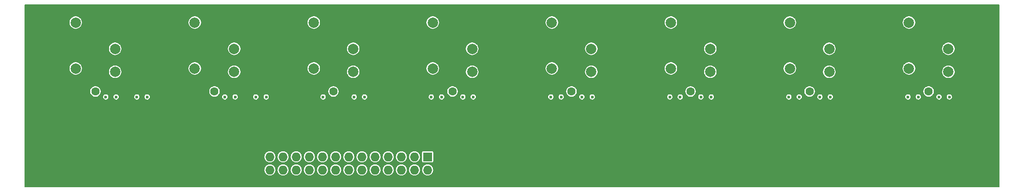
<source format=gbr>
G04 #@! TF.GenerationSoftware,KiCad,Pcbnew,(5.1.0-0)*
G04 #@! TF.CreationDate,2019-04-19T21:43:25+02:00*
G04 #@! TF.ProjectId,AddOnB,4164644f-6e42-42e6-9b69-6361645f7063,rev?*
G04 #@! TF.SameCoordinates,Original*
G04 #@! TF.FileFunction,Copper,L1,Top*
G04 #@! TF.FilePolarity,Positive*
%FSLAX46Y46*%
G04 Gerber Fmt 4.6, Leading zero omitted, Abs format (unit mm)*
G04 Created by KiCad (PCBNEW (5.1.0-0)) date 2019-04-19 21:43:25*
%MOMM*%
%LPD*%
G04 APERTURE LIST*
%ADD10C,2.000000*%
%ADD11C,1.600000*%
%ADD12O,1.727200X1.727200*%
%ADD13R,1.727200X1.727200*%
%ADD14C,0.600000*%
%ADD15C,0.180000*%
G04 APERTURE END LIST*
D10*
X62190000Y77300000D03*
X69810000Y76665000D03*
D11*
X66000000Y72850000D03*
D10*
X69810000Y81110000D03*
X62190000Y86190000D03*
D12*
X53720000Y57660000D03*
X53720000Y60200000D03*
X56260000Y57660000D03*
X56260000Y60200000D03*
X58800000Y57660000D03*
X58800000Y60200000D03*
X61340000Y57660000D03*
X61340000Y60200000D03*
X63880000Y57660000D03*
X63880000Y60200000D03*
X66420000Y57660000D03*
X66420000Y60200000D03*
X68960000Y57660000D03*
X68960000Y60200000D03*
X71500000Y57660000D03*
X71500000Y60200000D03*
X74040000Y57660000D03*
X74040000Y60200000D03*
X76580000Y57660000D03*
X76580000Y60200000D03*
X79120000Y57660000D03*
X79120000Y60200000D03*
X81660000Y57660000D03*
X81660000Y60200000D03*
X84200000Y57660000D03*
D13*
X84200000Y60200000D03*
D10*
X16190000Y77300000D03*
X23810000Y76665000D03*
D11*
X20000000Y72850000D03*
D10*
X23810000Y81110000D03*
X16190000Y86190000D03*
X39190000Y86190000D03*
X46810000Y81110000D03*
D11*
X43000000Y72850000D03*
D10*
X46810000Y76665000D03*
X39190000Y77300000D03*
X85190000Y86190000D03*
X92810000Y81110000D03*
D11*
X89000000Y72850000D03*
D10*
X92810000Y76665000D03*
X85190000Y77300000D03*
X108190000Y77300000D03*
X115810000Y76665000D03*
D11*
X112000000Y72850000D03*
D10*
X115810000Y81110000D03*
X108190000Y86190000D03*
X131190000Y86190000D03*
X138810000Y81110000D03*
D11*
X135000000Y72850000D03*
D10*
X138810000Y76665000D03*
X131190000Y77300000D03*
X154190000Y77300000D03*
X161810000Y76665000D03*
D11*
X158000000Y72850000D03*
D10*
X161810000Y81110000D03*
X154190000Y86190000D03*
X177190000Y86190000D03*
X184810000Y81110000D03*
D11*
X181000000Y72850000D03*
D10*
X184810000Y76665000D03*
X177190000Y77300000D03*
D14*
X185000000Y71800000D03*
X183000000Y71800000D03*
X179000000Y71800000D03*
X177000000Y71800000D03*
X154000000Y71800000D03*
X156000000Y71800000D03*
X160000000Y71800000D03*
X162000000Y71800000D03*
X131000000Y71800000D03*
X133000000Y71800000D03*
X137000000Y71800000D03*
X139000000Y71800000D03*
X108000000Y71800000D03*
X110000000Y71800000D03*
X114000000Y71800000D03*
X116000000Y71800000D03*
X64000000Y71800000D03*
X70000000Y71800000D03*
X72000000Y71800000D03*
X91000000Y71800000D03*
X93000000Y71800000D03*
X86900000Y71800000D03*
X84900000Y71800000D03*
X45000000Y71800000D03*
X47000000Y71800000D03*
X51000000Y71800000D03*
X53000000Y71800000D03*
X22000000Y71800000D03*
X24000000Y71800000D03*
X28000000Y71800000D03*
X30000000Y71800000D03*
D15*
G36*
X194635001Y54365000D02*
G01*
X6365000Y54365000D01*
X6365000Y57660000D01*
X52560819Y57660000D01*
X52583092Y57433855D01*
X52649056Y57216401D01*
X52756176Y57015994D01*
X52900335Y56840335D01*
X53075994Y56696176D01*
X53276401Y56589056D01*
X53493855Y56523092D01*
X53663334Y56506400D01*
X53776666Y56506400D01*
X53946145Y56523092D01*
X54163599Y56589056D01*
X54364006Y56696176D01*
X54539665Y56840335D01*
X54683824Y57015994D01*
X54790944Y57216401D01*
X54856908Y57433855D01*
X54879181Y57660000D01*
X55100819Y57660000D01*
X55123092Y57433855D01*
X55189056Y57216401D01*
X55296176Y57015994D01*
X55440335Y56840335D01*
X55615994Y56696176D01*
X55816401Y56589056D01*
X56033855Y56523092D01*
X56203334Y56506400D01*
X56316666Y56506400D01*
X56486145Y56523092D01*
X56703599Y56589056D01*
X56904006Y56696176D01*
X57079665Y56840335D01*
X57223824Y57015994D01*
X57330944Y57216401D01*
X57396908Y57433855D01*
X57419181Y57660000D01*
X57640819Y57660000D01*
X57663092Y57433855D01*
X57729056Y57216401D01*
X57836176Y57015994D01*
X57980335Y56840335D01*
X58155994Y56696176D01*
X58356401Y56589056D01*
X58573855Y56523092D01*
X58743334Y56506400D01*
X58856666Y56506400D01*
X59026145Y56523092D01*
X59243599Y56589056D01*
X59444006Y56696176D01*
X59619665Y56840335D01*
X59763824Y57015994D01*
X59870944Y57216401D01*
X59936908Y57433855D01*
X59959181Y57660000D01*
X60180819Y57660000D01*
X60203092Y57433855D01*
X60269056Y57216401D01*
X60376176Y57015994D01*
X60520335Y56840335D01*
X60695994Y56696176D01*
X60896401Y56589056D01*
X61113855Y56523092D01*
X61283334Y56506400D01*
X61396666Y56506400D01*
X61566145Y56523092D01*
X61783599Y56589056D01*
X61984006Y56696176D01*
X62159665Y56840335D01*
X62303824Y57015994D01*
X62410944Y57216401D01*
X62476908Y57433855D01*
X62499181Y57660000D01*
X62720819Y57660000D01*
X62743092Y57433855D01*
X62809056Y57216401D01*
X62916176Y57015994D01*
X63060335Y56840335D01*
X63235994Y56696176D01*
X63436401Y56589056D01*
X63653855Y56523092D01*
X63823334Y56506400D01*
X63936666Y56506400D01*
X64106145Y56523092D01*
X64323599Y56589056D01*
X64524006Y56696176D01*
X64699665Y56840335D01*
X64843824Y57015994D01*
X64950944Y57216401D01*
X65016908Y57433855D01*
X65039181Y57660000D01*
X65260819Y57660000D01*
X65283092Y57433855D01*
X65349056Y57216401D01*
X65456176Y57015994D01*
X65600335Y56840335D01*
X65775994Y56696176D01*
X65976401Y56589056D01*
X66193855Y56523092D01*
X66363334Y56506400D01*
X66476666Y56506400D01*
X66646145Y56523092D01*
X66863599Y56589056D01*
X67064006Y56696176D01*
X67239665Y56840335D01*
X67383824Y57015994D01*
X67490944Y57216401D01*
X67556908Y57433855D01*
X67579181Y57660000D01*
X67800819Y57660000D01*
X67823092Y57433855D01*
X67889056Y57216401D01*
X67996176Y57015994D01*
X68140335Y56840335D01*
X68315994Y56696176D01*
X68516401Y56589056D01*
X68733855Y56523092D01*
X68903334Y56506400D01*
X69016666Y56506400D01*
X69186145Y56523092D01*
X69403599Y56589056D01*
X69604006Y56696176D01*
X69779665Y56840335D01*
X69923824Y57015994D01*
X70030944Y57216401D01*
X70096908Y57433855D01*
X70119181Y57660000D01*
X70340819Y57660000D01*
X70363092Y57433855D01*
X70429056Y57216401D01*
X70536176Y57015994D01*
X70680335Y56840335D01*
X70855994Y56696176D01*
X71056401Y56589056D01*
X71273855Y56523092D01*
X71443334Y56506400D01*
X71556666Y56506400D01*
X71726145Y56523092D01*
X71943599Y56589056D01*
X72144006Y56696176D01*
X72319665Y56840335D01*
X72463824Y57015994D01*
X72570944Y57216401D01*
X72636908Y57433855D01*
X72659181Y57660000D01*
X72880819Y57660000D01*
X72903092Y57433855D01*
X72969056Y57216401D01*
X73076176Y57015994D01*
X73220335Y56840335D01*
X73395994Y56696176D01*
X73596401Y56589056D01*
X73813855Y56523092D01*
X73983334Y56506400D01*
X74096666Y56506400D01*
X74266145Y56523092D01*
X74483599Y56589056D01*
X74684006Y56696176D01*
X74859665Y56840335D01*
X75003824Y57015994D01*
X75110944Y57216401D01*
X75176908Y57433855D01*
X75199181Y57660000D01*
X75420819Y57660000D01*
X75443092Y57433855D01*
X75509056Y57216401D01*
X75616176Y57015994D01*
X75760335Y56840335D01*
X75935994Y56696176D01*
X76136401Y56589056D01*
X76353855Y56523092D01*
X76523334Y56506400D01*
X76636666Y56506400D01*
X76806145Y56523092D01*
X77023599Y56589056D01*
X77224006Y56696176D01*
X77399665Y56840335D01*
X77543824Y57015994D01*
X77650944Y57216401D01*
X77716908Y57433855D01*
X77739181Y57660000D01*
X77960819Y57660000D01*
X77983092Y57433855D01*
X78049056Y57216401D01*
X78156176Y57015994D01*
X78300335Y56840335D01*
X78475994Y56696176D01*
X78676401Y56589056D01*
X78893855Y56523092D01*
X79063334Y56506400D01*
X79176666Y56506400D01*
X79346145Y56523092D01*
X79563599Y56589056D01*
X79764006Y56696176D01*
X79939665Y56840335D01*
X80083824Y57015994D01*
X80190944Y57216401D01*
X80256908Y57433855D01*
X80279181Y57660000D01*
X80500819Y57660000D01*
X80523092Y57433855D01*
X80589056Y57216401D01*
X80696176Y57015994D01*
X80840335Y56840335D01*
X81015994Y56696176D01*
X81216401Y56589056D01*
X81433855Y56523092D01*
X81603334Y56506400D01*
X81716666Y56506400D01*
X81886145Y56523092D01*
X82103599Y56589056D01*
X82304006Y56696176D01*
X82479665Y56840335D01*
X82623824Y57015994D01*
X82730944Y57216401D01*
X82796908Y57433855D01*
X82819181Y57660000D01*
X83040819Y57660000D01*
X83063092Y57433855D01*
X83129056Y57216401D01*
X83236176Y57015994D01*
X83380335Y56840335D01*
X83555994Y56696176D01*
X83756401Y56589056D01*
X83973855Y56523092D01*
X84143334Y56506400D01*
X84256666Y56506400D01*
X84426145Y56523092D01*
X84643599Y56589056D01*
X84844006Y56696176D01*
X85019665Y56840335D01*
X85163824Y57015994D01*
X85270944Y57216401D01*
X85336908Y57433855D01*
X85359181Y57660000D01*
X85336908Y57886145D01*
X85270944Y58103599D01*
X85163824Y58304006D01*
X85019665Y58479665D01*
X84844006Y58623824D01*
X84643599Y58730944D01*
X84426145Y58796908D01*
X84256666Y58813600D01*
X84143334Y58813600D01*
X83973855Y58796908D01*
X83756401Y58730944D01*
X83555994Y58623824D01*
X83380335Y58479665D01*
X83236176Y58304006D01*
X83129056Y58103599D01*
X83063092Y57886145D01*
X83040819Y57660000D01*
X82819181Y57660000D01*
X82796908Y57886145D01*
X82730944Y58103599D01*
X82623824Y58304006D01*
X82479665Y58479665D01*
X82304006Y58623824D01*
X82103599Y58730944D01*
X81886145Y58796908D01*
X81716666Y58813600D01*
X81603334Y58813600D01*
X81433855Y58796908D01*
X81216401Y58730944D01*
X81015994Y58623824D01*
X80840335Y58479665D01*
X80696176Y58304006D01*
X80589056Y58103599D01*
X80523092Y57886145D01*
X80500819Y57660000D01*
X80279181Y57660000D01*
X80256908Y57886145D01*
X80190944Y58103599D01*
X80083824Y58304006D01*
X79939665Y58479665D01*
X79764006Y58623824D01*
X79563599Y58730944D01*
X79346145Y58796908D01*
X79176666Y58813600D01*
X79063334Y58813600D01*
X78893855Y58796908D01*
X78676401Y58730944D01*
X78475994Y58623824D01*
X78300335Y58479665D01*
X78156176Y58304006D01*
X78049056Y58103599D01*
X77983092Y57886145D01*
X77960819Y57660000D01*
X77739181Y57660000D01*
X77716908Y57886145D01*
X77650944Y58103599D01*
X77543824Y58304006D01*
X77399665Y58479665D01*
X77224006Y58623824D01*
X77023599Y58730944D01*
X76806145Y58796908D01*
X76636666Y58813600D01*
X76523334Y58813600D01*
X76353855Y58796908D01*
X76136401Y58730944D01*
X75935994Y58623824D01*
X75760335Y58479665D01*
X75616176Y58304006D01*
X75509056Y58103599D01*
X75443092Y57886145D01*
X75420819Y57660000D01*
X75199181Y57660000D01*
X75176908Y57886145D01*
X75110944Y58103599D01*
X75003824Y58304006D01*
X74859665Y58479665D01*
X74684006Y58623824D01*
X74483599Y58730944D01*
X74266145Y58796908D01*
X74096666Y58813600D01*
X73983334Y58813600D01*
X73813855Y58796908D01*
X73596401Y58730944D01*
X73395994Y58623824D01*
X73220335Y58479665D01*
X73076176Y58304006D01*
X72969056Y58103599D01*
X72903092Y57886145D01*
X72880819Y57660000D01*
X72659181Y57660000D01*
X72636908Y57886145D01*
X72570944Y58103599D01*
X72463824Y58304006D01*
X72319665Y58479665D01*
X72144006Y58623824D01*
X71943599Y58730944D01*
X71726145Y58796908D01*
X71556666Y58813600D01*
X71443334Y58813600D01*
X71273855Y58796908D01*
X71056401Y58730944D01*
X70855994Y58623824D01*
X70680335Y58479665D01*
X70536176Y58304006D01*
X70429056Y58103599D01*
X70363092Y57886145D01*
X70340819Y57660000D01*
X70119181Y57660000D01*
X70096908Y57886145D01*
X70030944Y58103599D01*
X69923824Y58304006D01*
X69779665Y58479665D01*
X69604006Y58623824D01*
X69403599Y58730944D01*
X69186145Y58796908D01*
X69016666Y58813600D01*
X68903334Y58813600D01*
X68733855Y58796908D01*
X68516401Y58730944D01*
X68315994Y58623824D01*
X68140335Y58479665D01*
X67996176Y58304006D01*
X67889056Y58103599D01*
X67823092Y57886145D01*
X67800819Y57660000D01*
X67579181Y57660000D01*
X67556908Y57886145D01*
X67490944Y58103599D01*
X67383824Y58304006D01*
X67239665Y58479665D01*
X67064006Y58623824D01*
X66863599Y58730944D01*
X66646145Y58796908D01*
X66476666Y58813600D01*
X66363334Y58813600D01*
X66193855Y58796908D01*
X65976401Y58730944D01*
X65775994Y58623824D01*
X65600335Y58479665D01*
X65456176Y58304006D01*
X65349056Y58103599D01*
X65283092Y57886145D01*
X65260819Y57660000D01*
X65039181Y57660000D01*
X65016908Y57886145D01*
X64950944Y58103599D01*
X64843824Y58304006D01*
X64699665Y58479665D01*
X64524006Y58623824D01*
X64323599Y58730944D01*
X64106145Y58796908D01*
X63936666Y58813600D01*
X63823334Y58813600D01*
X63653855Y58796908D01*
X63436401Y58730944D01*
X63235994Y58623824D01*
X63060335Y58479665D01*
X62916176Y58304006D01*
X62809056Y58103599D01*
X62743092Y57886145D01*
X62720819Y57660000D01*
X62499181Y57660000D01*
X62476908Y57886145D01*
X62410944Y58103599D01*
X62303824Y58304006D01*
X62159665Y58479665D01*
X61984006Y58623824D01*
X61783599Y58730944D01*
X61566145Y58796908D01*
X61396666Y58813600D01*
X61283334Y58813600D01*
X61113855Y58796908D01*
X60896401Y58730944D01*
X60695994Y58623824D01*
X60520335Y58479665D01*
X60376176Y58304006D01*
X60269056Y58103599D01*
X60203092Y57886145D01*
X60180819Y57660000D01*
X59959181Y57660000D01*
X59936908Y57886145D01*
X59870944Y58103599D01*
X59763824Y58304006D01*
X59619665Y58479665D01*
X59444006Y58623824D01*
X59243599Y58730944D01*
X59026145Y58796908D01*
X58856666Y58813600D01*
X58743334Y58813600D01*
X58573855Y58796908D01*
X58356401Y58730944D01*
X58155994Y58623824D01*
X57980335Y58479665D01*
X57836176Y58304006D01*
X57729056Y58103599D01*
X57663092Y57886145D01*
X57640819Y57660000D01*
X57419181Y57660000D01*
X57396908Y57886145D01*
X57330944Y58103599D01*
X57223824Y58304006D01*
X57079665Y58479665D01*
X56904006Y58623824D01*
X56703599Y58730944D01*
X56486145Y58796908D01*
X56316666Y58813600D01*
X56203334Y58813600D01*
X56033855Y58796908D01*
X55816401Y58730944D01*
X55615994Y58623824D01*
X55440335Y58479665D01*
X55296176Y58304006D01*
X55189056Y58103599D01*
X55123092Y57886145D01*
X55100819Y57660000D01*
X54879181Y57660000D01*
X54856908Y57886145D01*
X54790944Y58103599D01*
X54683824Y58304006D01*
X54539665Y58479665D01*
X54364006Y58623824D01*
X54163599Y58730944D01*
X53946145Y58796908D01*
X53776666Y58813600D01*
X53663334Y58813600D01*
X53493855Y58796908D01*
X53276401Y58730944D01*
X53075994Y58623824D01*
X52900335Y58479665D01*
X52756176Y58304006D01*
X52649056Y58103599D01*
X52583092Y57886145D01*
X52560819Y57660000D01*
X6365000Y57660000D01*
X6365000Y60200000D01*
X52560819Y60200000D01*
X52583092Y59973855D01*
X52649056Y59756401D01*
X52756176Y59555994D01*
X52900335Y59380335D01*
X53075994Y59236176D01*
X53276401Y59129056D01*
X53493855Y59063092D01*
X53663334Y59046400D01*
X53776666Y59046400D01*
X53946145Y59063092D01*
X54163599Y59129056D01*
X54364006Y59236176D01*
X54539665Y59380335D01*
X54683824Y59555994D01*
X54790944Y59756401D01*
X54856908Y59973855D01*
X54879181Y60200000D01*
X55100819Y60200000D01*
X55123092Y59973855D01*
X55189056Y59756401D01*
X55296176Y59555994D01*
X55440335Y59380335D01*
X55615994Y59236176D01*
X55816401Y59129056D01*
X56033855Y59063092D01*
X56203334Y59046400D01*
X56316666Y59046400D01*
X56486145Y59063092D01*
X56703599Y59129056D01*
X56904006Y59236176D01*
X57079665Y59380335D01*
X57223824Y59555994D01*
X57330944Y59756401D01*
X57396908Y59973855D01*
X57419181Y60200000D01*
X57640819Y60200000D01*
X57663092Y59973855D01*
X57729056Y59756401D01*
X57836176Y59555994D01*
X57980335Y59380335D01*
X58155994Y59236176D01*
X58356401Y59129056D01*
X58573855Y59063092D01*
X58743334Y59046400D01*
X58856666Y59046400D01*
X59026145Y59063092D01*
X59243599Y59129056D01*
X59444006Y59236176D01*
X59619665Y59380335D01*
X59763824Y59555994D01*
X59870944Y59756401D01*
X59936908Y59973855D01*
X59959181Y60200000D01*
X60180819Y60200000D01*
X60203092Y59973855D01*
X60269056Y59756401D01*
X60376176Y59555994D01*
X60520335Y59380335D01*
X60695994Y59236176D01*
X60896401Y59129056D01*
X61113855Y59063092D01*
X61283334Y59046400D01*
X61396666Y59046400D01*
X61566145Y59063092D01*
X61783599Y59129056D01*
X61984006Y59236176D01*
X62159665Y59380335D01*
X62303824Y59555994D01*
X62410944Y59756401D01*
X62476908Y59973855D01*
X62499181Y60200000D01*
X62720819Y60200000D01*
X62743092Y59973855D01*
X62809056Y59756401D01*
X62916176Y59555994D01*
X63060335Y59380335D01*
X63235994Y59236176D01*
X63436401Y59129056D01*
X63653855Y59063092D01*
X63823334Y59046400D01*
X63936666Y59046400D01*
X64106145Y59063092D01*
X64323599Y59129056D01*
X64524006Y59236176D01*
X64699665Y59380335D01*
X64843824Y59555994D01*
X64950944Y59756401D01*
X65016908Y59973855D01*
X65039181Y60200000D01*
X65260819Y60200000D01*
X65283092Y59973855D01*
X65349056Y59756401D01*
X65456176Y59555994D01*
X65600335Y59380335D01*
X65775994Y59236176D01*
X65976401Y59129056D01*
X66193855Y59063092D01*
X66363334Y59046400D01*
X66476666Y59046400D01*
X66646145Y59063092D01*
X66863599Y59129056D01*
X67064006Y59236176D01*
X67239665Y59380335D01*
X67383824Y59555994D01*
X67490944Y59756401D01*
X67556908Y59973855D01*
X67579181Y60200000D01*
X67800819Y60200000D01*
X67823092Y59973855D01*
X67889056Y59756401D01*
X67996176Y59555994D01*
X68140335Y59380335D01*
X68315994Y59236176D01*
X68516401Y59129056D01*
X68733855Y59063092D01*
X68903334Y59046400D01*
X69016666Y59046400D01*
X69186145Y59063092D01*
X69403599Y59129056D01*
X69604006Y59236176D01*
X69779665Y59380335D01*
X69923824Y59555994D01*
X70030944Y59756401D01*
X70096908Y59973855D01*
X70119181Y60200000D01*
X70340819Y60200000D01*
X70363092Y59973855D01*
X70429056Y59756401D01*
X70536176Y59555994D01*
X70680335Y59380335D01*
X70855994Y59236176D01*
X71056401Y59129056D01*
X71273855Y59063092D01*
X71443334Y59046400D01*
X71556666Y59046400D01*
X71726145Y59063092D01*
X71943599Y59129056D01*
X72144006Y59236176D01*
X72319665Y59380335D01*
X72463824Y59555994D01*
X72570944Y59756401D01*
X72636908Y59973855D01*
X72659181Y60200000D01*
X72880819Y60200000D01*
X72903092Y59973855D01*
X72969056Y59756401D01*
X73076176Y59555994D01*
X73220335Y59380335D01*
X73395994Y59236176D01*
X73596401Y59129056D01*
X73813855Y59063092D01*
X73983334Y59046400D01*
X74096666Y59046400D01*
X74266145Y59063092D01*
X74483599Y59129056D01*
X74684006Y59236176D01*
X74859665Y59380335D01*
X75003824Y59555994D01*
X75110944Y59756401D01*
X75176908Y59973855D01*
X75199181Y60200000D01*
X75420819Y60200000D01*
X75443092Y59973855D01*
X75509056Y59756401D01*
X75616176Y59555994D01*
X75760335Y59380335D01*
X75935994Y59236176D01*
X76136401Y59129056D01*
X76353855Y59063092D01*
X76523334Y59046400D01*
X76636666Y59046400D01*
X76806145Y59063092D01*
X77023599Y59129056D01*
X77224006Y59236176D01*
X77399665Y59380335D01*
X77543824Y59555994D01*
X77650944Y59756401D01*
X77716908Y59973855D01*
X77739181Y60200000D01*
X77960819Y60200000D01*
X77983092Y59973855D01*
X78049056Y59756401D01*
X78156176Y59555994D01*
X78300335Y59380335D01*
X78475994Y59236176D01*
X78676401Y59129056D01*
X78893855Y59063092D01*
X79063334Y59046400D01*
X79176666Y59046400D01*
X79346145Y59063092D01*
X79563599Y59129056D01*
X79764006Y59236176D01*
X79939665Y59380335D01*
X80083824Y59555994D01*
X80190944Y59756401D01*
X80256908Y59973855D01*
X80279181Y60200000D01*
X80500819Y60200000D01*
X80523092Y59973855D01*
X80589056Y59756401D01*
X80696176Y59555994D01*
X80840335Y59380335D01*
X81015994Y59236176D01*
X81216401Y59129056D01*
X81433855Y59063092D01*
X81603334Y59046400D01*
X81716666Y59046400D01*
X81886145Y59063092D01*
X82103599Y59129056D01*
X82304006Y59236176D01*
X82479665Y59380335D01*
X82623824Y59555994D01*
X82730944Y59756401D01*
X82796908Y59973855D01*
X82819181Y60200000D01*
X82796908Y60426145D01*
X82730944Y60643599D01*
X82623824Y60844006D01*
X82479665Y61019665D01*
X82426130Y61063600D01*
X83044997Y61063600D01*
X83044997Y59336400D01*
X83050596Y59279550D01*
X83067179Y59224885D01*
X83094107Y59174505D01*
X83130347Y59130347D01*
X83174505Y59094107D01*
X83224885Y59067179D01*
X83279550Y59050596D01*
X83336400Y59044997D01*
X85063600Y59044997D01*
X85120450Y59050596D01*
X85175115Y59067179D01*
X85225495Y59094107D01*
X85269653Y59130347D01*
X85305893Y59174505D01*
X85332821Y59224885D01*
X85349404Y59279550D01*
X85355003Y59336400D01*
X85355003Y61063600D01*
X85349404Y61120450D01*
X85332821Y61175115D01*
X85305893Y61225495D01*
X85269653Y61269653D01*
X85225495Y61305893D01*
X85175115Y61332821D01*
X85120450Y61349404D01*
X85063600Y61355003D01*
X83336400Y61355003D01*
X83279550Y61349404D01*
X83224885Y61332821D01*
X83174505Y61305893D01*
X83130347Y61269653D01*
X83094107Y61225495D01*
X83067179Y61175115D01*
X83050596Y61120450D01*
X83044997Y61063600D01*
X82426130Y61063600D01*
X82304006Y61163824D01*
X82103599Y61270944D01*
X81886145Y61336908D01*
X81716666Y61353600D01*
X81603334Y61353600D01*
X81433855Y61336908D01*
X81216401Y61270944D01*
X81015994Y61163824D01*
X80840335Y61019665D01*
X80696176Y60844006D01*
X80589056Y60643599D01*
X80523092Y60426145D01*
X80500819Y60200000D01*
X80279181Y60200000D01*
X80256908Y60426145D01*
X80190944Y60643599D01*
X80083824Y60844006D01*
X79939665Y61019665D01*
X79764006Y61163824D01*
X79563599Y61270944D01*
X79346145Y61336908D01*
X79176666Y61353600D01*
X79063334Y61353600D01*
X78893855Y61336908D01*
X78676401Y61270944D01*
X78475994Y61163824D01*
X78300335Y61019665D01*
X78156176Y60844006D01*
X78049056Y60643599D01*
X77983092Y60426145D01*
X77960819Y60200000D01*
X77739181Y60200000D01*
X77716908Y60426145D01*
X77650944Y60643599D01*
X77543824Y60844006D01*
X77399665Y61019665D01*
X77224006Y61163824D01*
X77023599Y61270944D01*
X76806145Y61336908D01*
X76636666Y61353600D01*
X76523334Y61353600D01*
X76353855Y61336908D01*
X76136401Y61270944D01*
X75935994Y61163824D01*
X75760335Y61019665D01*
X75616176Y60844006D01*
X75509056Y60643599D01*
X75443092Y60426145D01*
X75420819Y60200000D01*
X75199181Y60200000D01*
X75176908Y60426145D01*
X75110944Y60643599D01*
X75003824Y60844006D01*
X74859665Y61019665D01*
X74684006Y61163824D01*
X74483599Y61270944D01*
X74266145Y61336908D01*
X74096666Y61353600D01*
X73983334Y61353600D01*
X73813855Y61336908D01*
X73596401Y61270944D01*
X73395994Y61163824D01*
X73220335Y61019665D01*
X73076176Y60844006D01*
X72969056Y60643599D01*
X72903092Y60426145D01*
X72880819Y60200000D01*
X72659181Y60200000D01*
X72636908Y60426145D01*
X72570944Y60643599D01*
X72463824Y60844006D01*
X72319665Y61019665D01*
X72144006Y61163824D01*
X71943599Y61270944D01*
X71726145Y61336908D01*
X71556666Y61353600D01*
X71443334Y61353600D01*
X71273855Y61336908D01*
X71056401Y61270944D01*
X70855994Y61163824D01*
X70680335Y61019665D01*
X70536176Y60844006D01*
X70429056Y60643599D01*
X70363092Y60426145D01*
X70340819Y60200000D01*
X70119181Y60200000D01*
X70096908Y60426145D01*
X70030944Y60643599D01*
X69923824Y60844006D01*
X69779665Y61019665D01*
X69604006Y61163824D01*
X69403599Y61270944D01*
X69186145Y61336908D01*
X69016666Y61353600D01*
X68903334Y61353600D01*
X68733855Y61336908D01*
X68516401Y61270944D01*
X68315994Y61163824D01*
X68140335Y61019665D01*
X67996176Y60844006D01*
X67889056Y60643599D01*
X67823092Y60426145D01*
X67800819Y60200000D01*
X67579181Y60200000D01*
X67556908Y60426145D01*
X67490944Y60643599D01*
X67383824Y60844006D01*
X67239665Y61019665D01*
X67064006Y61163824D01*
X66863599Y61270944D01*
X66646145Y61336908D01*
X66476666Y61353600D01*
X66363334Y61353600D01*
X66193855Y61336908D01*
X65976401Y61270944D01*
X65775994Y61163824D01*
X65600335Y61019665D01*
X65456176Y60844006D01*
X65349056Y60643599D01*
X65283092Y60426145D01*
X65260819Y60200000D01*
X65039181Y60200000D01*
X65016908Y60426145D01*
X64950944Y60643599D01*
X64843824Y60844006D01*
X64699665Y61019665D01*
X64524006Y61163824D01*
X64323599Y61270944D01*
X64106145Y61336908D01*
X63936666Y61353600D01*
X63823334Y61353600D01*
X63653855Y61336908D01*
X63436401Y61270944D01*
X63235994Y61163824D01*
X63060335Y61019665D01*
X62916176Y60844006D01*
X62809056Y60643599D01*
X62743092Y60426145D01*
X62720819Y60200000D01*
X62499181Y60200000D01*
X62476908Y60426145D01*
X62410944Y60643599D01*
X62303824Y60844006D01*
X62159665Y61019665D01*
X61984006Y61163824D01*
X61783599Y61270944D01*
X61566145Y61336908D01*
X61396666Y61353600D01*
X61283334Y61353600D01*
X61113855Y61336908D01*
X60896401Y61270944D01*
X60695994Y61163824D01*
X60520335Y61019665D01*
X60376176Y60844006D01*
X60269056Y60643599D01*
X60203092Y60426145D01*
X60180819Y60200000D01*
X59959181Y60200000D01*
X59936908Y60426145D01*
X59870944Y60643599D01*
X59763824Y60844006D01*
X59619665Y61019665D01*
X59444006Y61163824D01*
X59243599Y61270944D01*
X59026145Y61336908D01*
X58856666Y61353600D01*
X58743334Y61353600D01*
X58573855Y61336908D01*
X58356401Y61270944D01*
X58155994Y61163824D01*
X57980335Y61019665D01*
X57836176Y60844006D01*
X57729056Y60643599D01*
X57663092Y60426145D01*
X57640819Y60200000D01*
X57419181Y60200000D01*
X57396908Y60426145D01*
X57330944Y60643599D01*
X57223824Y60844006D01*
X57079665Y61019665D01*
X56904006Y61163824D01*
X56703599Y61270944D01*
X56486145Y61336908D01*
X56316666Y61353600D01*
X56203334Y61353600D01*
X56033855Y61336908D01*
X55816401Y61270944D01*
X55615994Y61163824D01*
X55440335Y61019665D01*
X55296176Y60844006D01*
X55189056Y60643599D01*
X55123092Y60426145D01*
X55100819Y60200000D01*
X54879181Y60200000D01*
X54856908Y60426145D01*
X54790944Y60643599D01*
X54683824Y60844006D01*
X54539665Y61019665D01*
X54364006Y61163824D01*
X54163599Y61270944D01*
X53946145Y61336908D01*
X53776666Y61353600D01*
X53663334Y61353600D01*
X53493855Y61336908D01*
X53276401Y61270944D01*
X53075994Y61163824D01*
X52900335Y61019665D01*
X52756176Y60844006D01*
X52649056Y60643599D01*
X52583092Y60426145D01*
X52560819Y60200000D01*
X6365000Y60200000D01*
X6365000Y72957356D01*
X18910000Y72957356D01*
X18910000Y72742644D01*
X18951888Y72532059D01*
X19034055Y72333691D01*
X19153342Y72155166D01*
X19305166Y72003342D01*
X19483691Y71884055D01*
X19682059Y71801888D01*
X19892644Y71760000D01*
X20107356Y71760000D01*
X20317941Y71801888D01*
X20453672Y71858110D01*
X21410000Y71858110D01*
X21410000Y71741890D01*
X21432673Y71627903D01*
X21477149Y71520530D01*
X21541717Y71423897D01*
X21623897Y71341717D01*
X21720530Y71277149D01*
X21827903Y71232673D01*
X21941890Y71210000D01*
X22058110Y71210000D01*
X22172097Y71232673D01*
X22279470Y71277149D01*
X22376103Y71341717D01*
X22458283Y71423897D01*
X22522851Y71520530D01*
X22567327Y71627903D01*
X22590000Y71741890D01*
X22590000Y71858110D01*
X23410000Y71858110D01*
X23410000Y71741890D01*
X23432673Y71627903D01*
X23477149Y71520530D01*
X23541717Y71423897D01*
X23623897Y71341717D01*
X23720530Y71277149D01*
X23827903Y71232673D01*
X23941890Y71210000D01*
X24058110Y71210000D01*
X24172097Y71232673D01*
X24279470Y71277149D01*
X24376103Y71341717D01*
X24458283Y71423897D01*
X24522851Y71520530D01*
X24567327Y71627903D01*
X24590000Y71741890D01*
X24590000Y71858110D01*
X27410000Y71858110D01*
X27410000Y71741890D01*
X27432673Y71627903D01*
X27477149Y71520530D01*
X27541717Y71423897D01*
X27623897Y71341717D01*
X27720530Y71277149D01*
X27827903Y71232673D01*
X27941890Y71210000D01*
X28058110Y71210000D01*
X28172097Y71232673D01*
X28279470Y71277149D01*
X28376103Y71341717D01*
X28458283Y71423897D01*
X28522851Y71520530D01*
X28567327Y71627903D01*
X28590000Y71741890D01*
X28590000Y71858110D01*
X29410000Y71858110D01*
X29410000Y71741890D01*
X29432673Y71627903D01*
X29477149Y71520530D01*
X29541717Y71423897D01*
X29623897Y71341717D01*
X29720530Y71277149D01*
X29827903Y71232673D01*
X29941890Y71210000D01*
X30058110Y71210000D01*
X30172097Y71232673D01*
X30279470Y71277149D01*
X30376103Y71341717D01*
X30458283Y71423897D01*
X30522851Y71520530D01*
X30567327Y71627903D01*
X30590000Y71741890D01*
X30590000Y71858110D01*
X30567327Y71972097D01*
X30522851Y72079470D01*
X30458283Y72176103D01*
X30376103Y72258283D01*
X30279470Y72322851D01*
X30172097Y72367327D01*
X30058110Y72390000D01*
X29941890Y72390000D01*
X29827903Y72367327D01*
X29720530Y72322851D01*
X29623897Y72258283D01*
X29541717Y72176103D01*
X29477149Y72079470D01*
X29432673Y71972097D01*
X29410000Y71858110D01*
X28590000Y71858110D01*
X28567327Y71972097D01*
X28522851Y72079470D01*
X28458283Y72176103D01*
X28376103Y72258283D01*
X28279470Y72322851D01*
X28172097Y72367327D01*
X28058110Y72390000D01*
X27941890Y72390000D01*
X27827903Y72367327D01*
X27720530Y72322851D01*
X27623897Y72258283D01*
X27541717Y72176103D01*
X27477149Y72079470D01*
X27432673Y71972097D01*
X27410000Y71858110D01*
X24590000Y71858110D01*
X24567327Y71972097D01*
X24522851Y72079470D01*
X24458283Y72176103D01*
X24376103Y72258283D01*
X24279470Y72322851D01*
X24172097Y72367327D01*
X24058110Y72390000D01*
X23941890Y72390000D01*
X23827903Y72367327D01*
X23720530Y72322851D01*
X23623897Y72258283D01*
X23541717Y72176103D01*
X23477149Y72079470D01*
X23432673Y71972097D01*
X23410000Y71858110D01*
X22590000Y71858110D01*
X22567327Y71972097D01*
X22522851Y72079470D01*
X22458283Y72176103D01*
X22376103Y72258283D01*
X22279470Y72322851D01*
X22172097Y72367327D01*
X22058110Y72390000D01*
X21941890Y72390000D01*
X21827903Y72367327D01*
X21720530Y72322851D01*
X21623897Y72258283D01*
X21541717Y72176103D01*
X21477149Y72079470D01*
X21432673Y71972097D01*
X21410000Y71858110D01*
X20453672Y71858110D01*
X20516309Y71884055D01*
X20694834Y72003342D01*
X20846658Y72155166D01*
X20965945Y72333691D01*
X21048112Y72532059D01*
X21090000Y72742644D01*
X21090000Y72957356D01*
X41910000Y72957356D01*
X41910000Y72742644D01*
X41951888Y72532059D01*
X42034055Y72333691D01*
X42153342Y72155166D01*
X42305166Y72003342D01*
X42483691Y71884055D01*
X42682059Y71801888D01*
X42892644Y71760000D01*
X43107356Y71760000D01*
X43317941Y71801888D01*
X43453672Y71858110D01*
X44410000Y71858110D01*
X44410000Y71741890D01*
X44432673Y71627903D01*
X44477149Y71520530D01*
X44541717Y71423897D01*
X44623897Y71341717D01*
X44720530Y71277149D01*
X44827903Y71232673D01*
X44941890Y71210000D01*
X45058110Y71210000D01*
X45172097Y71232673D01*
X45279470Y71277149D01*
X45376103Y71341717D01*
X45458283Y71423897D01*
X45522851Y71520530D01*
X45567327Y71627903D01*
X45590000Y71741890D01*
X45590000Y71858110D01*
X46410000Y71858110D01*
X46410000Y71741890D01*
X46432673Y71627903D01*
X46477149Y71520530D01*
X46541717Y71423897D01*
X46623897Y71341717D01*
X46720530Y71277149D01*
X46827903Y71232673D01*
X46941890Y71210000D01*
X47058110Y71210000D01*
X47172097Y71232673D01*
X47279470Y71277149D01*
X47376103Y71341717D01*
X47458283Y71423897D01*
X47522851Y71520530D01*
X47567327Y71627903D01*
X47590000Y71741890D01*
X47590000Y71858110D01*
X50410000Y71858110D01*
X50410000Y71741890D01*
X50432673Y71627903D01*
X50477149Y71520530D01*
X50541717Y71423897D01*
X50623897Y71341717D01*
X50720530Y71277149D01*
X50827903Y71232673D01*
X50941890Y71210000D01*
X51058110Y71210000D01*
X51172097Y71232673D01*
X51279470Y71277149D01*
X51376103Y71341717D01*
X51458283Y71423897D01*
X51522851Y71520530D01*
X51567327Y71627903D01*
X51590000Y71741890D01*
X51590000Y71858110D01*
X52410000Y71858110D01*
X52410000Y71741890D01*
X52432673Y71627903D01*
X52477149Y71520530D01*
X52541717Y71423897D01*
X52623897Y71341717D01*
X52720530Y71277149D01*
X52827903Y71232673D01*
X52941890Y71210000D01*
X53058110Y71210000D01*
X53172097Y71232673D01*
X53279470Y71277149D01*
X53376103Y71341717D01*
X53458283Y71423897D01*
X53522851Y71520530D01*
X53567327Y71627903D01*
X53590000Y71741890D01*
X53590000Y71858110D01*
X63410000Y71858110D01*
X63410000Y71741890D01*
X63432673Y71627903D01*
X63477149Y71520530D01*
X63541717Y71423897D01*
X63623897Y71341717D01*
X63720530Y71277149D01*
X63827903Y71232673D01*
X63941890Y71210000D01*
X64058110Y71210000D01*
X64172097Y71232673D01*
X64279470Y71277149D01*
X64376103Y71341717D01*
X64458283Y71423897D01*
X64522851Y71520530D01*
X64567327Y71627903D01*
X64590000Y71741890D01*
X64590000Y71858110D01*
X64567327Y71972097D01*
X64522851Y72079470D01*
X64458283Y72176103D01*
X64376103Y72258283D01*
X64279470Y72322851D01*
X64172097Y72367327D01*
X64058110Y72390000D01*
X63941890Y72390000D01*
X63827903Y72367327D01*
X63720530Y72322851D01*
X63623897Y72258283D01*
X63541717Y72176103D01*
X63477149Y72079470D01*
X63432673Y71972097D01*
X63410000Y71858110D01*
X53590000Y71858110D01*
X53567327Y71972097D01*
X53522851Y72079470D01*
X53458283Y72176103D01*
X53376103Y72258283D01*
X53279470Y72322851D01*
X53172097Y72367327D01*
X53058110Y72390000D01*
X52941890Y72390000D01*
X52827903Y72367327D01*
X52720530Y72322851D01*
X52623897Y72258283D01*
X52541717Y72176103D01*
X52477149Y72079470D01*
X52432673Y71972097D01*
X52410000Y71858110D01*
X51590000Y71858110D01*
X51567327Y71972097D01*
X51522851Y72079470D01*
X51458283Y72176103D01*
X51376103Y72258283D01*
X51279470Y72322851D01*
X51172097Y72367327D01*
X51058110Y72390000D01*
X50941890Y72390000D01*
X50827903Y72367327D01*
X50720530Y72322851D01*
X50623897Y72258283D01*
X50541717Y72176103D01*
X50477149Y72079470D01*
X50432673Y71972097D01*
X50410000Y71858110D01*
X47590000Y71858110D01*
X47567327Y71972097D01*
X47522851Y72079470D01*
X47458283Y72176103D01*
X47376103Y72258283D01*
X47279470Y72322851D01*
X47172097Y72367327D01*
X47058110Y72390000D01*
X46941890Y72390000D01*
X46827903Y72367327D01*
X46720530Y72322851D01*
X46623897Y72258283D01*
X46541717Y72176103D01*
X46477149Y72079470D01*
X46432673Y71972097D01*
X46410000Y71858110D01*
X45590000Y71858110D01*
X45567327Y71972097D01*
X45522851Y72079470D01*
X45458283Y72176103D01*
X45376103Y72258283D01*
X45279470Y72322851D01*
X45172097Y72367327D01*
X45058110Y72390000D01*
X44941890Y72390000D01*
X44827903Y72367327D01*
X44720530Y72322851D01*
X44623897Y72258283D01*
X44541717Y72176103D01*
X44477149Y72079470D01*
X44432673Y71972097D01*
X44410000Y71858110D01*
X43453672Y71858110D01*
X43516309Y71884055D01*
X43694834Y72003342D01*
X43846658Y72155166D01*
X43965945Y72333691D01*
X44048112Y72532059D01*
X44090000Y72742644D01*
X44090000Y72957356D01*
X64910000Y72957356D01*
X64910000Y72742644D01*
X64951888Y72532059D01*
X65034055Y72333691D01*
X65153342Y72155166D01*
X65305166Y72003342D01*
X65483691Y71884055D01*
X65682059Y71801888D01*
X65892644Y71760000D01*
X66107356Y71760000D01*
X66317941Y71801888D01*
X66453672Y71858110D01*
X69410000Y71858110D01*
X69410000Y71741890D01*
X69432673Y71627903D01*
X69477149Y71520530D01*
X69541717Y71423897D01*
X69623897Y71341717D01*
X69720530Y71277149D01*
X69827903Y71232673D01*
X69941890Y71210000D01*
X70058110Y71210000D01*
X70172097Y71232673D01*
X70279470Y71277149D01*
X70376103Y71341717D01*
X70458283Y71423897D01*
X70522851Y71520530D01*
X70567327Y71627903D01*
X70590000Y71741890D01*
X70590000Y71858110D01*
X71410000Y71858110D01*
X71410000Y71741890D01*
X71432673Y71627903D01*
X71477149Y71520530D01*
X71541717Y71423897D01*
X71623897Y71341717D01*
X71720530Y71277149D01*
X71827903Y71232673D01*
X71941890Y71210000D01*
X72058110Y71210000D01*
X72172097Y71232673D01*
X72279470Y71277149D01*
X72376103Y71341717D01*
X72458283Y71423897D01*
X72522851Y71520530D01*
X72567327Y71627903D01*
X72590000Y71741890D01*
X72590000Y71858110D01*
X84310000Y71858110D01*
X84310000Y71741890D01*
X84332673Y71627903D01*
X84377149Y71520530D01*
X84441717Y71423897D01*
X84523897Y71341717D01*
X84620530Y71277149D01*
X84727903Y71232673D01*
X84841890Y71210000D01*
X84958110Y71210000D01*
X85072097Y71232673D01*
X85179470Y71277149D01*
X85276103Y71341717D01*
X85358283Y71423897D01*
X85422851Y71520530D01*
X85467327Y71627903D01*
X85490000Y71741890D01*
X85490000Y71858110D01*
X86310000Y71858110D01*
X86310000Y71741890D01*
X86332673Y71627903D01*
X86377149Y71520530D01*
X86441717Y71423897D01*
X86523897Y71341717D01*
X86620530Y71277149D01*
X86727903Y71232673D01*
X86841890Y71210000D01*
X86958110Y71210000D01*
X87072097Y71232673D01*
X87179470Y71277149D01*
X87276103Y71341717D01*
X87358283Y71423897D01*
X87422851Y71520530D01*
X87467327Y71627903D01*
X87490000Y71741890D01*
X87490000Y71858110D01*
X87467327Y71972097D01*
X87422851Y72079470D01*
X87358283Y72176103D01*
X87276103Y72258283D01*
X87179470Y72322851D01*
X87072097Y72367327D01*
X86958110Y72390000D01*
X86841890Y72390000D01*
X86727903Y72367327D01*
X86620530Y72322851D01*
X86523897Y72258283D01*
X86441717Y72176103D01*
X86377149Y72079470D01*
X86332673Y71972097D01*
X86310000Y71858110D01*
X85490000Y71858110D01*
X85467327Y71972097D01*
X85422851Y72079470D01*
X85358283Y72176103D01*
X85276103Y72258283D01*
X85179470Y72322851D01*
X85072097Y72367327D01*
X84958110Y72390000D01*
X84841890Y72390000D01*
X84727903Y72367327D01*
X84620530Y72322851D01*
X84523897Y72258283D01*
X84441717Y72176103D01*
X84377149Y72079470D01*
X84332673Y71972097D01*
X84310000Y71858110D01*
X72590000Y71858110D01*
X72567327Y71972097D01*
X72522851Y72079470D01*
X72458283Y72176103D01*
X72376103Y72258283D01*
X72279470Y72322851D01*
X72172097Y72367327D01*
X72058110Y72390000D01*
X71941890Y72390000D01*
X71827903Y72367327D01*
X71720530Y72322851D01*
X71623897Y72258283D01*
X71541717Y72176103D01*
X71477149Y72079470D01*
X71432673Y71972097D01*
X71410000Y71858110D01*
X70590000Y71858110D01*
X70567327Y71972097D01*
X70522851Y72079470D01*
X70458283Y72176103D01*
X70376103Y72258283D01*
X70279470Y72322851D01*
X70172097Y72367327D01*
X70058110Y72390000D01*
X69941890Y72390000D01*
X69827903Y72367327D01*
X69720530Y72322851D01*
X69623897Y72258283D01*
X69541717Y72176103D01*
X69477149Y72079470D01*
X69432673Y71972097D01*
X69410000Y71858110D01*
X66453672Y71858110D01*
X66516309Y71884055D01*
X66694834Y72003342D01*
X66846658Y72155166D01*
X66965945Y72333691D01*
X67048112Y72532059D01*
X67090000Y72742644D01*
X67090000Y72957356D01*
X87910000Y72957356D01*
X87910000Y72742644D01*
X87951888Y72532059D01*
X88034055Y72333691D01*
X88153342Y72155166D01*
X88305166Y72003342D01*
X88483691Y71884055D01*
X88682059Y71801888D01*
X88892644Y71760000D01*
X89107356Y71760000D01*
X89317941Y71801888D01*
X89453672Y71858110D01*
X90410000Y71858110D01*
X90410000Y71741890D01*
X90432673Y71627903D01*
X90477149Y71520530D01*
X90541717Y71423897D01*
X90623897Y71341717D01*
X90720530Y71277149D01*
X90827903Y71232673D01*
X90941890Y71210000D01*
X91058110Y71210000D01*
X91172097Y71232673D01*
X91279470Y71277149D01*
X91376103Y71341717D01*
X91458283Y71423897D01*
X91522851Y71520530D01*
X91567327Y71627903D01*
X91590000Y71741890D01*
X91590000Y71858110D01*
X92410000Y71858110D01*
X92410000Y71741890D01*
X92432673Y71627903D01*
X92477149Y71520530D01*
X92541717Y71423897D01*
X92623897Y71341717D01*
X92720530Y71277149D01*
X92827903Y71232673D01*
X92941890Y71210000D01*
X93058110Y71210000D01*
X93172097Y71232673D01*
X93279470Y71277149D01*
X93376103Y71341717D01*
X93458283Y71423897D01*
X93522851Y71520530D01*
X93567327Y71627903D01*
X93590000Y71741890D01*
X93590000Y71858110D01*
X107410000Y71858110D01*
X107410000Y71741890D01*
X107432673Y71627903D01*
X107477149Y71520530D01*
X107541717Y71423897D01*
X107623897Y71341717D01*
X107720530Y71277149D01*
X107827903Y71232673D01*
X107941890Y71210000D01*
X108058110Y71210000D01*
X108172097Y71232673D01*
X108279470Y71277149D01*
X108376103Y71341717D01*
X108458283Y71423897D01*
X108522851Y71520530D01*
X108567327Y71627903D01*
X108590000Y71741890D01*
X108590000Y71858110D01*
X109410000Y71858110D01*
X109410000Y71741890D01*
X109432673Y71627903D01*
X109477149Y71520530D01*
X109541717Y71423897D01*
X109623897Y71341717D01*
X109720530Y71277149D01*
X109827903Y71232673D01*
X109941890Y71210000D01*
X110058110Y71210000D01*
X110172097Y71232673D01*
X110279470Y71277149D01*
X110376103Y71341717D01*
X110458283Y71423897D01*
X110522851Y71520530D01*
X110567327Y71627903D01*
X110590000Y71741890D01*
X110590000Y71858110D01*
X110567327Y71972097D01*
X110522851Y72079470D01*
X110458283Y72176103D01*
X110376103Y72258283D01*
X110279470Y72322851D01*
X110172097Y72367327D01*
X110058110Y72390000D01*
X109941890Y72390000D01*
X109827903Y72367327D01*
X109720530Y72322851D01*
X109623897Y72258283D01*
X109541717Y72176103D01*
X109477149Y72079470D01*
X109432673Y71972097D01*
X109410000Y71858110D01*
X108590000Y71858110D01*
X108567327Y71972097D01*
X108522851Y72079470D01*
X108458283Y72176103D01*
X108376103Y72258283D01*
X108279470Y72322851D01*
X108172097Y72367327D01*
X108058110Y72390000D01*
X107941890Y72390000D01*
X107827903Y72367327D01*
X107720530Y72322851D01*
X107623897Y72258283D01*
X107541717Y72176103D01*
X107477149Y72079470D01*
X107432673Y71972097D01*
X107410000Y71858110D01*
X93590000Y71858110D01*
X93567327Y71972097D01*
X93522851Y72079470D01*
X93458283Y72176103D01*
X93376103Y72258283D01*
X93279470Y72322851D01*
X93172097Y72367327D01*
X93058110Y72390000D01*
X92941890Y72390000D01*
X92827903Y72367327D01*
X92720530Y72322851D01*
X92623897Y72258283D01*
X92541717Y72176103D01*
X92477149Y72079470D01*
X92432673Y71972097D01*
X92410000Y71858110D01*
X91590000Y71858110D01*
X91567327Y71972097D01*
X91522851Y72079470D01*
X91458283Y72176103D01*
X91376103Y72258283D01*
X91279470Y72322851D01*
X91172097Y72367327D01*
X91058110Y72390000D01*
X90941890Y72390000D01*
X90827903Y72367327D01*
X90720530Y72322851D01*
X90623897Y72258283D01*
X90541717Y72176103D01*
X90477149Y72079470D01*
X90432673Y71972097D01*
X90410000Y71858110D01*
X89453672Y71858110D01*
X89516309Y71884055D01*
X89694834Y72003342D01*
X89846658Y72155166D01*
X89965945Y72333691D01*
X90048112Y72532059D01*
X90090000Y72742644D01*
X90090000Y72957356D01*
X110910000Y72957356D01*
X110910000Y72742644D01*
X110951888Y72532059D01*
X111034055Y72333691D01*
X111153342Y72155166D01*
X111305166Y72003342D01*
X111483691Y71884055D01*
X111682059Y71801888D01*
X111892644Y71760000D01*
X112107356Y71760000D01*
X112317941Y71801888D01*
X112453672Y71858110D01*
X113410000Y71858110D01*
X113410000Y71741890D01*
X113432673Y71627903D01*
X113477149Y71520530D01*
X113541717Y71423897D01*
X113623897Y71341717D01*
X113720530Y71277149D01*
X113827903Y71232673D01*
X113941890Y71210000D01*
X114058110Y71210000D01*
X114172097Y71232673D01*
X114279470Y71277149D01*
X114376103Y71341717D01*
X114458283Y71423897D01*
X114522851Y71520530D01*
X114567327Y71627903D01*
X114590000Y71741890D01*
X114590000Y71858110D01*
X115410000Y71858110D01*
X115410000Y71741890D01*
X115432673Y71627903D01*
X115477149Y71520530D01*
X115541717Y71423897D01*
X115623897Y71341717D01*
X115720530Y71277149D01*
X115827903Y71232673D01*
X115941890Y71210000D01*
X116058110Y71210000D01*
X116172097Y71232673D01*
X116279470Y71277149D01*
X116376103Y71341717D01*
X116458283Y71423897D01*
X116522851Y71520530D01*
X116567327Y71627903D01*
X116590000Y71741890D01*
X116590000Y71858110D01*
X130410000Y71858110D01*
X130410000Y71741890D01*
X130432673Y71627903D01*
X130477149Y71520530D01*
X130541717Y71423897D01*
X130623897Y71341717D01*
X130720530Y71277149D01*
X130827903Y71232673D01*
X130941890Y71210000D01*
X131058110Y71210000D01*
X131172097Y71232673D01*
X131279470Y71277149D01*
X131376103Y71341717D01*
X131458283Y71423897D01*
X131522851Y71520530D01*
X131567327Y71627903D01*
X131590000Y71741890D01*
X131590000Y71858110D01*
X132410000Y71858110D01*
X132410000Y71741890D01*
X132432673Y71627903D01*
X132477149Y71520530D01*
X132541717Y71423897D01*
X132623897Y71341717D01*
X132720530Y71277149D01*
X132827903Y71232673D01*
X132941890Y71210000D01*
X133058110Y71210000D01*
X133172097Y71232673D01*
X133279470Y71277149D01*
X133376103Y71341717D01*
X133458283Y71423897D01*
X133522851Y71520530D01*
X133567327Y71627903D01*
X133590000Y71741890D01*
X133590000Y71858110D01*
X133567327Y71972097D01*
X133522851Y72079470D01*
X133458283Y72176103D01*
X133376103Y72258283D01*
X133279470Y72322851D01*
X133172097Y72367327D01*
X133058110Y72390000D01*
X132941890Y72390000D01*
X132827903Y72367327D01*
X132720530Y72322851D01*
X132623897Y72258283D01*
X132541717Y72176103D01*
X132477149Y72079470D01*
X132432673Y71972097D01*
X132410000Y71858110D01*
X131590000Y71858110D01*
X131567327Y71972097D01*
X131522851Y72079470D01*
X131458283Y72176103D01*
X131376103Y72258283D01*
X131279470Y72322851D01*
X131172097Y72367327D01*
X131058110Y72390000D01*
X130941890Y72390000D01*
X130827903Y72367327D01*
X130720530Y72322851D01*
X130623897Y72258283D01*
X130541717Y72176103D01*
X130477149Y72079470D01*
X130432673Y71972097D01*
X130410000Y71858110D01*
X116590000Y71858110D01*
X116567327Y71972097D01*
X116522851Y72079470D01*
X116458283Y72176103D01*
X116376103Y72258283D01*
X116279470Y72322851D01*
X116172097Y72367327D01*
X116058110Y72390000D01*
X115941890Y72390000D01*
X115827903Y72367327D01*
X115720530Y72322851D01*
X115623897Y72258283D01*
X115541717Y72176103D01*
X115477149Y72079470D01*
X115432673Y71972097D01*
X115410000Y71858110D01*
X114590000Y71858110D01*
X114567327Y71972097D01*
X114522851Y72079470D01*
X114458283Y72176103D01*
X114376103Y72258283D01*
X114279470Y72322851D01*
X114172097Y72367327D01*
X114058110Y72390000D01*
X113941890Y72390000D01*
X113827903Y72367327D01*
X113720530Y72322851D01*
X113623897Y72258283D01*
X113541717Y72176103D01*
X113477149Y72079470D01*
X113432673Y71972097D01*
X113410000Y71858110D01*
X112453672Y71858110D01*
X112516309Y71884055D01*
X112694834Y72003342D01*
X112846658Y72155166D01*
X112965945Y72333691D01*
X113048112Y72532059D01*
X113090000Y72742644D01*
X113090000Y72957356D01*
X133910000Y72957356D01*
X133910000Y72742644D01*
X133951888Y72532059D01*
X134034055Y72333691D01*
X134153342Y72155166D01*
X134305166Y72003342D01*
X134483691Y71884055D01*
X134682059Y71801888D01*
X134892644Y71760000D01*
X135107356Y71760000D01*
X135317941Y71801888D01*
X135453672Y71858110D01*
X136410000Y71858110D01*
X136410000Y71741890D01*
X136432673Y71627903D01*
X136477149Y71520530D01*
X136541717Y71423897D01*
X136623897Y71341717D01*
X136720530Y71277149D01*
X136827903Y71232673D01*
X136941890Y71210000D01*
X137058110Y71210000D01*
X137172097Y71232673D01*
X137279470Y71277149D01*
X137376103Y71341717D01*
X137458283Y71423897D01*
X137522851Y71520530D01*
X137567327Y71627903D01*
X137590000Y71741890D01*
X137590000Y71858110D01*
X138410000Y71858110D01*
X138410000Y71741890D01*
X138432673Y71627903D01*
X138477149Y71520530D01*
X138541717Y71423897D01*
X138623897Y71341717D01*
X138720530Y71277149D01*
X138827903Y71232673D01*
X138941890Y71210000D01*
X139058110Y71210000D01*
X139172097Y71232673D01*
X139279470Y71277149D01*
X139376103Y71341717D01*
X139458283Y71423897D01*
X139522851Y71520530D01*
X139567327Y71627903D01*
X139590000Y71741890D01*
X139590000Y71858110D01*
X153410000Y71858110D01*
X153410000Y71741890D01*
X153432673Y71627903D01*
X153477149Y71520530D01*
X153541717Y71423897D01*
X153623897Y71341717D01*
X153720530Y71277149D01*
X153827903Y71232673D01*
X153941890Y71210000D01*
X154058110Y71210000D01*
X154172097Y71232673D01*
X154279470Y71277149D01*
X154376103Y71341717D01*
X154458283Y71423897D01*
X154522851Y71520530D01*
X154567327Y71627903D01*
X154590000Y71741890D01*
X154590000Y71858110D01*
X155410000Y71858110D01*
X155410000Y71741890D01*
X155432673Y71627903D01*
X155477149Y71520530D01*
X155541717Y71423897D01*
X155623897Y71341717D01*
X155720530Y71277149D01*
X155827903Y71232673D01*
X155941890Y71210000D01*
X156058110Y71210000D01*
X156172097Y71232673D01*
X156279470Y71277149D01*
X156376103Y71341717D01*
X156458283Y71423897D01*
X156522851Y71520530D01*
X156567327Y71627903D01*
X156590000Y71741890D01*
X156590000Y71858110D01*
X156567327Y71972097D01*
X156522851Y72079470D01*
X156458283Y72176103D01*
X156376103Y72258283D01*
X156279470Y72322851D01*
X156172097Y72367327D01*
X156058110Y72390000D01*
X155941890Y72390000D01*
X155827903Y72367327D01*
X155720530Y72322851D01*
X155623897Y72258283D01*
X155541717Y72176103D01*
X155477149Y72079470D01*
X155432673Y71972097D01*
X155410000Y71858110D01*
X154590000Y71858110D01*
X154567327Y71972097D01*
X154522851Y72079470D01*
X154458283Y72176103D01*
X154376103Y72258283D01*
X154279470Y72322851D01*
X154172097Y72367327D01*
X154058110Y72390000D01*
X153941890Y72390000D01*
X153827903Y72367327D01*
X153720530Y72322851D01*
X153623897Y72258283D01*
X153541717Y72176103D01*
X153477149Y72079470D01*
X153432673Y71972097D01*
X153410000Y71858110D01*
X139590000Y71858110D01*
X139567327Y71972097D01*
X139522851Y72079470D01*
X139458283Y72176103D01*
X139376103Y72258283D01*
X139279470Y72322851D01*
X139172097Y72367327D01*
X139058110Y72390000D01*
X138941890Y72390000D01*
X138827903Y72367327D01*
X138720530Y72322851D01*
X138623897Y72258283D01*
X138541717Y72176103D01*
X138477149Y72079470D01*
X138432673Y71972097D01*
X138410000Y71858110D01*
X137590000Y71858110D01*
X137567327Y71972097D01*
X137522851Y72079470D01*
X137458283Y72176103D01*
X137376103Y72258283D01*
X137279470Y72322851D01*
X137172097Y72367327D01*
X137058110Y72390000D01*
X136941890Y72390000D01*
X136827903Y72367327D01*
X136720530Y72322851D01*
X136623897Y72258283D01*
X136541717Y72176103D01*
X136477149Y72079470D01*
X136432673Y71972097D01*
X136410000Y71858110D01*
X135453672Y71858110D01*
X135516309Y71884055D01*
X135694834Y72003342D01*
X135846658Y72155166D01*
X135965945Y72333691D01*
X136048112Y72532059D01*
X136090000Y72742644D01*
X136090000Y72957356D01*
X156910000Y72957356D01*
X156910000Y72742644D01*
X156951888Y72532059D01*
X157034055Y72333691D01*
X157153342Y72155166D01*
X157305166Y72003342D01*
X157483691Y71884055D01*
X157682059Y71801888D01*
X157892644Y71760000D01*
X158107356Y71760000D01*
X158317941Y71801888D01*
X158453672Y71858110D01*
X159410000Y71858110D01*
X159410000Y71741890D01*
X159432673Y71627903D01*
X159477149Y71520530D01*
X159541717Y71423897D01*
X159623897Y71341717D01*
X159720530Y71277149D01*
X159827903Y71232673D01*
X159941890Y71210000D01*
X160058110Y71210000D01*
X160172097Y71232673D01*
X160279470Y71277149D01*
X160376103Y71341717D01*
X160458283Y71423897D01*
X160522851Y71520530D01*
X160567327Y71627903D01*
X160590000Y71741890D01*
X160590000Y71858110D01*
X161410000Y71858110D01*
X161410000Y71741890D01*
X161432673Y71627903D01*
X161477149Y71520530D01*
X161541717Y71423897D01*
X161623897Y71341717D01*
X161720530Y71277149D01*
X161827903Y71232673D01*
X161941890Y71210000D01*
X162058110Y71210000D01*
X162172097Y71232673D01*
X162279470Y71277149D01*
X162376103Y71341717D01*
X162458283Y71423897D01*
X162522851Y71520530D01*
X162567327Y71627903D01*
X162590000Y71741890D01*
X162590000Y71858110D01*
X176410000Y71858110D01*
X176410000Y71741890D01*
X176432673Y71627903D01*
X176477149Y71520530D01*
X176541717Y71423897D01*
X176623897Y71341717D01*
X176720530Y71277149D01*
X176827903Y71232673D01*
X176941890Y71210000D01*
X177058110Y71210000D01*
X177172097Y71232673D01*
X177279470Y71277149D01*
X177376103Y71341717D01*
X177458283Y71423897D01*
X177522851Y71520530D01*
X177567327Y71627903D01*
X177590000Y71741890D01*
X177590000Y71858110D01*
X178410000Y71858110D01*
X178410000Y71741890D01*
X178432673Y71627903D01*
X178477149Y71520530D01*
X178541717Y71423897D01*
X178623897Y71341717D01*
X178720530Y71277149D01*
X178827903Y71232673D01*
X178941890Y71210000D01*
X179058110Y71210000D01*
X179172097Y71232673D01*
X179279470Y71277149D01*
X179376103Y71341717D01*
X179458283Y71423897D01*
X179522851Y71520530D01*
X179567327Y71627903D01*
X179590000Y71741890D01*
X179590000Y71858110D01*
X179567327Y71972097D01*
X179522851Y72079470D01*
X179458283Y72176103D01*
X179376103Y72258283D01*
X179279470Y72322851D01*
X179172097Y72367327D01*
X179058110Y72390000D01*
X178941890Y72390000D01*
X178827903Y72367327D01*
X178720530Y72322851D01*
X178623897Y72258283D01*
X178541717Y72176103D01*
X178477149Y72079470D01*
X178432673Y71972097D01*
X178410000Y71858110D01*
X177590000Y71858110D01*
X177567327Y71972097D01*
X177522851Y72079470D01*
X177458283Y72176103D01*
X177376103Y72258283D01*
X177279470Y72322851D01*
X177172097Y72367327D01*
X177058110Y72390000D01*
X176941890Y72390000D01*
X176827903Y72367327D01*
X176720530Y72322851D01*
X176623897Y72258283D01*
X176541717Y72176103D01*
X176477149Y72079470D01*
X176432673Y71972097D01*
X176410000Y71858110D01*
X162590000Y71858110D01*
X162567327Y71972097D01*
X162522851Y72079470D01*
X162458283Y72176103D01*
X162376103Y72258283D01*
X162279470Y72322851D01*
X162172097Y72367327D01*
X162058110Y72390000D01*
X161941890Y72390000D01*
X161827903Y72367327D01*
X161720530Y72322851D01*
X161623897Y72258283D01*
X161541717Y72176103D01*
X161477149Y72079470D01*
X161432673Y71972097D01*
X161410000Y71858110D01*
X160590000Y71858110D01*
X160567327Y71972097D01*
X160522851Y72079470D01*
X160458283Y72176103D01*
X160376103Y72258283D01*
X160279470Y72322851D01*
X160172097Y72367327D01*
X160058110Y72390000D01*
X159941890Y72390000D01*
X159827903Y72367327D01*
X159720530Y72322851D01*
X159623897Y72258283D01*
X159541717Y72176103D01*
X159477149Y72079470D01*
X159432673Y71972097D01*
X159410000Y71858110D01*
X158453672Y71858110D01*
X158516309Y71884055D01*
X158694834Y72003342D01*
X158846658Y72155166D01*
X158965945Y72333691D01*
X159048112Y72532059D01*
X159090000Y72742644D01*
X159090000Y72957356D01*
X179910000Y72957356D01*
X179910000Y72742644D01*
X179951888Y72532059D01*
X180034055Y72333691D01*
X180153342Y72155166D01*
X180305166Y72003342D01*
X180483691Y71884055D01*
X180682059Y71801888D01*
X180892644Y71760000D01*
X181107356Y71760000D01*
X181317941Y71801888D01*
X181453672Y71858110D01*
X182410000Y71858110D01*
X182410000Y71741890D01*
X182432673Y71627903D01*
X182477149Y71520530D01*
X182541717Y71423897D01*
X182623897Y71341717D01*
X182720530Y71277149D01*
X182827903Y71232673D01*
X182941890Y71210000D01*
X183058110Y71210000D01*
X183172097Y71232673D01*
X183279470Y71277149D01*
X183376103Y71341717D01*
X183458283Y71423897D01*
X183522851Y71520530D01*
X183567327Y71627903D01*
X183590000Y71741890D01*
X183590000Y71858110D01*
X184410000Y71858110D01*
X184410000Y71741890D01*
X184432673Y71627903D01*
X184477149Y71520530D01*
X184541717Y71423897D01*
X184623897Y71341717D01*
X184720530Y71277149D01*
X184827903Y71232673D01*
X184941890Y71210000D01*
X185058110Y71210000D01*
X185172097Y71232673D01*
X185279470Y71277149D01*
X185376103Y71341717D01*
X185458283Y71423897D01*
X185522851Y71520530D01*
X185567327Y71627903D01*
X185590000Y71741890D01*
X185590000Y71858110D01*
X185567327Y71972097D01*
X185522851Y72079470D01*
X185458283Y72176103D01*
X185376103Y72258283D01*
X185279470Y72322851D01*
X185172097Y72367327D01*
X185058110Y72390000D01*
X184941890Y72390000D01*
X184827903Y72367327D01*
X184720530Y72322851D01*
X184623897Y72258283D01*
X184541717Y72176103D01*
X184477149Y72079470D01*
X184432673Y71972097D01*
X184410000Y71858110D01*
X183590000Y71858110D01*
X183567327Y71972097D01*
X183522851Y72079470D01*
X183458283Y72176103D01*
X183376103Y72258283D01*
X183279470Y72322851D01*
X183172097Y72367327D01*
X183058110Y72390000D01*
X182941890Y72390000D01*
X182827903Y72367327D01*
X182720530Y72322851D01*
X182623897Y72258283D01*
X182541717Y72176103D01*
X182477149Y72079470D01*
X182432673Y71972097D01*
X182410000Y71858110D01*
X181453672Y71858110D01*
X181516309Y71884055D01*
X181694834Y72003342D01*
X181846658Y72155166D01*
X181965945Y72333691D01*
X182048112Y72532059D01*
X182090000Y72742644D01*
X182090000Y72957356D01*
X182048112Y73167941D01*
X181965945Y73366309D01*
X181846658Y73544834D01*
X181694834Y73696658D01*
X181516309Y73815945D01*
X181317941Y73898112D01*
X181107356Y73940000D01*
X180892644Y73940000D01*
X180682059Y73898112D01*
X180483691Y73815945D01*
X180305166Y73696658D01*
X180153342Y73544834D01*
X180034055Y73366309D01*
X179951888Y73167941D01*
X179910000Y72957356D01*
X159090000Y72957356D01*
X159048112Y73167941D01*
X158965945Y73366309D01*
X158846658Y73544834D01*
X158694834Y73696658D01*
X158516309Y73815945D01*
X158317941Y73898112D01*
X158107356Y73940000D01*
X157892644Y73940000D01*
X157682059Y73898112D01*
X157483691Y73815945D01*
X157305166Y73696658D01*
X157153342Y73544834D01*
X157034055Y73366309D01*
X156951888Y73167941D01*
X156910000Y72957356D01*
X136090000Y72957356D01*
X136048112Y73167941D01*
X135965945Y73366309D01*
X135846658Y73544834D01*
X135694834Y73696658D01*
X135516309Y73815945D01*
X135317941Y73898112D01*
X135107356Y73940000D01*
X134892644Y73940000D01*
X134682059Y73898112D01*
X134483691Y73815945D01*
X134305166Y73696658D01*
X134153342Y73544834D01*
X134034055Y73366309D01*
X133951888Y73167941D01*
X133910000Y72957356D01*
X113090000Y72957356D01*
X113048112Y73167941D01*
X112965945Y73366309D01*
X112846658Y73544834D01*
X112694834Y73696658D01*
X112516309Y73815945D01*
X112317941Y73898112D01*
X112107356Y73940000D01*
X111892644Y73940000D01*
X111682059Y73898112D01*
X111483691Y73815945D01*
X111305166Y73696658D01*
X111153342Y73544834D01*
X111034055Y73366309D01*
X110951888Y73167941D01*
X110910000Y72957356D01*
X90090000Y72957356D01*
X90048112Y73167941D01*
X89965945Y73366309D01*
X89846658Y73544834D01*
X89694834Y73696658D01*
X89516309Y73815945D01*
X89317941Y73898112D01*
X89107356Y73940000D01*
X88892644Y73940000D01*
X88682059Y73898112D01*
X88483691Y73815945D01*
X88305166Y73696658D01*
X88153342Y73544834D01*
X88034055Y73366309D01*
X87951888Y73167941D01*
X87910000Y72957356D01*
X67090000Y72957356D01*
X67048112Y73167941D01*
X66965945Y73366309D01*
X66846658Y73544834D01*
X66694834Y73696658D01*
X66516309Y73815945D01*
X66317941Y73898112D01*
X66107356Y73940000D01*
X65892644Y73940000D01*
X65682059Y73898112D01*
X65483691Y73815945D01*
X65305166Y73696658D01*
X65153342Y73544834D01*
X65034055Y73366309D01*
X64951888Y73167941D01*
X64910000Y72957356D01*
X44090000Y72957356D01*
X44048112Y73167941D01*
X43965945Y73366309D01*
X43846658Y73544834D01*
X43694834Y73696658D01*
X43516309Y73815945D01*
X43317941Y73898112D01*
X43107356Y73940000D01*
X42892644Y73940000D01*
X42682059Y73898112D01*
X42483691Y73815945D01*
X42305166Y73696658D01*
X42153342Y73544834D01*
X42034055Y73366309D01*
X41951888Y73167941D01*
X41910000Y72957356D01*
X21090000Y72957356D01*
X21048112Y73167941D01*
X20965945Y73366309D01*
X20846658Y73544834D01*
X20694834Y73696658D01*
X20516309Y73815945D01*
X20317941Y73898112D01*
X20107356Y73940000D01*
X19892644Y73940000D01*
X19682059Y73898112D01*
X19483691Y73815945D01*
X19305166Y73696658D01*
X19153342Y73544834D01*
X19034055Y73366309D01*
X18951888Y73167941D01*
X18910000Y72957356D01*
X6365000Y72957356D01*
X6365000Y77427054D01*
X14900000Y77427054D01*
X14900000Y77172946D01*
X14949574Y76923721D01*
X15046817Y76688956D01*
X15187991Y76477673D01*
X15367673Y76297991D01*
X15578956Y76156817D01*
X15813721Y76059574D01*
X16062946Y76010000D01*
X16317054Y76010000D01*
X16566279Y76059574D01*
X16801044Y76156817D01*
X17012327Y76297991D01*
X17192009Y76477673D01*
X17333183Y76688956D01*
X17375887Y76792054D01*
X22520000Y76792054D01*
X22520000Y76537946D01*
X22569574Y76288721D01*
X22666817Y76053956D01*
X22807991Y75842673D01*
X22987673Y75662991D01*
X23198956Y75521817D01*
X23433721Y75424574D01*
X23682946Y75375000D01*
X23937054Y75375000D01*
X24186279Y75424574D01*
X24421044Y75521817D01*
X24632327Y75662991D01*
X24812009Y75842673D01*
X24953183Y76053956D01*
X25050426Y76288721D01*
X25100000Y76537946D01*
X25100000Y76792054D01*
X25050426Y77041279D01*
X24953183Y77276044D01*
X24852282Y77427054D01*
X37900000Y77427054D01*
X37900000Y77172946D01*
X37949574Y76923721D01*
X38046817Y76688956D01*
X38187991Y76477673D01*
X38367673Y76297991D01*
X38578956Y76156817D01*
X38813721Y76059574D01*
X39062946Y76010000D01*
X39317054Y76010000D01*
X39566279Y76059574D01*
X39801044Y76156817D01*
X40012327Y76297991D01*
X40192009Y76477673D01*
X40333183Y76688956D01*
X40375887Y76792054D01*
X45520000Y76792054D01*
X45520000Y76537946D01*
X45569574Y76288721D01*
X45666817Y76053956D01*
X45807991Y75842673D01*
X45987673Y75662991D01*
X46198956Y75521817D01*
X46433721Y75424574D01*
X46682946Y75375000D01*
X46937054Y75375000D01*
X47186279Y75424574D01*
X47421044Y75521817D01*
X47632327Y75662991D01*
X47812009Y75842673D01*
X47953183Y76053956D01*
X48050426Y76288721D01*
X48100000Y76537946D01*
X48100000Y76792054D01*
X48050426Y77041279D01*
X47953183Y77276044D01*
X47852282Y77427054D01*
X60900000Y77427054D01*
X60900000Y77172946D01*
X60949574Y76923721D01*
X61046817Y76688956D01*
X61187991Y76477673D01*
X61367673Y76297991D01*
X61578956Y76156817D01*
X61813721Y76059574D01*
X62062946Y76010000D01*
X62317054Y76010000D01*
X62566279Y76059574D01*
X62801044Y76156817D01*
X63012327Y76297991D01*
X63192009Y76477673D01*
X63333183Y76688956D01*
X63375887Y76792054D01*
X68520000Y76792054D01*
X68520000Y76537946D01*
X68569574Y76288721D01*
X68666817Y76053956D01*
X68807991Y75842673D01*
X68987673Y75662991D01*
X69198956Y75521817D01*
X69433721Y75424574D01*
X69682946Y75375000D01*
X69937054Y75375000D01*
X70186279Y75424574D01*
X70421044Y75521817D01*
X70632327Y75662991D01*
X70812009Y75842673D01*
X70953183Y76053956D01*
X71050426Y76288721D01*
X71100000Y76537946D01*
X71100000Y76792054D01*
X71050426Y77041279D01*
X70953183Y77276044D01*
X70852282Y77427054D01*
X83900000Y77427054D01*
X83900000Y77172946D01*
X83949574Y76923721D01*
X84046817Y76688956D01*
X84187991Y76477673D01*
X84367673Y76297991D01*
X84578956Y76156817D01*
X84813721Y76059574D01*
X85062946Y76010000D01*
X85317054Y76010000D01*
X85566279Y76059574D01*
X85801044Y76156817D01*
X86012327Y76297991D01*
X86192009Y76477673D01*
X86333183Y76688956D01*
X86375887Y76792054D01*
X91520000Y76792054D01*
X91520000Y76537946D01*
X91569574Y76288721D01*
X91666817Y76053956D01*
X91807991Y75842673D01*
X91987673Y75662991D01*
X92198956Y75521817D01*
X92433721Y75424574D01*
X92682946Y75375000D01*
X92937054Y75375000D01*
X93186279Y75424574D01*
X93421044Y75521817D01*
X93632327Y75662991D01*
X93812009Y75842673D01*
X93953183Y76053956D01*
X94050426Y76288721D01*
X94100000Y76537946D01*
X94100000Y76792054D01*
X94050426Y77041279D01*
X93953183Y77276044D01*
X93852282Y77427054D01*
X106900000Y77427054D01*
X106900000Y77172946D01*
X106949574Y76923721D01*
X107046817Y76688956D01*
X107187991Y76477673D01*
X107367673Y76297991D01*
X107578956Y76156817D01*
X107813721Y76059574D01*
X108062946Y76010000D01*
X108317054Y76010000D01*
X108566279Y76059574D01*
X108801044Y76156817D01*
X109012327Y76297991D01*
X109192009Y76477673D01*
X109333183Y76688956D01*
X109375887Y76792054D01*
X114520000Y76792054D01*
X114520000Y76537946D01*
X114569574Y76288721D01*
X114666817Y76053956D01*
X114807991Y75842673D01*
X114987673Y75662991D01*
X115198956Y75521817D01*
X115433721Y75424574D01*
X115682946Y75375000D01*
X115937054Y75375000D01*
X116186279Y75424574D01*
X116421044Y75521817D01*
X116632327Y75662991D01*
X116812009Y75842673D01*
X116953183Y76053956D01*
X117050426Y76288721D01*
X117100000Y76537946D01*
X117100000Y76792054D01*
X117050426Y77041279D01*
X116953183Y77276044D01*
X116852282Y77427054D01*
X129900000Y77427054D01*
X129900000Y77172946D01*
X129949574Y76923721D01*
X130046817Y76688956D01*
X130187991Y76477673D01*
X130367673Y76297991D01*
X130578956Y76156817D01*
X130813721Y76059574D01*
X131062946Y76010000D01*
X131317054Y76010000D01*
X131566279Y76059574D01*
X131801044Y76156817D01*
X132012327Y76297991D01*
X132192009Y76477673D01*
X132333183Y76688956D01*
X132375887Y76792054D01*
X137520000Y76792054D01*
X137520000Y76537946D01*
X137569574Y76288721D01*
X137666817Y76053956D01*
X137807991Y75842673D01*
X137987673Y75662991D01*
X138198956Y75521817D01*
X138433721Y75424574D01*
X138682946Y75375000D01*
X138937054Y75375000D01*
X139186279Y75424574D01*
X139421044Y75521817D01*
X139632327Y75662991D01*
X139812009Y75842673D01*
X139953183Y76053956D01*
X140050426Y76288721D01*
X140100000Y76537946D01*
X140100000Y76792054D01*
X140050426Y77041279D01*
X139953183Y77276044D01*
X139852282Y77427054D01*
X152900000Y77427054D01*
X152900000Y77172946D01*
X152949574Y76923721D01*
X153046817Y76688956D01*
X153187991Y76477673D01*
X153367673Y76297991D01*
X153578956Y76156817D01*
X153813721Y76059574D01*
X154062946Y76010000D01*
X154317054Y76010000D01*
X154566279Y76059574D01*
X154801044Y76156817D01*
X155012327Y76297991D01*
X155192009Y76477673D01*
X155333183Y76688956D01*
X155375887Y76792054D01*
X160520000Y76792054D01*
X160520000Y76537946D01*
X160569574Y76288721D01*
X160666817Y76053956D01*
X160807991Y75842673D01*
X160987673Y75662991D01*
X161198956Y75521817D01*
X161433721Y75424574D01*
X161682946Y75375000D01*
X161937054Y75375000D01*
X162186279Y75424574D01*
X162421044Y75521817D01*
X162632327Y75662991D01*
X162812009Y75842673D01*
X162953183Y76053956D01*
X163050426Y76288721D01*
X163100000Y76537946D01*
X163100000Y76792054D01*
X163050426Y77041279D01*
X162953183Y77276044D01*
X162852282Y77427054D01*
X175900000Y77427054D01*
X175900000Y77172946D01*
X175949574Y76923721D01*
X176046817Y76688956D01*
X176187991Y76477673D01*
X176367673Y76297991D01*
X176578956Y76156817D01*
X176813721Y76059574D01*
X177062946Y76010000D01*
X177317054Y76010000D01*
X177566279Y76059574D01*
X177801044Y76156817D01*
X178012327Y76297991D01*
X178192009Y76477673D01*
X178333183Y76688956D01*
X178375887Y76792054D01*
X183520000Y76792054D01*
X183520000Y76537946D01*
X183569574Y76288721D01*
X183666817Y76053956D01*
X183807991Y75842673D01*
X183987673Y75662991D01*
X184198956Y75521817D01*
X184433721Y75424574D01*
X184682946Y75375000D01*
X184937054Y75375000D01*
X185186279Y75424574D01*
X185421044Y75521817D01*
X185632327Y75662991D01*
X185812009Y75842673D01*
X185953183Y76053956D01*
X186050426Y76288721D01*
X186100000Y76537946D01*
X186100000Y76792054D01*
X186050426Y77041279D01*
X185953183Y77276044D01*
X185812009Y77487327D01*
X185632327Y77667009D01*
X185421044Y77808183D01*
X185186279Y77905426D01*
X184937054Y77955000D01*
X184682946Y77955000D01*
X184433721Y77905426D01*
X184198956Y77808183D01*
X183987673Y77667009D01*
X183807991Y77487327D01*
X183666817Y77276044D01*
X183569574Y77041279D01*
X183520000Y76792054D01*
X178375887Y76792054D01*
X178430426Y76923721D01*
X178480000Y77172946D01*
X178480000Y77427054D01*
X178430426Y77676279D01*
X178333183Y77911044D01*
X178192009Y78122327D01*
X178012327Y78302009D01*
X177801044Y78443183D01*
X177566279Y78540426D01*
X177317054Y78590000D01*
X177062946Y78590000D01*
X176813721Y78540426D01*
X176578956Y78443183D01*
X176367673Y78302009D01*
X176187991Y78122327D01*
X176046817Y77911044D01*
X175949574Y77676279D01*
X175900000Y77427054D01*
X162852282Y77427054D01*
X162812009Y77487327D01*
X162632327Y77667009D01*
X162421044Y77808183D01*
X162186279Y77905426D01*
X161937054Y77955000D01*
X161682946Y77955000D01*
X161433721Y77905426D01*
X161198956Y77808183D01*
X160987673Y77667009D01*
X160807991Y77487327D01*
X160666817Y77276044D01*
X160569574Y77041279D01*
X160520000Y76792054D01*
X155375887Y76792054D01*
X155430426Y76923721D01*
X155480000Y77172946D01*
X155480000Y77427054D01*
X155430426Y77676279D01*
X155333183Y77911044D01*
X155192009Y78122327D01*
X155012327Y78302009D01*
X154801044Y78443183D01*
X154566279Y78540426D01*
X154317054Y78590000D01*
X154062946Y78590000D01*
X153813721Y78540426D01*
X153578956Y78443183D01*
X153367673Y78302009D01*
X153187991Y78122327D01*
X153046817Y77911044D01*
X152949574Y77676279D01*
X152900000Y77427054D01*
X139852282Y77427054D01*
X139812009Y77487327D01*
X139632327Y77667009D01*
X139421044Y77808183D01*
X139186279Y77905426D01*
X138937054Y77955000D01*
X138682946Y77955000D01*
X138433721Y77905426D01*
X138198956Y77808183D01*
X137987673Y77667009D01*
X137807991Y77487327D01*
X137666817Y77276044D01*
X137569574Y77041279D01*
X137520000Y76792054D01*
X132375887Y76792054D01*
X132430426Y76923721D01*
X132480000Y77172946D01*
X132480000Y77427054D01*
X132430426Y77676279D01*
X132333183Y77911044D01*
X132192009Y78122327D01*
X132012327Y78302009D01*
X131801044Y78443183D01*
X131566279Y78540426D01*
X131317054Y78590000D01*
X131062946Y78590000D01*
X130813721Y78540426D01*
X130578956Y78443183D01*
X130367673Y78302009D01*
X130187991Y78122327D01*
X130046817Y77911044D01*
X129949574Y77676279D01*
X129900000Y77427054D01*
X116852282Y77427054D01*
X116812009Y77487327D01*
X116632327Y77667009D01*
X116421044Y77808183D01*
X116186279Y77905426D01*
X115937054Y77955000D01*
X115682946Y77955000D01*
X115433721Y77905426D01*
X115198956Y77808183D01*
X114987673Y77667009D01*
X114807991Y77487327D01*
X114666817Y77276044D01*
X114569574Y77041279D01*
X114520000Y76792054D01*
X109375887Y76792054D01*
X109430426Y76923721D01*
X109480000Y77172946D01*
X109480000Y77427054D01*
X109430426Y77676279D01*
X109333183Y77911044D01*
X109192009Y78122327D01*
X109012327Y78302009D01*
X108801044Y78443183D01*
X108566279Y78540426D01*
X108317054Y78590000D01*
X108062946Y78590000D01*
X107813721Y78540426D01*
X107578956Y78443183D01*
X107367673Y78302009D01*
X107187991Y78122327D01*
X107046817Y77911044D01*
X106949574Y77676279D01*
X106900000Y77427054D01*
X93852282Y77427054D01*
X93812009Y77487327D01*
X93632327Y77667009D01*
X93421044Y77808183D01*
X93186279Y77905426D01*
X92937054Y77955000D01*
X92682946Y77955000D01*
X92433721Y77905426D01*
X92198956Y77808183D01*
X91987673Y77667009D01*
X91807991Y77487327D01*
X91666817Y77276044D01*
X91569574Y77041279D01*
X91520000Y76792054D01*
X86375887Y76792054D01*
X86430426Y76923721D01*
X86480000Y77172946D01*
X86480000Y77427054D01*
X86430426Y77676279D01*
X86333183Y77911044D01*
X86192009Y78122327D01*
X86012327Y78302009D01*
X85801044Y78443183D01*
X85566279Y78540426D01*
X85317054Y78590000D01*
X85062946Y78590000D01*
X84813721Y78540426D01*
X84578956Y78443183D01*
X84367673Y78302009D01*
X84187991Y78122327D01*
X84046817Y77911044D01*
X83949574Y77676279D01*
X83900000Y77427054D01*
X70852282Y77427054D01*
X70812009Y77487327D01*
X70632327Y77667009D01*
X70421044Y77808183D01*
X70186279Y77905426D01*
X69937054Y77955000D01*
X69682946Y77955000D01*
X69433721Y77905426D01*
X69198956Y77808183D01*
X68987673Y77667009D01*
X68807991Y77487327D01*
X68666817Y77276044D01*
X68569574Y77041279D01*
X68520000Y76792054D01*
X63375887Y76792054D01*
X63430426Y76923721D01*
X63480000Y77172946D01*
X63480000Y77427054D01*
X63430426Y77676279D01*
X63333183Y77911044D01*
X63192009Y78122327D01*
X63012327Y78302009D01*
X62801044Y78443183D01*
X62566279Y78540426D01*
X62317054Y78590000D01*
X62062946Y78590000D01*
X61813721Y78540426D01*
X61578956Y78443183D01*
X61367673Y78302009D01*
X61187991Y78122327D01*
X61046817Y77911044D01*
X60949574Y77676279D01*
X60900000Y77427054D01*
X47852282Y77427054D01*
X47812009Y77487327D01*
X47632327Y77667009D01*
X47421044Y77808183D01*
X47186279Y77905426D01*
X46937054Y77955000D01*
X46682946Y77955000D01*
X46433721Y77905426D01*
X46198956Y77808183D01*
X45987673Y77667009D01*
X45807991Y77487327D01*
X45666817Y77276044D01*
X45569574Y77041279D01*
X45520000Y76792054D01*
X40375887Y76792054D01*
X40430426Y76923721D01*
X40480000Y77172946D01*
X40480000Y77427054D01*
X40430426Y77676279D01*
X40333183Y77911044D01*
X40192009Y78122327D01*
X40012327Y78302009D01*
X39801044Y78443183D01*
X39566279Y78540426D01*
X39317054Y78590000D01*
X39062946Y78590000D01*
X38813721Y78540426D01*
X38578956Y78443183D01*
X38367673Y78302009D01*
X38187991Y78122327D01*
X38046817Y77911044D01*
X37949574Y77676279D01*
X37900000Y77427054D01*
X24852282Y77427054D01*
X24812009Y77487327D01*
X24632327Y77667009D01*
X24421044Y77808183D01*
X24186279Y77905426D01*
X23937054Y77955000D01*
X23682946Y77955000D01*
X23433721Y77905426D01*
X23198956Y77808183D01*
X22987673Y77667009D01*
X22807991Y77487327D01*
X22666817Y77276044D01*
X22569574Y77041279D01*
X22520000Y76792054D01*
X17375887Y76792054D01*
X17430426Y76923721D01*
X17480000Y77172946D01*
X17480000Y77427054D01*
X17430426Y77676279D01*
X17333183Y77911044D01*
X17192009Y78122327D01*
X17012327Y78302009D01*
X16801044Y78443183D01*
X16566279Y78540426D01*
X16317054Y78590000D01*
X16062946Y78590000D01*
X15813721Y78540426D01*
X15578956Y78443183D01*
X15367673Y78302009D01*
X15187991Y78122327D01*
X15046817Y77911044D01*
X14949574Y77676279D01*
X14900000Y77427054D01*
X6365000Y77427054D01*
X6365000Y81237054D01*
X22520000Y81237054D01*
X22520000Y80982946D01*
X22569574Y80733721D01*
X22666817Y80498956D01*
X22807991Y80287673D01*
X22987673Y80107991D01*
X23198956Y79966817D01*
X23433721Y79869574D01*
X23682946Y79820000D01*
X23937054Y79820000D01*
X24186279Y79869574D01*
X24421044Y79966817D01*
X24632327Y80107991D01*
X24812009Y80287673D01*
X24953183Y80498956D01*
X25050426Y80733721D01*
X25100000Y80982946D01*
X25100000Y81237054D01*
X45520000Y81237054D01*
X45520000Y80982946D01*
X45569574Y80733721D01*
X45666817Y80498956D01*
X45807991Y80287673D01*
X45987673Y80107991D01*
X46198956Y79966817D01*
X46433721Y79869574D01*
X46682946Y79820000D01*
X46937054Y79820000D01*
X47186279Y79869574D01*
X47421044Y79966817D01*
X47632327Y80107991D01*
X47812009Y80287673D01*
X47953183Y80498956D01*
X48050426Y80733721D01*
X48100000Y80982946D01*
X48100000Y81237054D01*
X68520000Y81237054D01*
X68520000Y80982946D01*
X68569574Y80733721D01*
X68666817Y80498956D01*
X68807991Y80287673D01*
X68987673Y80107991D01*
X69198956Y79966817D01*
X69433721Y79869574D01*
X69682946Y79820000D01*
X69937054Y79820000D01*
X70186279Y79869574D01*
X70421044Y79966817D01*
X70632327Y80107991D01*
X70812009Y80287673D01*
X70953183Y80498956D01*
X71050426Y80733721D01*
X71100000Y80982946D01*
X71100000Y81237054D01*
X91520000Y81237054D01*
X91520000Y80982946D01*
X91569574Y80733721D01*
X91666817Y80498956D01*
X91807991Y80287673D01*
X91987673Y80107991D01*
X92198956Y79966817D01*
X92433721Y79869574D01*
X92682946Y79820000D01*
X92937054Y79820000D01*
X93186279Y79869574D01*
X93421044Y79966817D01*
X93632327Y80107991D01*
X93812009Y80287673D01*
X93953183Y80498956D01*
X94050426Y80733721D01*
X94100000Y80982946D01*
X94100000Y81237054D01*
X114520000Y81237054D01*
X114520000Y80982946D01*
X114569574Y80733721D01*
X114666817Y80498956D01*
X114807991Y80287673D01*
X114987673Y80107991D01*
X115198956Y79966817D01*
X115433721Y79869574D01*
X115682946Y79820000D01*
X115937054Y79820000D01*
X116186279Y79869574D01*
X116421044Y79966817D01*
X116632327Y80107991D01*
X116812009Y80287673D01*
X116953183Y80498956D01*
X117050426Y80733721D01*
X117100000Y80982946D01*
X117100000Y81237054D01*
X137520000Y81237054D01*
X137520000Y80982946D01*
X137569574Y80733721D01*
X137666817Y80498956D01*
X137807991Y80287673D01*
X137987673Y80107991D01*
X138198956Y79966817D01*
X138433721Y79869574D01*
X138682946Y79820000D01*
X138937054Y79820000D01*
X139186279Y79869574D01*
X139421044Y79966817D01*
X139632327Y80107991D01*
X139812009Y80287673D01*
X139953183Y80498956D01*
X140050426Y80733721D01*
X140100000Y80982946D01*
X140100000Y81237054D01*
X160520000Y81237054D01*
X160520000Y80982946D01*
X160569574Y80733721D01*
X160666817Y80498956D01*
X160807991Y80287673D01*
X160987673Y80107991D01*
X161198956Y79966817D01*
X161433721Y79869574D01*
X161682946Y79820000D01*
X161937054Y79820000D01*
X162186279Y79869574D01*
X162421044Y79966817D01*
X162632327Y80107991D01*
X162812009Y80287673D01*
X162953183Y80498956D01*
X163050426Y80733721D01*
X163100000Y80982946D01*
X163100000Y81237054D01*
X183520000Y81237054D01*
X183520000Y80982946D01*
X183569574Y80733721D01*
X183666817Y80498956D01*
X183807991Y80287673D01*
X183987673Y80107991D01*
X184198956Y79966817D01*
X184433721Y79869574D01*
X184682946Y79820000D01*
X184937054Y79820000D01*
X185186279Y79869574D01*
X185421044Y79966817D01*
X185632327Y80107991D01*
X185812009Y80287673D01*
X185953183Y80498956D01*
X186050426Y80733721D01*
X186100000Y80982946D01*
X186100000Y81237054D01*
X186050426Y81486279D01*
X185953183Y81721044D01*
X185812009Y81932327D01*
X185632327Y82112009D01*
X185421044Y82253183D01*
X185186279Y82350426D01*
X184937054Y82400000D01*
X184682946Y82400000D01*
X184433721Y82350426D01*
X184198956Y82253183D01*
X183987673Y82112009D01*
X183807991Y81932327D01*
X183666817Y81721044D01*
X183569574Y81486279D01*
X183520000Y81237054D01*
X163100000Y81237054D01*
X163050426Y81486279D01*
X162953183Y81721044D01*
X162812009Y81932327D01*
X162632327Y82112009D01*
X162421044Y82253183D01*
X162186279Y82350426D01*
X161937054Y82400000D01*
X161682946Y82400000D01*
X161433721Y82350426D01*
X161198956Y82253183D01*
X160987673Y82112009D01*
X160807991Y81932327D01*
X160666817Y81721044D01*
X160569574Y81486279D01*
X160520000Y81237054D01*
X140100000Y81237054D01*
X140050426Y81486279D01*
X139953183Y81721044D01*
X139812009Y81932327D01*
X139632327Y82112009D01*
X139421044Y82253183D01*
X139186279Y82350426D01*
X138937054Y82400000D01*
X138682946Y82400000D01*
X138433721Y82350426D01*
X138198956Y82253183D01*
X137987673Y82112009D01*
X137807991Y81932327D01*
X137666817Y81721044D01*
X137569574Y81486279D01*
X137520000Y81237054D01*
X117100000Y81237054D01*
X117050426Y81486279D01*
X116953183Y81721044D01*
X116812009Y81932327D01*
X116632327Y82112009D01*
X116421044Y82253183D01*
X116186279Y82350426D01*
X115937054Y82400000D01*
X115682946Y82400000D01*
X115433721Y82350426D01*
X115198956Y82253183D01*
X114987673Y82112009D01*
X114807991Y81932327D01*
X114666817Y81721044D01*
X114569574Y81486279D01*
X114520000Y81237054D01*
X94100000Y81237054D01*
X94050426Y81486279D01*
X93953183Y81721044D01*
X93812009Y81932327D01*
X93632327Y82112009D01*
X93421044Y82253183D01*
X93186279Y82350426D01*
X92937054Y82400000D01*
X92682946Y82400000D01*
X92433721Y82350426D01*
X92198956Y82253183D01*
X91987673Y82112009D01*
X91807991Y81932327D01*
X91666817Y81721044D01*
X91569574Y81486279D01*
X91520000Y81237054D01*
X71100000Y81237054D01*
X71050426Y81486279D01*
X70953183Y81721044D01*
X70812009Y81932327D01*
X70632327Y82112009D01*
X70421044Y82253183D01*
X70186279Y82350426D01*
X69937054Y82400000D01*
X69682946Y82400000D01*
X69433721Y82350426D01*
X69198956Y82253183D01*
X68987673Y82112009D01*
X68807991Y81932327D01*
X68666817Y81721044D01*
X68569574Y81486279D01*
X68520000Y81237054D01*
X48100000Y81237054D01*
X48050426Y81486279D01*
X47953183Y81721044D01*
X47812009Y81932327D01*
X47632327Y82112009D01*
X47421044Y82253183D01*
X47186279Y82350426D01*
X46937054Y82400000D01*
X46682946Y82400000D01*
X46433721Y82350426D01*
X46198956Y82253183D01*
X45987673Y82112009D01*
X45807991Y81932327D01*
X45666817Y81721044D01*
X45569574Y81486279D01*
X45520000Y81237054D01*
X25100000Y81237054D01*
X25050426Y81486279D01*
X24953183Y81721044D01*
X24812009Y81932327D01*
X24632327Y82112009D01*
X24421044Y82253183D01*
X24186279Y82350426D01*
X23937054Y82400000D01*
X23682946Y82400000D01*
X23433721Y82350426D01*
X23198956Y82253183D01*
X22987673Y82112009D01*
X22807991Y81932327D01*
X22666817Y81721044D01*
X22569574Y81486279D01*
X22520000Y81237054D01*
X6365000Y81237054D01*
X6365000Y86317054D01*
X14900000Y86317054D01*
X14900000Y86062946D01*
X14949574Y85813721D01*
X15046817Y85578956D01*
X15187991Y85367673D01*
X15367673Y85187991D01*
X15578956Y85046817D01*
X15813721Y84949574D01*
X16062946Y84900000D01*
X16317054Y84900000D01*
X16566279Y84949574D01*
X16801044Y85046817D01*
X17012327Y85187991D01*
X17192009Y85367673D01*
X17333183Y85578956D01*
X17430426Y85813721D01*
X17480000Y86062946D01*
X17480000Y86317054D01*
X37900000Y86317054D01*
X37900000Y86062946D01*
X37949574Y85813721D01*
X38046817Y85578956D01*
X38187991Y85367673D01*
X38367673Y85187991D01*
X38578956Y85046817D01*
X38813721Y84949574D01*
X39062946Y84900000D01*
X39317054Y84900000D01*
X39566279Y84949574D01*
X39801044Y85046817D01*
X40012327Y85187991D01*
X40192009Y85367673D01*
X40333183Y85578956D01*
X40430426Y85813721D01*
X40480000Y86062946D01*
X40480000Y86317054D01*
X60900000Y86317054D01*
X60900000Y86062946D01*
X60949574Y85813721D01*
X61046817Y85578956D01*
X61187991Y85367673D01*
X61367673Y85187991D01*
X61578956Y85046817D01*
X61813721Y84949574D01*
X62062946Y84900000D01*
X62317054Y84900000D01*
X62566279Y84949574D01*
X62801044Y85046817D01*
X63012327Y85187991D01*
X63192009Y85367673D01*
X63333183Y85578956D01*
X63430426Y85813721D01*
X63480000Y86062946D01*
X63480000Y86317054D01*
X83900000Y86317054D01*
X83900000Y86062946D01*
X83949574Y85813721D01*
X84046817Y85578956D01*
X84187991Y85367673D01*
X84367673Y85187991D01*
X84578956Y85046817D01*
X84813721Y84949574D01*
X85062946Y84900000D01*
X85317054Y84900000D01*
X85566279Y84949574D01*
X85801044Y85046817D01*
X86012327Y85187991D01*
X86192009Y85367673D01*
X86333183Y85578956D01*
X86430426Y85813721D01*
X86480000Y86062946D01*
X86480000Y86317054D01*
X106900000Y86317054D01*
X106900000Y86062946D01*
X106949574Y85813721D01*
X107046817Y85578956D01*
X107187991Y85367673D01*
X107367673Y85187991D01*
X107578956Y85046817D01*
X107813721Y84949574D01*
X108062946Y84900000D01*
X108317054Y84900000D01*
X108566279Y84949574D01*
X108801044Y85046817D01*
X109012327Y85187991D01*
X109192009Y85367673D01*
X109333183Y85578956D01*
X109430426Y85813721D01*
X109480000Y86062946D01*
X109480000Y86317054D01*
X129900000Y86317054D01*
X129900000Y86062946D01*
X129949574Y85813721D01*
X130046817Y85578956D01*
X130187991Y85367673D01*
X130367673Y85187991D01*
X130578956Y85046817D01*
X130813721Y84949574D01*
X131062946Y84900000D01*
X131317054Y84900000D01*
X131566279Y84949574D01*
X131801044Y85046817D01*
X132012327Y85187991D01*
X132192009Y85367673D01*
X132333183Y85578956D01*
X132430426Y85813721D01*
X132480000Y86062946D01*
X132480000Y86317054D01*
X152900000Y86317054D01*
X152900000Y86062946D01*
X152949574Y85813721D01*
X153046817Y85578956D01*
X153187991Y85367673D01*
X153367673Y85187991D01*
X153578956Y85046817D01*
X153813721Y84949574D01*
X154062946Y84900000D01*
X154317054Y84900000D01*
X154566279Y84949574D01*
X154801044Y85046817D01*
X155012327Y85187991D01*
X155192009Y85367673D01*
X155333183Y85578956D01*
X155430426Y85813721D01*
X155480000Y86062946D01*
X155480000Y86317054D01*
X175900000Y86317054D01*
X175900000Y86062946D01*
X175949574Y85813721D01*
X176046817Y85578956D01*
X176187991Y85367673D01*
X176367673Y85187991D01*
X176578956Y85046817D01*
X176813721Y84949574D01*
X177062946Y84900000D01*
X177317054Y84900000D01*
X177566279Y84949574D01*
X177801044Y85046817D01*
X178012327Y85187991D01*
X178192009Y85367673D01*
X178333183Y85578956D01*
X178430426Y85813721D01*
X178480000Y86062946D01*
X178480000Y86317054D01*
X178430426Y86566279D01*
X178333183Y86801044D01*
X178192009Y87012327D01*
X178012327Y87192009D01*
X177801044Y87333183D01*
X177566279Y87430426D01*
X177317054Y87480000D01*
X177062946Y87480000D01*
X176813721Y87430426D01*
X176578956Y87333183D01*
X176367673Y87192009D01*
X176187991Y87012327D01*
X176046817Y86801044D01*
X175949574Y86566279D01*
X175900000Y86317054D01*
X155480000Y86317054D01*
X155430426Y86566279D01*
X155333183Y86801044D01*
X155192009Y87012327D01*
X155012327Y87192009D01*
X154801044Y87333183D01*
X154566279Y87430426D01*
X154317054Y87480000D01*
X154062946Y87480000D01*
X153813721Y87430426D01*
X153578956Y87333183D01*
X153367673Y87192009D01*
X153187991Y87012327D01*
X153046817Y86801044D01*
X152949574Y86566279D01*
X152900000Y86317054D01*
X132480000Y86317054D01*
X132430426Y86566279D01*
X132333183Y86801044D01*
X132192009Y87012327D01*
X132012327Y87192009D01*
X131801044Y87333183D01*
X131566279Y87430426D01*
X131317054Y87480000D01*
X131062946Y87480000D01*
X130813721Y87430426D01*
X130578956Y87333183D01*
X130367673Y87192009D01*
X130187991Y87012327D01*
X130046817Y86801044D01*
X129949574Y86566279D01*
X129900000Y86317054D01*
X109480000Y86317054D01*
X109430426Y86566279D01*
X109333183Y86801044D01*
X109192009Y87012327D01*
X109012327Y87192009D01*
X108801044Y87333183D01*
X108566279Y87430426D01*
X108317054Y87480000D01*
X108062946Y87480000D01*
X107813721Y87430426D01*
X107578956Y87333183D01*
X107367673Y87192009D01*
X107187991Y87012327D01*
X107046817Y86801044D01*
X106949574Y86566279D01*
X106900000Y86317054D01*
X86480000Y86317054D01*
X86430426Y86566279D01*
X86333183Y86801044D01*
X86192009Y87012327D01*
X86012327Y87192009D01*
X85801044Y87333183D01*
X85566279Y87430426D01*
X85317054Y87480000D01*
X85062946Y87480000D01*
X84813721Y87430426D01*
X84578956Y87333183D01*
X84367673Y87192009D01*
X84187991Y87012327D01*
X84046817Y86801044D01*
X83949574Y86566279D01*
X83900000Y86317054D01*
X63480000Y86317054D01*
X63430426Y86566279D01*
X63333183Y86801044D01*
X63192009Y87012327D01*
X63012327Y87192009D01*
X62801044Y87333183D01*
X62566279Y87430426D01*
X62317054Y87480000D01*
X62062946Y87480000D01*
X61813721Y87430426D01*
X61578956Y87333183D01*
X61367673Y87192009D01*
X61187991Y87012327D01*
X61046817Y86801044D01*
X60949574Y86566279D01*
X60900000Y86317054D01*
X40480000Y86317054D01*
X40430426Y86566279D01*
X40333183Y86801044D01*
X40192009Y87012327D01*
X40012327Y87192009D01*
X39801044Y87333183D01*
X39566279Y87430426D01*
X39317054Y87480000D01*
X39062946Y87480000D01*
X38813721Y87430426D01*
X38578956Y87333183D01*
X38367673Y87192009D01*
X38187991Y87012327D01*
X38046817Y86801044D01*
X37949574Y86566279D01*
X37900000Y86317054D01*
X17480000Y86317054D01*
X17430426Y86566279D01*
X17333183Y86801044D01*
X17192009Y87012327D01*
X17012327Y87192009D01*
X16801044Y87333183D01*
X16566279Y87430426D01*
X16317054Y87480000D01*
X16062946Y87480000D01*
X15813721Y87430426D01*
X15578956Y87333183D01*
X15367673Y87192009D01*
X15187991Y87012327D01*
X15046817Y86801044D01*
X14949574Y86566279D01*
X14900000Y86317054D01*
X6365000Y86317054D01*
X6365000Y89635000D01*
X194635000Y89635000D01*
X194635001Y54365000D01*
X194635001Y54365000D01*
G37*
X194635001Y54365000D02*
X6365000Y54365000D01*
X6365000Y57660000D01*
X52560819Y57660000D01*
X52583092Y57433855D01*
X52649056Y57216401D01*
X52756176Y57015994D01*
X52900335Y56840335D01*
X53075994Y56696176D01*
X53276401Y56589056D01*
X53493855Y56523092D01*
X53663334Y56506400D01*
X53776666Y56506400D01*
X53946145Y56523092D01*
X54163599Y56589056D01*
X54364006Y56696176D01*
X54539665Y56840335D01*
X54683824Y57015994D01*
X54790944Y57216401D01*
X54856908Y57433855D01*
X54879181Y57660000D01*
X55100819Y57660000D01*
X55123092Y57433855D01*
X55189056Y57216401D01*
X55296176Y57015994D01*
X55440335Y56840335D01*
X55615994Y56696176D01*
X55816401Y56589056D01*
X56033855Y56523092D01*
X56203334Y56506400D01*
X56316666Y56506400D01*
X56486145Y56523092D01*
X56703599Y56589056D01*
X56904006Y56696176D01*
X57079665Y56840335D01*
X57223824Y57015994D01*
X57330944Y57216401D01*
X57396908Y57433855D01*
X57419181Y57660000D01*
X57640819Y57660000D01*
X57663092Y57433855D01*
X57729056Y57216401D01*
X57836176Y57015994D01*
X57980335Y56840335D01*
X58155994Y56696176D01*
X58356401Y56589056D01*
X58573855Y56523092D01*
X58743334Y56506400D01*
X58856666Y56506400D01*
X59026145Y56523092D01*
X59243599Y56589056D01*
X59444006Y56696176D01*
X59619665Y56840335D01*
X59763824Y57015994D01*
X59870944Y57216401D01*
X59936908Y57433855D01*
X59959181Y57660000D01*
X60180819Y57660000D01*
X60203092Y57433855D01*
X60269056Y57216401D01*
X60376176Y57015994D01*
X60520335Y56840335D01*
X60695994Y56696176D01*
X60896401Y56589056D01*
X61113855Y56523092D01*
X61283334Y56506400D01*
X61396666Y56506400D01*
X61566145Y56523092D01*
X61783599Y56589056D01*
X61984006Y56696176D01*
X62159665Y56840335D01*
X62303824Y57015994D01*
X62410944Y57216401D01*
X62476908Y57433855D01*
X62499181Y57660000D01*
X62720819Y57660000D01*
X62743092Y57433855D01*
X62809056Y57216401D01*
X62916176Y57015994D01*
X63060335Y56840335D01*
X63235994Y56696176D01*
X63436401Y56589056D01*
X63653855Y56523092D01*
X63823334Y56506400D01*
X63936666Y56506400D01*
X64106145Y56523092D01*
X64323599Y56589056D01*
X64524006Y56696176D01*
X64699665Y56840335D01*
X64843824Y57015994D01*
X64950944Y57216401D01*
X65016908Y57433855D01*
X65039181Y57660000D01*
X65260819Y57660000D01*
X65283092Y57433855D01*
X65349056Y57216401D01*
X65456176Y57015994D01*
X65600335Y56840335D01*
X65775994Y56696176D01*
X65976401Y56589056D01*
X66193855Y56523092D01*
X66363334Y56506400D01*
X66476666Y56506400D01*
X66646145Y56523092D01*
X66863599Y56589056D01*
X67064006Y56696176D01*
X67239665Y56840335D01*
X67383824Y57015994D01*
X67490944Y57216401D01*
X67556908Y57433855D01*
X67579181Y57660000D01*
X67800819Y57660000D01*
X67823092Y57433855D01*
X67889056Y57216401D01*
X67996176Y57015994D01*
X68140335Y56840335D01*
X68315994Y56696176D01*
X68516401Y56589056D01*
X68733855Y56523092D01*
X68903334Y56506400D01*
X69016666Y56506400D01*
X69186145Y56523092D01*
X69403599Y56589056D01*
X69604006Y56696176D01*
X69779665Y56840335D01*
X69923824Y57015994D01*
X70030944Y57216401D01*
X70096908Y57433855D01*
X70119181Y57660000D01*
X70340819Y57660000D01*
X70363092Y57433855D01*
X70429056Y57216401D01*
X70536176Y57015994D01*
X70680335Y56840335D01*
X70855994Y56696176D01*
X71056401Y56589056D01*
X71273855Y56523092D01*
X71443334Y56506400D01*
X71556666Y56506400D01*
X71726145Y56523092D01*
X71943599Y56589056D01*
X72144006Y56696176D01*
X72319665Y56840335D01*
X72463824Y57015994D01*
X72570944Y57216401D01*
X72636908Y57433855D01*
X72659181Y57660000D01*
X72880819Y57660000D01*
X72903092Y57433855D01*
X72969056Y57216401D01*
X73076176Y57015994D01*
X73220335Y56840335D01*
X73395994Y56696176D01*
X73596401Y56589056D01*
X73813855Y56523092D01*
X73983334Y56506400D01*
X74096666Y56506400D01*
X74266145Y56523092D01*
X74483599Y56589056D01*
X74684006Y56696176D01*
X74859665Y56840335D01*
X75003824Y57015994D01*
X75110944Y57216401D01*
X75176908Y57433855D01*
X75199181Y57660000D01*
X75420819Y57660000D01*
X75443092Y57433855D01*
X75509056Y57216401D01*
X75616176Y57015994D01*
X75760335Y56840335D01*
X75935994Y56696176D01*
X76136401Y56589056D01*
X76353855Y56523092D01*
X76523334Y56506400D01*
X76636666Y56506400D01*
X76806145Y56523092D01*
X77023599Y56589056D01*
X77224006Y56696176D01*
X77399665Y56840335D01*
X77543824Y57015994D01*
X77650944Y57216401D01*
X77716908Y57433855D01*
X77739181Y57660000D01*
X77960819Y57660000D01*
X77983092Y57433855D01*
X78049056Y57216401D01*
X78156176Y57015994D01*
X78300335Y56840335D01*
X78475994Y56696176D01*
X78676401Y56589056D01*
X78893855Y56523092D01*
X79063334Y56506400D01*
X79176666Y56506400D01*
X79346145Y56523092D01*
X79563599Y56589056D01*
X79764006Y56696176D01*
X79939665Y56840335D01*
X80083824Y57015994D01*
X80190944Y57216401D01*
X80256908Y57433855D01*
X80279181Y57660000D01*
X80500819Y57660000D01*
X80523092Y57433855D01*
X80589056Y57216401D01*
X80696176Y57015994D01*
X80840335Y56840335D01*
X81015994Y56696176D01*
X81216401Y56589056D01*
X81433855Y56523092D01*
X81603334Y56506400D01*
X81716666Y56506400D01*
X81886145Y56523092D01*
X82103599Y56589056D01*
X82304006Y56696176D01*
X82479665Y56840335D01*
X82623824Y57015994D01*
X82730944Y57216401D01*
X82796908Y57433855D01*
X82819181Y57660000D01*
X83040819Y57660000D01*
X83063092Y57433855D01*
X83129056Y57216401D01*
X83236176Y57015994D01*
X83380335Y56840335D01*
X83555994Y56696176D01*
X83756401Y56589056D01*
X83973855Y56523092D01*
X84143334Y56506400D01*
X84256666Y56506400D01*
X84426145Y56523092D01*
X84643599Y56589056D01*
X84844006Y56696176D01*
X85019665Y56840335D01*
X85163824Y57015994D01*
X85270944Y57216401D01*
X85336908Y57433855D01*
X85359181Y57660000D01*
X85336908Y57886145D01*
X85270944Y58103599D01*
X85163824Y58304006D01*
X85019665Y58479665D01*
X84844006Y58623824D01*
X84643599Y58730944D01*
X84426145Y58796908D01*
X84256666Y58813600D01*
X84143334Y58813600D01*
X83973855Y58796908D01*
X83756401Y58730944D01*
X83555994Y58623824D01*
X83380335Y58479665D01*
X83236176Y58304006D01*
X83129056Y58103599D01*
X83063092Y57886145D01*
X83040819Y57660000D01*
X82819181Y57660000D01*
X82796908Y57886145D01*
X82730944Y58103599D01*
X82623824Y58304006D01*
X82479665Y58479665D01*
X82304006Y58623824D01*
X82103599Y58730944D01*
X81886145Y58796908D01*
X81716666Y58813600D01*
X81603334Y58813600D01*
X81433855Y58796908D01*
X81216401Y58730944D01*
X81015994Y58623824D01*
X80840335Y58479665D01*
X80696176Y58304006D01*
X80589056Y58103599D01*
X80523092Y57886145D01*
X80500819Y57660000D01*
X80279181Y57660000D01*
X80256908Y57886145D01*
X80190944Y58103599D01*
X80083824Y58304006D01*
X79939665Y58479665D01*
X79764006Y58623824D01*
X79563599Y58730944D01*
X79346145Y58796908D01*
X79176666Y58813600D01*
X79063334Y58813600D01*
X78893855Y58796908D01*
X78676401Y58730944D01*
X78475994Y58623824D01*
X78300335Y58479665D01*
X78156176Y58304006D01*
X78049056Y58103599D01*
X77983092Y57886145D01*
X77960819Y57660000D01*
X77739181Y57660000D01*
X77716908Y57886145D01*
X77650944Y58103599D01*
X77543824Y58304006D01*
X77399665Y58479665D01*
X77224006Y58623824D01*
X77023599Y58730944D01*
X76806145Y58796908D01*
X76636666Y58813600D01*
X76523334Y58813600D01*
X76353855Y58796908D01*
X76136401Y58730944D01*
X75935994Y58623824D01*
X75760335Y58479665D01*
X75616176Y58304006D01*
X75509056Y58103599D01*
X75443092Y57886145D01*
X75420819Y57660000D01*
X75199181Y57660000D01*
X75176908Y57886145D01*
X75110944Y58103599D01*
X75003824Y58304006D01*
X74859665Y58479665D01*
X74684006Y58623824D01*
X74483599Y58730944D01*
X74266145Y58796908D01*
X74096666Y58813600D01*
X73983334Y58813600D01*
X73813855Y58796908D01*
X73596401Y58730944D01*
X73395994Y58623824D01*
X73220335Y58479665D01*
X73076176Y58304006D01*
X72969056Y58103599D01*
X72903092Y57886145D01*
X72880819Y57660000D01*
X72659181Y57660000D01*
X72636908Y57886145D01*
X72570944Y58103599D01*
X72463824Y58304006D01*
X72319665Y58479665D01*
X72144006Y58623824D01*
X71943599Y58730944D01*
X71726145Y58796908D01*
X71556666Y58813600D01*
X71443334Y58813600D01*
X71273855Y58796908D01*
X71056401Y58730944D01*
X70855994Y58623824D01*
X70680335Y58479665D01*
X70536176Y58304006D01*
X70429056Y58103599D01*
X70363092Y57886145D01*
X70340819Y57660000D01*
X70119181Y57660000D01*
X70096908Y57886145D01*
X70030944Y58103599D01*
X69923824Y58304006D01*
X69779665Y58479665D01*
X69604006Y58623824D01*
X69403599Y58730944D01*
X69186145Y58796908D01*
X69016666Y58813600D01*
X68903334Y58813600D01*
X68733855Y58796908D01*
X68516401Y58730944D01*
X68315994Y58623824D01*
X68140335Y58479665D01*
X67996176Y58304006D01*
X67889056Y58103599D01*
X67823092Y57886145D01*
X67800819Y57660000D01*
X67579181Y57660000D01*
X67556908Y57886145D01*
X67490944Y58103599D01*
X67383824Y58304006D01*
X67239665Y58479665D01*
X67064006Y58623824D01*
X66863599Y58730944D01*
X66646145Y58796908D01*
X66476666Y58813600D01*
X66363334Y58813600D01*
X66193855Y58796908D01*
X65976401Y58730944D01*
X65775994Y58623824D01*
X65600335Y58479665D01*
X65456176Y58304006D01*
X65349056Y58103599D01*
X65283092Y57886145D01*
X65260819Y57660000D01*
X65039181Y57660000D01*
X65016908Y57886145D01*
X64950944Y58103599D01*
X64843824Y58304006D01*
X64699665Y58479665D01*
X64524006Y58623824D01*
X64323599Y58730944D01*
X64106145Y58796908D01*
X63936666Y58813600D01*
X63823334Y58813600D01*
X63653855Y58796908D01*
X63436401Y58730944D01*
X63235994Y58623824D01*
X63060335Y58479665D01*
X62916176Y58304006D01*
X62809056Y58103599D01*
X62743092Y57886145D01*
X62720819Y57660000D01*
X62499181Y57660000D01*
X62476908Y57886145D01*
X62410944Y58103599D01*
X62303824Y58304006D01*
X62159665Y58479665D01*
X61984006Y58623824D01*
X61783599Y58730944D01*
X61566145Y58796908D01*
X61396666Y58813600D01*
X61283334Y58813600D01*
X61113855Y58796908D01*
X60896401Y58730944D01*
X60695994Y58623824D01*
X60520335Y58479665D01*
X60376176Y58304006D01*
X60269056Y58103599D01*
X60203092Y57886145D01*
X60180819Y57660000D01*
X59959181Y57660000D01*
X59936908Y57886145D01*
X59870944Y58103599D01*
X59763824Y58304006D01*
X59619665Y58479665D01*
X59444006Y58623824D01*
X59243599Y58730944D01*
X59026145Y58796908D01*
X58856666Y58813600D01*
X58743334Y58813600D01*
X58573855Y58796908D01*
X58356401Y58730944D01*
X58155994Y58623824D01*
X57980335Y58479665D01*
X57836176Y58304006D01*
X57729056Y58103599D01*
X57663092Y57886145D01*
X57640819Y57660000D01*
X57419181Y57660000D01*
X57396908Y57886145D01*
X57330944Y58103599D01*
X57223824Y58304006D01*
X57079665Y58479665D01*
X56904006Y58623824D01*
X56703599Y58730944D01*
X56486145Y58796908D01*
X56316666Y58813600D01*
X56203334Y58813600D01*
X56033855Y58796908D01*
X55816401Y58730944D01*
X55615994Y58623824D01*
X55440335Y58479665D01*
X55296176Y58304006D01*
X55189056Y58103599D01*
X55123092Y57886145D01*
X55100819Y57660000D01*
X54879181Y57660000D01*
X54856908Y57886145D01*
X54790944Y58103599D01*
X54683824Y58304006D01*
X54539665Y58479665D01*
X54364006Y58623824D01*
X54163599Y58730944D01*
X53946145Y58796908D01*
X53776666Y58813600D01*
X53663334Y58813600D01*
X53493855Y58796908D01*
X53276401Y58730944D01*
X53075994Y58623824D01*
X52900335Y58479665D01*
X52756176Y58304006D01*
X52649056Y58103599D01*
X52583092Y57886145D01*
X52560819Y57660000D01*
X6365000Y57660000D01*
X6365000Y60200000D01*
X52560819Y60200000D01*
X52583092Y59973855D01*
X52649056Y59756401D01*
X52756176Y59555994D01*
X52900335Y59380335D01*
X53075994Y59236176D01*
X53276401Y59129056D01*
X53493855Y59063092D01*
X53663334Y59046400D01*
X53776666Y59046400D01*
X53946145Y59063092D01*
X54163599Y59129056D01*
X54364006Y59236176D01*
X54539665Y59380335D01*
X54683824Y59555994D01*
X54790944Y59756401D01*
X54856908Y59973855D01*
X54879181Y60200000D01*
X55100819Y60200000D01*
X55123092Y59973855D01*
X55189056Y59756401D01*
X55296176Y59555994D01*
X55440335Y59380335D01*
X55615994Y59236176D01*
X55816401Y59129056D01*
X56033855Y59063092D01*
X56203334Y59046400D01*
X56316666Y59046400D01*
X56486145Y59063092D01*
X56703599Y59129056D01*
X56904006Y59236176D01*
X57079665Y59380335D01*
X57223824Y59555994D01*
X57330944Y59756401D01*
X57396908Y59973855D01*
X57419181Y60200000D01*
X57640819Y60200000D01*
X57663092Y59973855D01*
X57729056Y59756401D01*
X57836176Y59555994D01*
X57980335Y59380335D01*
X58155994Y59236176D01*
X58356401Y59129056D01*
X58573855Y59063092D01*
X58743334Y59046400D01*
X58856666Y59046400D01*
X59026145Y59063092D01*
X59243599Y59129056D01*
X59444006Y59236176D01*
X59619665Y59380335D01*
X59763824Y59555994D01*
X59870944Y59756401D01*
X59936908Y59973855D01*
X59959181Y60200000D01*
X60180819Y60200000D01*
X60203092Y59973855D01*
X60269056Y59756401D01*
X60376176Y59555994D01*
X60520335Y59380335D01*
X60695994Y59236176D01*
X60896401Y59129056D01*
X61113855Y59063092D01*
X61283334Y59046400D01*
X61396666Y59046400D01*
X61566145Y59063092D01*
X61783599Y59129056D01*
X61984006Y59236176D01*
X62159665Y59380335D01*
X62303824Y59555994D01*
X62410944Y59756401D01*
X62476908Y59973855D01*
X62499181Y60200000D01*
X62720819Y60200000D01*
X62743092Y59973855D01*
X62809056Y59756401D01*
X62916176Y59555994D01*
X63060335Y59380335D01*
X63235994Y59236176D01*
X63436401Y59129056D01*
X63653855Y59063092D01*
X63823334Y59046400D01*
X63936666Y59046400D01*
X64106145Y59063092D01*
X64323599Y59129056D01*
X64524006Y59236176D01*
X64699665Y59380335D01*
X64843824Y59555994D01*
X64950944Y59756401D01*
X65016908Y59973855D01*
X65039181Y60200000D01*
X65260819Y60200000D01*
X65283092Y59973855D01*
X65349056Y59756401D01*
X65456176Y59555994D01*
X65600335Y59380335D01*
X65775994Y59236176D01*
X65976401Y59129056D01*
X66193855Y59063092D01*
X66363334Y59046400D01*
X66476666Y59046400D01*
X66646145Y59063092D01*
X66863599Y59129056D01*
X67064006Y59236176D01*
X67239665Y59380335D01*
X67383824Y59555994D01*
X67490944Y59756401D01*
X67556908Y59973855D01*
X67579181Y60200000D01*
X67800819Y60200000D01*
X67823092Y59973855D01*
X67889056Y59756401D01*
X67996176Y59555994D01*
X68140335Y59380335D01*
X68315994Y59236176D01*
X68516401Y59129056D01*
X68733855Y59063092D01*
X68903334Y59046400D01*
X69016666Y59046400D01*
X69186145Y59063092D01*
X69403599Y59129056D01*
X69604006Y59236176D01*
X69779665Y59380335D01*
X69923824Y59555994D01*
X70030944Y59756401D01*
X70096908Y59973855D01*
X70119181Y60200000D01*
X70340819Y60200000D01*
X70363092Y59973855D01*
X70429056Y59756401D01*
X70536176Y59555994D01*
X70680335Y59380335D01*
X70855994Y59236176D01*
X71056401Y59129056D01*
X71273855Y59063092D01*
X71443334Y59046400D01*
X71556666Y59046400D01*
X71726145Y59063092D01*
X71943599Y59129056D01*
X72144006Y59236176D01*
X72319665Y59380335D01*
X72463824Y59555994D01*
X72570944Y59756401D01*
X72636908Y59973855D01*
X72659181Y60200000D01*
X72880819Y60200000D01*
X72903092Y59973855D01*
X72969056Y59756401D01*
X73076176Y59555994D01*
X73220335Y59380335D01*
X73395994Y59236176D01*
X73596401Y59129056D01*
X73813855Y59063092D01*
X73983334Y59046400D01*
X74096666Y59046400D01*
X74266145Y59063092D01*
X74483599Y59129056D01*
X74684006Y59236176D01*
X74859665Y59380335D01*
X75003824Y59555994D01*
X75110944Y59756401D01*
X75176908Y59973855D01*
X75199181Y60200000D01*
X75420819Y60200000D01*
X75443092Y59973855D01*
X75509056Y59756401D01*
X75616176Y59555994D01*
X75760335Y59380335D01*
X75935994Y59236176D01*
X76136401Y59129056D01*
X76353855Y59063092D01*
X76523334Y59046400D01*
X76636666Y59046400D01*
X76806145Y59063092D01*
X77023599Y59129056D01*
X77224006Y59236176D01*
X77399665Y59380335D01*
X77543824Y59555994D01*
X77650944Y59756401D01*
X77716908Y59973855D01*
X77739181Y60200000D01*
X77960819Y60200000D01*
X77983092Y59973855D01*
X78049056Y59756401D01*
X78156176Y59555994D01*
X78300335Y59380335D01*
X78475994Y59236176D01*
X78676401Y59129056D01*
X78893855Y59063092D01*
X79063334Y59046400D01*
X79176666Y59046400D01*
X79346145Y59063092D01*
X79563599Y59129056D01*
X79764006Y59236176D01*
X79939665Y59380335D01*
X80083824Y59555994D01*
X80190944Y59756401D01*
X80256908Y59973855D01*
X80279181Y60200000D01*
X80500819Y60200000D01*
X80523092Y59973855D01*
X80589056Y59756401D01*
X80696176Y59555994D01*
X80840335Y59380335D01*
X81015994Y59236176D01*
X81216401Y59129056D01*
X81433855Y59063092D01*
X81603334Y59046400D01*
X81716666Y59046400D01*
X81886145Y59063092D01*
X82103599Y59129056D01*
X82304006Y59236176D01*
X82479665Y59380335D01*
X82623824Y59555994D01*
X82730944Y59756401D01*
X82796908Y59973855D01*
X82819181Y60200000D01*
X82796908Y60426145D01*
X82730944Y60643599D01*
X82623824Y60844006D01*
X82479665Y61019665D01*
X82426130Y61063600D01*
X83044997Y61063600D01*
X83044997Y59336400D01*
X83050596Y59279550D01*
X83067179Y59224885D01*
X83094107Y59174505D01*
X83130347Y59130347D01*
X83174505Y59094107D01*
X83224885Y59067179D01*
X83279550Y59050596D01*
X83336400Y59044997D01*
X85063600Y59044997D01*
X85120450Y59050596D01*
X85175115Y59067179D01*
X85225495Y59094107D01*
X85269653Y59130347D01*
X85305893Y59174505D01*
X85332821Y59224885D01*
X85349404Y59279550D01*
X85355003Y59336400D01*
X85355003Y61063600D01*
X85349404Y61120450D01*
X85332821Y61175115D01*
X85305893Y61225495D01*
X85269653Y61269653D01*
X85225495Y61305893D01*
X85175115Y61332821D01*
X85120450Y61349404D01*
X85063600Y61355003D01*
X83336400Y61355003D01*
X83279550Y61349404D01*
X83224885Y61332821D01*
X83174505Y61305893D01*
X83130347Y61269653D01*
X83094107Y61225495D01*
X83067179Y61175115D01*
X83050596Y61120450D01*
X83044997Y61063600D01*
X82426130Y61063600D01*
X82304006Y61163824D01*
X82103599Y61270944D01*
X81886145Y61336908D01*
X81716666Y61353600D01*
X81603334Y61353600D01*
X81433855Y61336908D01*
X81216401Y61270944D01*
X81015994Y61163824D01*
X80840335Y61019665D01*
X80696176Y60844006D01*
X80589056Y60643599D01*
X80523092Y60426145D01*
X80500819Y60200000D01*
X80279181Y60200000D01*
X80256908Y60426145D01*
X80190944Y60643599D01*
X80083824Y60844006D01*
X79939665Y61019665D01*
X79764006Y61163824D01*
X79563599Y61270944D01*
X79346145Y61336908D01*
X79176666Y61353600D01*
X79063334Y61353600D01*
X78893855Y61336908D01*
X78676401Y61270944D01*
X78475994Y61163824D01*
X78300335Y61019665D01*
X78156176Y60844006D01*
X78049056Y60643599D01*
X77983092Y60426145D01*
X77960819Y60200000D01*
X77739181Y60200000D01*
X77716908Y60426145D01*
X77650944Y60643599D01*
X77543824Y60844006D01*
X77399665Y61019665D01*
X77224006Y61163824D01*
X77023599Y61270944D01*
X76806145Y61336908D01*
X76636666Y61353600D01*
X76523334Y61353600D01*
X76353855Y61336908D01*
X76136401Y61270944D01*
X75935994Y61163824D01*
X75760335Y61019665D01*
X75616176Y60844006D01*
X75509056Y60643599D01*
X75443092Y60426145D01*
X75420819Y60200000D01*
X75199181Y60200000D01*
X75176908Y60426145D01*
X75110944Y60643599D01*
X75003824Y60844006D01*
X74859665Y61019665D01*
X74684006Y61163824D01*
X74483599Y61270944D01*
X74266145Y61336908D01*
X74096666Y61353600D01*
X73983334Y61353600D01*
X73813855Y61336908D01*
X73596401Y61270944D01*
X73395994Y61163824D01*
X73220335Y61019665D01*
X73076176Y60844006D01*
X72969056Y60643599D01*
X72903092Y60426145D01*
X72880819Y60200000D01*
X72659181Y60200000D01*
X72636908Y60426145D01*
X72570944Y60643599D01*
X72463824Y60844006D01*
X72319665Y61019665D01*
X72144006Y61163824D01*
X71943599Y61270944D01*
X71726145Y61336908D01*
X71556666Y61353600D01*
X71443334Y61353600D01*
X71273855Y61336908D01*
X71056401Y61270944D01*
X70855994Y61163824D01*
X70680335Y61019665D01*
X70536176Y60844006D01*
X70429056Y60643599D01*
X70363092Y60426145D01*
X70340819Y60200000D01*
X70119181Y60200000D01*
X70096908Y60426145D01*
X70030944Y60643599D01*
X69923824Y60844006D01*
X69779665Y61019665D01*
X69604006Y61163824D01*
X69403599Y61270944D01*
X69186145Y61336908D01*
X69016666Y61353600D01*
X68903334Y61353600D01*
X68733855Y61336908D01*
X68516401Y61270944D01*
X68315994Y61163824D01*
X68140335Y61019665D01*
X67996176Y60844006D01*
X67889056Y60643599D01*
X67823092Y60426145D01*
X67800819Y60200000D01*
X67579181Y60200000D01*
X67556908Y60426145D01*
X67490944Y60643599D01*
X67383824Y60844006D01*
X67239665Y61019665D01*
X67064006Y61163824D01*
X66863599Y61270944D01*
X66646145Y61336908D01*
X66476666Y61353600D01*
X66363334Y61353600D01*
X66193855Y61336908D01*
X65976401Y61270944D01*
X65775994Y61163824D01*
X65600335Y61019665D01*
X65456176Y60844006D01*
X65349056Y60643599D01*
X65283092Y60426145D01*
X65260819Y60200000D01*
X65039181Y60200000D01*
X65016908Y60426145D01*
X64950944Y60643599D01*
X64843824Y60844006D01*
X64699665Y61019665D01*
X64524006Y61163824D01*
X64323599Y61270944D01*
X64106145Y61336908D01*
X63936666Y61353600D01*
X63823334Y61353600D01*
X63653855Y61336908D01*
X63436401Y61270944D01*
X63235994Y61163824D01*
X63060335Y61019665D01*
X62916176Y60844006D01*
X62809056Y60643599D01*
X62743092Y60426145D01*
X62720819Y60200000D01*
X62499181Y60200000D01*
X62476908Y60426145D01*
X62410944Y60643599D01*
X62303824Y60844006D01*
X62159665Y61019665D01*
X61984006Y61163824D01*
X61783599Y61270944D01*
X61566145Y61336908D01*
X61396666Y61353600D01*
X61283334Y61353600D01*
X61113855Y61336908D01*
X60896401Y61270944D01*
X60695994Y61163824D01*
X60520335Y61019665D01*
X60376176Y60844006D01*
X60269056Y60643599D01*
X60203092Y60426145D01*
X60180819Y60200000D01*
X59959181Y60200000D01*
X59936908Y60426145D01*
X59870944Y60643599D01*
X59763824Y60844006D01*
X59619665Y61019665D01*
X59444006Y61163824D01*
X59243599Y61270944D01*
X59026145Y61336908D01*
X58856666Y61353600D01*
X58743334Y61353600D01*
X58573855Y61336908D01*
X58356401Y61270944D01*
X58155994Y61163824D01*
X57980335Y61019665D01*
X57836176Y60844006D01*
X57729056Y60643599D01*
X57663092Y60426145D01*
X57640819Y60200000D01*
X57419181Y60200000D01*
X57396908Y60426145D01*
X57330944Y60643599D01*
X57223824Y60844006D01*
X57079665Y61019665D01*
X56904006Y61163824D01*
X56703599Y61270944D01*
X56486145Y61336908D01*
X56316666Y61353600D01*
X56203334Y61353600D01*
X56033855Y61336908D01*
X55816401Y61270944D01*
X55615994Y61163824D01*
X55440335Y61019665D01*
X55296176Y60844006D01*
X55189056Y60643599D01*
X55123092Y60426145D01*
X55100819Y60200000D01*
X54879181Y60200000D01*
X54856908Y60426145D01*
X54790944Y60643599D01*
X54683824Y60844006D01*
X54539665Y61019665D01*
X54364006Y61163824D01*
X54163599Y61270944D01*
X53946145Y61336908D01*
X53776666Y61353600D01*
X53663334Y61353600D01*
X53493855Y61336908D01*
X53276401Y61270944D01*
X53075994Y61163824D01*
X52900335Y61019665D01*
X52756176Y60844006D01*
X52649056Y60643599D01*
X52583092Y60426145D01*
X52560819Y60200000D01*
X6365000Y60200000D01*
X6365000Y72957356D01*
X18910000Y72957356D01*
X18910000Y72742644D01*
X18951888Y72532059D01*
X19034055Y72333691D01*
X19153342Y72155166D01*
X19305166Y72003342D01*
X19483691Y71884055D01*
X19682059Y71801888D01*
X19892644Y71760000D01*
X20107356Y71760000D01*
X20317941Y71801888D01*
X20453672Y71858110D01*
X21410000Y71858110D01*
X21410000Y71741890D01*
X21432673Y71627903D01*
X21477149Y71520530D01*
X21541717Y71423897D01*
X21623897Y71341717D01*
X21720530Y71277149D01*
X21827903Y71232673D01*
X21941890Y71210000D01*
X22058110Y71210000D01*
X22172097Y71232673D01*
X22279470Y71277149D01*
X22376103Y71341717D01*
X22458283Y71423897D01*
X22522851Y71520530D01*
X22567327Y71627903D01*
X22590000Y71741890D01*
X22590000Y71858110D01*
X23410000Y71858110D01*
X23410000Y71741890D01*
X23432673Y71627903D01*
X23477149Y71520530D01*
X23541717Y71423897D01*
X23623897Y71341717D01*
X23720530Y71277149D01*
X23827903Y71232673D01*
X23941890Y71210000D01*
X24058110Y71210000D01*
X24172097Y71232673D01*
X24279470Y71277149D01*
X24376103Y71341717D01*
X24458283Y71423897D01*
X24522851Y71520530D01*
X24567327Y71627903D01*
X24590000Y71741890D01*
X24590000Y71858110D01*
X27410000Y71858110D01*
X27410000Y71741890D01*
X27432673Y71627903D01*
X27477149Y71520530D01*
X27541717Y71423897D01*
X27623897Y71341717D01*
X27720530Y71277149D01*
X27827903Y71232673D01*
X27941890Y71210000D01*
X28058110Y71210000D01*
X28172097Y71232673D01*
X28279470Y71277149D01*
X28376103Y71341717D01*
X28458283Y71423897D01*
X28522851Y71520530D01*
X28567327Y71627903D01*
X28590000Y71741890D01*
X28590000Y71858110D01*
X29410000Y71858110D01*
X29410000Y71741890D01*
X29432673Y71627903D01*
X29477149Y71520530D01*
X29541717Y71423897D01*
X29623897Y71341717D01*
X29720530Y71277149D01*
X29827903Y71232673D01*
X29941890Y71210000D01*
X30058110Y71210000D01*
X30172097Y71232673D01*
X30279470Y71277149D01*
X30376103Y71341717D01*
X30458283Y71423897D01*
X30522851Y71520530D01*
X30567327Y71627903D01*
X30590000Y71741890D01*
X30590000Y71858110D01*
X30567327Y71972097D01*
X30522851Y72079470D01*
X30458283Y72176103D01*
X30376103Y72258283D01*
X30279470Y72322851D01*
X30172097Y72367327D01*
X30058110Y72390000D01*
X29941890Y72390000D01*
X29827903Y72367327D01*
X29720530Y72322851D01*
X29623897Y72258283D01*
X29541717Y72176103D01*
X29477149Y72079470D01*
X29432673Y71972097D01*
X29410000Y71858110D01*
X28590000Y71858110D01*
X28567327Y71972097D01*
X28522851Y72079470D01*
X28458283Y72176103D01*
X28376103Y72258283D01*
X28279470Y72322851D01*
X28172097Y72367327D01*
X28058110Y72390000D01*
X27941890Y72390000D01*
X27827903Y72367327D01*
X27720530Y72322851D01*
X27623897Y72258283D01*
X27541717Y72176103D01*
X27477149Y72079470D01*
X27432673Y71972097D01*
X27410000Y71858110D01*
X24590000Y71858110D01*
X24567327Y71972097D01*
X24522851Y72079470D01*
X24458283Y72176103D01*
X24376103Y72258283D01*
X24279470Y72322851D01*
X24172097Y72367327D01*
X24058110Y72390000D01*
X23941890Y72390000D01*
X23827903Y72367327D01*
X23720530Y72322851D01*
X23623897Y72258283D01*
X23541717Y72176103D01*
X23477149Y72079470D01*
X23432673Y71972097D01*
X23410000Y71858110D01*
X22590000Y71858110D01*
X22567327Y71972097D01*
X22522851Y72079470D01*
X22458283Y72176103D01*
X22376103Y72258283D01*
X22279470Y72322851D01*
X22172097Y72367327D01*
X22058110Y72390000D01*
X21941890Y72390000D01*
X21827903Y72367327D01*
X21720530Y72322851D01*
X21623897Y72258283D01*
X21541717Y72176103D01*
X21477149Y72079470D01*
X21432673Y71972097D01*
X21410000Y71858110D01*
X20453672Y71858110D01*
X20516309Y71884055D01*
X20694834Y72003342D01*
X20846658Y72155166D01*
X20965945Y72333691D01*
X21048112Y72532059D01*
X21090000Y72742644D01*
X21090000Y72957356D01*
X41910000Y72957356D01*
X41910000Y72742644D01*
X41951888Y72532059D01*
X42034055Y72333691D01*
X42153342Y72155166D01*
X42305166Y72003342D01*
X42483691Y71884055D01*
X42682059Y71801888D01*
X42892644Y71760000D01*
X43107356Y71760000D01*
X43317941Y71801888D01*
X43453672Y71858110D01*
X44410000Y71858110D01*
X44410000Y71741890D01*
X44432673Y71627903D01*
X44477149Y71520530D01*
X44541717Y71423897D01*
X44623897Y71341717D01*
X44720530Y71277149D01*
X44827903Y71232673D01*
X44941890Y71210000D01*
X45058110Y71210000D01*
X45172097Y71232673D01*
X45279470Y71277149D01*
X45376103Y71341717D01*
X45458283Y71423897D01*
X45522851Y71520530D01*
X45567327Y71627903D01*
X45590000Y71741890D01*
X45590000Y71858110D01*
X46410000Y71858110D01*
X46410000Y71741890D01*
X46432673Y71627903D01*
X46477149Y71520530D01*
X46541717Y71423897D01*
X46623897Y71341717D01*
X46720530Y71277149D01*
X46827903Y71232673D01*
X46941890Y71210000D01*
X47058110Y71210000D01*
X47172097Y71232673D01*
X47279470Y71277149D01*
X47376103Y71341717D01*
X47458283Y71423897D01*
X47522851Y71520530D01*
X47567327Y71627903D01*
X47590000Y71741890D01*
X47590000Y71858110D01*
X50410000Y71858110D01*
X50410000Y71741890D01*
X50432673Y71627903D01*
X50477149Y71520530D01*
X50541717Y71423897D01*
X50623897Y71341717D01*
X50720530Y71277149D01*
X50827903Y71232673D01*
X50941890Y71210000D01*
X51058110Y71210000D01*
X51172097Y71232673D01*
X51279470Y71277149D01*
X51376103Y71341717D01*
X51458283Y71423897D01*
X51522851Y71520530D01*
X51567327Y71627903D01*
X51590000Y71741890D01*
X51590000Y71858110D01*
X52410000Y71858110D01*
X52410000Y71741890D01*
X52432673Y71627903D01*
X52477149Y71520530D01*
X52541717Y71423897D01*
X52623897Y71341717D01*
X52720530Y71277149D01*
X52827903Y71232673D01*
X52941890Y71210000D01*
X53058110Y71210000D01*
X53172097Y71232673D01*
X53279470Y71277149D01*
X53376103Y71341717D01*
X53458283Y71423897D01*
X53522851Y71520530D01*
X53567327Y71627903D01*
X53590000Y71741890D01*
X53590000Y71858110D01*
X63410000Y71858110D01*
X63410000Y71741890D01*
X63432673Y71627903D01*
X63477149Y71520530D01*
X63541717Y71423897D01*
X63623897Y71341717D01*
X63720530Y71277149D01*
X63827903Y71232673D01*
X63941890Y71210000D01*
X64058110Y71210000D01*
X64172097Y71232673D01*
X64279470Y71277149D01*
X64376103Y71341717D01*
X64458283Y71423897D01*
X64522851Y71520530D01*
X64567327Y71627903D01*
X64590000Y71741890D01*
X64590000Y71858110D01*
X64567327Y71972097D01*
X64522851Y72079470D01*
X64458283Y72176103D01*
X64376103Y72258283D01*
X64279470Y72322851D01*
X64172097Y72367327D01*
X64058110Y72390000D01*
X63941890Y72390000D01*
X63827903Y72367327D01*
X63720530Y72322851D01*
X63623897Y72258283D01*
X63541717Y72176103D01*
X63477149Y72079470D01*
X63432673Y71972097D01*
X63410000Y71858110D01*
X53590000Y71858110D01*
X53567327Y71972097D01*
X53522851Y72079470D01*
X53458283Y72176103D01*
X53376103Y72258283D01*
X53279470Y72322851D01*
X53172097Y72367327D01*
X53058110Y72390000D01*
X52941890Y72390000D01*
X52827903Y72367327D01*
X52720530Y72322851D01*
X52623897Y72258283D01*
X52541717Y72176103D01*
X52477149Y72079470D01*
X52432673Y71972097D01*
X52410000Y71858110D01*
X51590000Y71858110D01*
X51567327Y71972097D01*
X51522851Y72079470D01*
X51458283Y72176103D01*
X51376103Y72258283D01*
X51279470Y72322851D01*
X51172097Y72367327D01*
X51058110Y72390000D01*
X50941890Y72390000D01*
X50827903Y72367327D01*
X50720530Y72322851D01*
X50623897Y72258283D01*
X50541717Y72176103D01*
X50477149Y72079470D01*
X50432673Y71972097D01*
X50410000Y71858110D01*
X47590000Y71858110D01*
X47567327Y71972097D01*
X47522851Y72079470D01*
X47458283Y72176103D01*
X47376103Y72258283D01*
X47279470Y72322851D01*
X47172097Y72367327D01*
X47058110Y72390000D01*
X46941890Y72390000D01*
X46827903Y72367327D01*
X46720530Y72322851D01*
X46623897Y72258283D01*
X46541717Y72176103D01*
X46477149Y72079470D01*
X46432673Y71972097D01*
X46410000Y71858110D01*
X45590000Y71858110D01*
X45567327Y71972097D01*
X45522851Y72079470D01*
X45458283Y72176103D01*
X45376103Y72258283D01*
X45279470Y72322851D01*
X45172097Y72367327D01*
X45058110Y72390000D01*
X44941890Y72390000D01*
X44827903Y72367327D01*
X44720530Y72322851D01*
X44623897Y72258283D01*
X44541717Y72176103D01*
X44477149Y72079470D01*
X44432673Y71972097D01*
X44410000Y71858110D01*
X43453672Y71858110D01*
X43516309Y71884055D01*
X43694834Y72003342D01*
X43846658Y72155166D01*
X43965945Y72333691D01*
X44048112Y72532059D01*
X44090000Y72742644D01*
X44090000Y72957356D01*
X64910000Y72957356D01*
X64910000Y72742644D01*
X64951888Y72532059D01*
X65034055Y72333691D01*
X65153342Y72155166D01*
X65305166Y72003342D01*
X65483691Y71884055D01*
X65682059Y71801888D01*
X65892644Y71760000D01*
X66107356Y71760000D01*
X66317941Y71801888D01*
X66453672Y71858110D01*
X69410000Y71858110D01*
X69410000Y71741890D01*
X69432673Y71627903D01*
X69477149Y71520530D01*
X69541717Y71423897D01*
X69623897Y71341717D01*
X69720530Y71277149D01*
X69827903Y71232673D01*
X69941890Y71210000D01*
X70058110Y71210000D01*
X70172097Y71232673D01*
X70279470Y71277149D01*
X70376103Y71341717D01*
X70458283Y71423897D01*
X70522851Y71520530D01*
X70567327Y71627903D01*
X70590000Y71741890D01*
X70590000Y71858110D01*
X71410000Y71858110D01*
X71410000Y71741890D01*
X71432673Y71627903D01*
X71477149Y71520530D01*
X71541717Y71423897D01*
X71623897Y71341717D01*
X71720530Y71277149D01*
X71827903Y71232673D01*
X71941890Y71210000D01*
X72058110Y71210000D01*
X72172097Y71232673D01*
X72279470Y71277149D01*
X72376103Y71341717D01*
X72458283Y71423897D01*
X72522851Y71520530D01*
X72567327Y71627903D01*
X72590000Y71741890D01*
X72590000Y71858110D01*
X84310000Y71858110D01*
X84310000Y71741890D01*
X84332673Y71627903D01*
X84377149Y71520530D01*
X84441717Y71423897D01*
X84523897Y71341717D01*
X84620530Y71277149D01*
X84727903Y71232673D01*
X84841890Y71210000D01*
X84958110Y71210000D01*
X85072097Y71232673D01*
X85179470Y71277149D01*
X85276103Y71341717D01*
X85358283Y71423897D01*
X85422851Y71520530D01*
X85467327Y71627903D01*
X85490000Y71741890D01*
X85490000Y71858110D01*
X86310000Y71858110D01*
X86310000Y71741890D01*
X86332673Y71627903D01*
X86377149Y71520530D01*
X86441717Y71423897D01*
X86523897Y71341717D01*
X86620530Y71277149D01*
X86727903Y71232673D01*
X86841890Y71210000D01*
X86958110Y71210000D01*
X87072097Y71232673D01*
X87179470Y71277149D01*
X87276103Y71341717D01*
X87358283Y71423897D01*
X87422851Y71520530D01*
X87467327Y71627903D01*
X87490000Y71741890D01*
X87490000Y71858110D01*
X87467327Y71972097D01*
X87422851Y72079470D01*
X87358283Y72176103D01*
X87276103Y72258283D01*
X87179470Y72322851D01*
X87072097Y72367327D01*
X86958110Y72390000D01*
X86841890Y72390000D01*
X86727903Y72367327D01*
X86620530Y72322851D01*
X86523897Y72258283D01*
X86441717Y72176103D01*
X86377149Y72079470D01*
X86332673Y71972097D01*
X86310000Y71858110D01*
X85490000Y71858110D01*
X85467327Y71972097D01*
X85422851Y72079470D01*
X85358283Y72176103D01*
X85276103Y72258283D01*
X85179470Y72322851D01*
X85072097Y72367327D01*
X84958110Y72390000D01*
X84841890Y72390000D01*
X84727903Y72367327D01*
X84620530Y72322851D01*
X84523897Y72258283D01*
X84441717Y72176103D01*
X84377149Y72079470D01*
X84332673Y71972097D01*
X84310000Y71858110D01*
X72590000Y71858110D01*
X72567327Y71972097D01*
X72522851Y72079470D01*
X72458283Y72176103D01*
X72376103Y72258283D01*
X72279470Y72322851D01*
X72172097Y72367327D01*
X72058110Y72390000D01*
X71941890Y72390000D01*
X71827903Y72367327D01*
X71720530Y72322851D01*
X71623897Y72258283D01*
X71541717Y72176103D01*
X71477149Y72079470D01*
X71432673Y71972097D01*
X71410000Y71858110D01*
X70590000Y71858110D01*
X70567327Y71972097D01*
X70522851Y72079470D01*
X70458283Y72176103D01*
X70376103Y72258283D01*
X70279470Y72322851D01*
X70172097Y72367327D01*
X70058110Y72390000D01*
X69941890Y72390000D01*
X69827903Y72367327D01*
X69720530Y72322851D01*
X69623897Y72258283D01*
X69541717Y72176103D01*
X69477149Y72079470D01*
X69432673Y71972097D01*
X69410000Y71858110D01*
X66453672Y71858110D01*
X66516309Y71884055D01*
X66694834Y72003342D01*
X66846658Y72155166D01*
X66965945Y72333691D01*
X67048112Y72532059D01*
X67090000Y72742644D01*
X67090000Y72957356D01*
X87910000Y72957356D01*
X87910000Y72742644D01*
X87951888Y72532059D01*
X88034055Y72333691D01*
X88153342Y72155166D01*
X88305166Y72003342D01*
X88483691Y71884055D01*
X88682059Y71801888D01*
X88892644Y71760000D01*
X89107356Y71760000D01*
X89317941Y71801888D01*
X89453672Y71858110D01*
X90410000Y71858110D01*
X90410000Y71741890D01*
X90432673Y71627903D01*
X90477149Y71520530D01*
X90541717Y71423897D01*
X90623897Y71341717D01*
X90720530Y71277149D01*
X90827903Y71232673D01*
X90941890Y71210000D01*
X91058110Y71210000D01*
X91172097Y71232673D01*
X91279470Y71277149D01*
X91376103Y71341717D01*
X91458283Y71423897D01*
X91522851Y71520530D01*
X91567327Y71627903D01*
X91590000Y71741890D01*
X91590000Y71858110D01*
X92410000Y71858110D01*
X92410000Y71741890D01*
X92432673Y71627903D01*
X92477149Y71520530D01*
X92541717Y71423897D01*
X92623897Y71341717D01*
X92720530Y71277149D01*
X92827903Y71232673D01*
X92941890Y71210000D01*
X93058110Y71210000D01*
X93172097Y71232673D01*
X93279470Y71277149D01*
X93376103Y71341717D01*
X93458283Y71423897D01*
X93522851Y71520530D01*
X93567327Y71627903D01*
X93590000Y71741890D01*
X93590000Y71858110D01*
X107410000Y71858110D01*
X107410000Y71741890D01*
X107432673Y71627903D01*
X107477149Y71520530D01*
X107541717Y71423897D01*
X107623897Y71341717D01*
X107720530Y71277149D01*
X107827903Y71232673D01*
X107941890Y71210000D01*
X108058110Y71210000D01*
X108172097Y71232673D01*
X108279470Y71277149D01*
X108376103Y71341717D01*
X108458283Y71423897D01*
X108522851Y71520530D01*
X108567327Y71627903D01*
X108590000Y71741890D01*
X108590000Y71858110D01*
X109410000Y71858110D01*
X109410000Y71741890D01*
X109432673Y71627903D01*
X109477149Y71520530D01*
X109541717Y71423897D01*
X109623897Y71341717D01*
X109720530Y71277149D01*
X109827903Y71232673D01*
X109941890Y71210000D01*
X110058110Y71210000D01*
X110172097Y71232673D01*
X110279470Y71277149D01*
X110376103Y71341717D01*
X110458283Y71423897D01*
X110522851Y71520530D01*
X110567327Y71627903D01*
X110590000Y71741890D01*
X110590000Y71858110D01*
X110567327Y71972097D01*
X110522851Y72079470D01*
X110458283Y72176103D01*
X110376103Y72258283D01*
X110279470Y72322851D01*
X110172097Y72367327D01*
X110058110Y72390000D01*
X109941890Y72390000D01*
X109827903Y72367327D01*
X109720530Y72322851D01*
X109623897Y72258283D01*
X109541717Y72176103D01*
X109477149Y72079470D01*
X109432673Y71972097D01*
X109410000Y71858110D01*
X108590000Y71858110D01*
X108567327Y71972097D01*
X108522851Y72079470D01*
X108458283Y72176103D01*
X108376103Y72258283D01*
X108279470Y72322851D01*
X108172097Y72367327D01*
X108058110Y72390000D01*
X107941890Y72390000D01*
X107827903Y72367327D01*
X107720530Y72322851D01*
X107623897Y72258283D01*
X107541717Y72176103D01*
X107477149Y72079470D01*
X107432673Y71972097D01*
X107410000Y71858110D01*
X93590000Y71858110D01*
X93567327Y71972097D01*
X93522851Y72079470D01*
X93458283Y72176103D01*
X93376103Y72258283D01*
X93279470Y72322851D01*
X93172097Y72367327D01*
X93058110Y72390000D01*
X92941890Y72390000D01*
X92827903Y72367327D01*
X92720530Y72322851D01*
X92623897Y72258283D01*
X92541717Y72176103D01*
X92477149Y72079470D01*
X92432673Y71972097D01*
X92410000Y71858110D01*
X91590000Y71858110D01*
X91567327Y71972097D01*
X91522851Y72079470D01*
X91458283Y72176103D01*
X91376103Y72258283D01*
X91279470Y72322851D01*
X91172097Y72367327D01*
X91058110Y72390000D01*
X90941890Y72390000D01*
X90827903Y72367327D01*
X90720530Y72322851D01*
X90623897Y72258283D01*
X90541717Y72176103D01*
X90477149Y72079470D01*
X90432673Y71972097D01*
X90410000Y71858110D01*
X89453672Y71858110D01*
X89516309Y71884055D01*
X89694834Y72003342D01*
X89846658Y72155166D01*
X89965945Y72333691D01*
X90048112Y72532059D01*
X90090000Y72742644D01*
X90090000Y72957356D01*
X110910000Y72957356D01*
X110910000Y72742644D01*
X110951888Y72532059D01*
X111034055Y72333691D01*
X111153342Y72155166D01*
X111305166Y72003342D01*
X111483691Y71884055D01*
X111682059Y71801888D01*
X111892644Y71760000D01*
X112107356Y71760000D01*
X112317941Y71801888D01*
X112453672Y71858110D01*
X113410000Y71858110D01*
X113410000Y71741890D01*
X113432673Y71627903D01*
X113477149Y71520530D01*
X113541717Y71423897D01*
X113623897Y71341717D01*
X113720530Y71277149D01*
X113827903Y71232673D01*
X113941890Y71210000D01*
X114058110Y71210000D01*
X114172097Y71232673D01*
X114279470Y71277149D01*
X114376103Y71341717D01*
X114458283Y71423897D01*
X114522851Y71520530D01*
X114567327Y71627903D01*
X114590000Y71741890D01*
X114590000Y71858110D01*
X115410000Y71858110D01*
X115410000Y71741890D01*
X115432673Y71627903D01*
X115477149Y71520530D01*
X115541717Y71423897D01*
X115623897Y71341717D01*
X115720530Y71277149D01*
X115827903Y71232673D01*
X115941890Y71210000D01*
X116058110Y71210000D01*
X116172097Y71232673D01*
X116279470Y71277149D01*
X116376103Y71341717D01*
X116458283Y71423897D01*
X116522851Y71520530D01*
X116567327Y71627903D01*
X116590000Y71741890D01*
X116590000Y71858110D01*
X130410000Y71858110D01*
X130410000Y71741890D01*
X130432673Y71627903D01*
X130477149Y71520530D01*
X130541717Y71423897D01*
X130623897Y71341717D01*
X130720530Y71277149D01*
X130827903Y71232673D01*
X130941890Y71210000D01*
X131058110Y71210000D01*
X131172097Y71232673D01*
X131279470Y71277149D01*
X131376103Y71341717D01*
X131458283Y71423897D01*
X131522851Y71520530D01*
X131567327Y71627903D01*
X131590000Y71741890D01*
X131590000Y71858110D01*
X132410000Y71858110D01*
X132410000Y71741890D01*
X132432673Y71627903D01*
X132477149Y71520530D01*
X132541717Y71423897D01*
X132623897Y71341717D01*
X132720530Y71277149D01*
X132827903Y71232673D01*
X132941890Y71210000D01*
X133058110Y71210000D01*
X133172097Y71232673D01*
X133279470Y71277149D01*
X133376103Y71341717D01*
X133458283Y71423897D01*
X133522851Y71520530D01*
X133567327Y71627903D01*
X133590000Y71741890D01*
X133590000Y71858110D01*
X133567327Y71972097D01*
X133522851Y72079470D01*
X133458283Y72176103D01*
X133376103Y72258283D01*
X133279470Y72322851D01*
X133172097Y72367327D01*
X133058110Y72390000D01*
X132941890Y72390000D01*
X132827903Y72367327D01*
X132720530Y72322851D01*
X132623897Y72258283D01*
X132541717Y72176103D01*
X132477149Y72079470D01*
X132432673Y71972097D01*
X132410000Y71858110D01*
X131590000Y71858110D01*
X131567327Y71972097D01*
X131522851Y72079470D01*
X131458283Y72176103D01*
X131376103Y72258283D01*
X131279470Y72322851D01*
X131172097Y72367327D01*
X131058110Y72390000D01*
X130941890Y72390000D01*
X130827903Y72367327D01*
X130720530Y72322851D01*
X130623897Y72258283D01*
X130541717Y72176103D01*
X130477149Y72079470D01*
X130432673Y71972097D01*
X130410000Y71858110D01*
X116590000Y71858110D01*
X116567327Y71972097D01*
X116522851Y72079470D01*
X116458283Y72176103D01*
X116376103Y72258283D01*
X116279470Y72322851D01*
X116172097Y72367327D01*
X116058110Y72390000D01*
X115941890Y72390000D01*
X115827903Y72367327D01*
X115720530Y72322851D01*
X115623897Y72258283D01*
X115541717Y72176103D01*
X115477149Y72079470D01*
X115432673Y71972097D01*
X115410000Y71858110D01*
X114590000Y71858110D01*
X114567327Y71972097D01*
X114522851Y72079470D01*
X114458283Y72176103D01*
X114376103Y72258283D01*
X114279470Y72322851D01*
X114172097Y72367327D01*
X114058110Y72390000D01*
X113941890Y72390000D01*
X113827903Y72367327D01*
X113720530Y72322851D01*
X113623897Y72258283D01*
X113541717Y72176103D01*
X113477149Y72079470D01*
X113432673Y71972097D01*
X113410000Y71858110D01*
X112453672Y71858110D01*
X112516309Y71884055D01*
X112694834Y72003342D01*
X112846658Y72155166D01*
X112965945Y72333691D01*
X113048112Y72532059D01*
X113090000Y72742644D01*
X113090000Y72957356D01*
X133910000Y72957356D01*
X133910000Y72742644D01*
X133951888Y72532059D01*
X134034055Y72333691D01*
X134153342Y72155166D01*
X134305166Y72003342D01*
X134483691Y71884055D01*
X134682059Y71801888D01*
X134892644Y71760000D01*
X135107356Y71760000D01*
X135317941Y71801888D01*
X135453672Y71858110D01*
X136410000Y71858110D01*
X136410000Y71741890D01*
X136432673Y71627903D01*
X136477149Y71520530D01*
X136541717Y71423897D01*
X136623897Y71341717D01*
X136720530Y71277149D01*
X136827903Y71232673D01*
X136941890Y71210000D01*
X137058110Y71210000D01*
X137172097Y71232673D01*
X137279470Y71277149D01*
X137376103Y71341717D01*
X137458283Y71423897D01*
X137522851Y71520530D01*
X137567327Y71627903D01*
X137590000Y71741890D01*
X137590000Y71858110D01*
X138410000Y71858110D01*
X138410000Y71741890D01*
X138432673Y71627903D01*
X138477149Y71520530D01*
X138541717Y71423897D01*
X138623897Y71341717D01*
X138720530Y71277149D01*
X138827903Y71232673D01*
X138941890Y71210000D01*
X139058110Y71210000D01*
X139172097Y71232673D01*
X139279470Y71277149D01*
X139376103Y71341717D01*
X139458283Y71423897D01*
X139522851Y71520530D01*
X139567327Y71627903D01*
X139590000Y71741890D01*
X139590000Y71858110D01*
X153410000Y71858110D01*
X153410000Y71741890D01*
X153432673Y71627903D01*
X153477149Y71520530D01*
X153541717Y71423897D01*
X153623897Y71341717D01*
X153720530Y71277149D01*
X153827903Y71232673D01*
X153941890Y71210000D01*
X154058110Y71210000D01*
X154172097Y71232673D01*
X154279470Y71277149D01*
X154376103Y71341717D01*
X154458283Y71423897D01*
X154522851Y71520530D01*
X154567327Y71627903D01*
X154590000Y71741890D01*
X154590000Y71858110D01*
X155410000Y71858110D01*
X155410000Y71741890D01*
X155432673Y71627903D01*
X155477149Y71520530D01*
X155541717Y71423897D01*
X155623897Y71341717D01*
X155720530Y71277149D01*
X155827903Y71232673D01*
X155941890Y71210000D01*
X156058110Y71210000D01*
X156172097Y71232673D01*
X156279470Y71277149D01*
X156376103Y71341717D01*
X156458283Y71423897D01*
X156522851Y71520530D01*
X156567327Y71627903D01*
X156590000Y71741890D01*
X156590000Y71858110D01*
X156567327Y71972097D01*
X156522851Y72079470D01*
X156458283Y72176103D01*
X156376103Y72258283D01*
X156279470Y72322851D01*
X156172097Y72367327D01*
X156058110Y72390000D01*
X155941890Y72390000D01*
X155827903Y72367327D01*
X155720530Y72322851D01*
X155623897Y72258283D01*
X155541717Y72176103D01*
X155477149Y72079470D01*
X155432673Y71972097D01*
X155410000Y71858110D01*
X154590000Y71858110D01*
X154567327Y71972097D01*
X154522851Y72079470D01*
X154458283Y72176103D01*
X154376103Y72258283D01*
X154279470Y72322851D01*
X154172097Y72367327D01*
X154058110Y72390000D01*
X153941890Y72390000D01*
X153827903Y72367327D01*
X153720530Y72322851D01*
X153623897Y72258283D01*
X153541717Y72176103D01*
X153477149Y72079470D01*
X153432673Y71972097D01*
X153410000Y71858110D01*
X139590000Y71858110D01*
X139567327Y71972097D01*
X139522851Y72079470D01*
X139458283Y72176103D01*
X139376103Y72258283D01*
X139279470Y72322851D01*
X139172097Y72367327D01*
X139058110Y72390000D01*
X138941890Y72390000D01*
X138827903Y72367327D01*
X138720530Y72322851D01*
X138623897Y72258283D01*
X138541717Y72176103D01*
X138477149Y72079470D01*
X138432673Y71972097D01*
X138410000Y71858110D01*
X137590000Y71858110D01*
X137567327Y71972097D01*
X137522851Y72079470D01*
X137458283Y72176103D01*
X137376103Y72258283D01*
X137279470Y72322851D01*
X137172097Y72367327D01*
X137058110Y72390000D01*
X136941890Y72390000D01*
X136827903Y72367327D01*
X136720530Y72322851D01*
X136623897Y72258283D01*
X136541717Y72176103D01*
X136477149Y72079470D01*
X136432673Y71972097D01*
X136410000Y71858110D01*
X135453672Y71858110D01*
X135516309Y71884055D01*
X135694834Y72003342D01*
X135846658Y72155166D01*
X135965945Y72333691D01*
X136048112Y72532059D01*
X136090000Y72742644D01*
X136090000Y72957356D01*
X156910000Y72957356D01*
X156910000Y72742644D01*
X156951888Y72532059D01*
X157034055Y72333691D01*
X157153342Y72155166D01*
X157305166Y72003342D01*
X157483691Y71884055D01*
X157682059Y71801888D01*
X157892644Y71760000D01*
X158107356Y71760000D01*
X158317941Y71801888D01*
X158453672Y71858110D01*
X159410000Y71858110D01*
X159410000Y71741890D01*
X159432673Y71627903D01*
X159477149Y71520530D01*
X159541717Y71423897D01*
X159623897Y71341717D01*
X159720530Y71277149D01*
X159827903Y71232673D01*
X159941890Y71210000D01*
X160058110Y71210000D01*
X160172097Y71232673D01*
X160279470Y71277149D01*
X160376103Y71341717D01*
X160458283Y71423897D01*
X160522851Y71520530D01*
X160567327Y71627903D01*
X160590000Y71741890D01*
X160590000Y71858110D01*
X161410000Y71858110D01*
X161410000Y71741890D01*
X161432673Y71627903D01*
X161477149Y71520530D01*
X161541717Y71423897D01*
X161623897Y71341717D01*
X161720530Y71277149D01*
X161827903Y71232673D01*
X161941890Y71210000D01*
X162058110Y71210000D01*
X162172097Y71232673D01*
X162279470Y71277149D01*
X162376103Y71341717D01*
X162458283Y71423897D01*
X162522851Y71520530D01*
X162567327Y71627903D01*
X162590000Y71741890D01*
X162590000Y71858110D01*
X176410000Y71858110D01*
X176410000Y71741890D01*
X176432673Y71627903D01*
X176477149Y71520530D01*
X176541717Y71423897D01*
X176623897Y71341717D01*
X176720530Y71277149D01*
X176827903Y71232673D01*
X176941890Y71210000D01*
X177058110Y71210000D01*
X177172097Y71232673D01*
X177279470Y71277149D01*
X177376103Y71341717D01*
X177458283Y71423897D01*
X177522851Y71520530D01*
X177567327Y71627903D01*
X177590000Y71741890D01*
X177590000Y71858110D01*
X178410000Y71858110D01*
X178410000Y71741890D01*
X178432673Y71627903D01*
X178477149Y71520530D01*
X178541717Y71423897D01*
X178623897Y71341717D01*
X178720530Y71277149D01*
X178827903Y71232673D01*
X178941890Y71210000D01*
X179058110Y71210000D01*
X179172097Y71232673D01*
X179279470Y71277149D01*
X179376103Y71341717D01*
X179458283Y71423897D01*
X179522851Y71520530D01*
X179567327Y71627903D01*
X179590000Y71741890D01*
X179590000Y71858110D01*
X179567327Y71972097D01*
X179522851Y72079470D01*
X179458283Y72176103D01*
X179376103Y72258283D01*
X179279470Y72322851D01*
X179172097Y72367327D01*
X179058110Y72390000D01*
X178941890Y72390000D01*
X178827903Y72367327D01*
X178720530Y72322851D01*
X178623897Y72258283D01*
X178541717Y72176103D01*
X178477149Y72079470D01*
X178432673Y71972097D01*
X178410000Y71858110D01*
X177590000Y71858110D01*
X177567327Y71972097D01*
X177522851Y72079470D01*
X177458283Y72176103D01*
X177376103Y72258283D01*
X177279470Y72322851D01*
X177172097Y72367327D01*
X177058110Y72390000D01*
X176941890Y72390000D01*
X176827903Y72367327D01*
X176720530Y72322851D01*
X176623897Y72258283D01*
X176541717Y72176103D01*
X176477149Y72079470D01*
X176432673Y71972097D01*
X176410000Y71858110D01*
X162590000Y71858110D01*
X162567327Y71972097D01*
X162522851Y72079470D01*
X162458283Y72176103D01*
X162376103Y72258283D01*
X162279470Y72322851D01*
X162172097Y72367327D01*
X162058110Y72390000D01*
X161941890Y72390000D01*
X161827903Y72367327D01*
X161720530Y72322851D01*
X161623897Y72258283D01*
X161541717Y72176103D01*
X161477149Y72079470D01*
X161432673Y71972097D01*
X161410000Y71858110D01*
X160590000Y71858110D01*
X160567327Y71972097D01*
X160522851Y72079470D01*
X160458283Y72176103D01*
X160376103Y72258283D01*
X160279470Y72322851D01*
X160172097Y72367327D01*
X160058110Y72390000D01*
X159941890Y72390000D01*
X159827903Y72367327D01*
X159720530Y72322851D01*
X159623897Y72258283D01*
X159541717Y72176103D01*
X159477149Y72079470D01*
X159432673Y71972097D01*
X159410000Y71858110D01*
X158453672Y71858110D01*
X158516309Y71884055D01*
X158694834Y72003342D01*
X158846658Y72155166D01*
X158965945Y72333691D01*
X159048112Y72532059D01*
X159090000Y72742644D01*
X159090000Y72957356D01*
X179910000Y72957356D01*
X179910000Y72742644D01*
X179951888Y72532059D01*
X180034055Y72333691D01*
X180153342Y72155166D01*
X180305166Y72003342D01*
X180483691Y71884055D01*
X180682059Y71801888D01*
X180892644Y71760000D01*
X181107356Y71760000D01*
X181317941Y71801888D01*
X181453672Y71858110D01*
X182410000Y71858110D01*
X182410000Y71741890D01*
X182432673Y71627903D01*
X182477149Y71520530D01*
X182541717Y71423897D01*
X182623897Y71341717D01*
X182720530Y71277149D01*
X182827903Y71232673D01*
X182941890Y71210000D01*
X183058110Y71210000D01*
X183172097Y71232673D01*
X183279470Y71277149D01*
X183376103Y71341717D01*
X183458283Y71423897D01*
X183522851Y71520530D01*
X183567327Y71627903D01*
X183590000Y71741890D01*
X183590000Y71858110D01*
X184410000Y71858110D01*
X184410000Y71741890D01*
X184432673Y71627903D01*
X184477149Y71520530D01*
X184541717Y71423897D01*
X184623897Y71341717D01*
X184720530Y71277149D01*
X184827903Y71232673D01*
X184941890Y71210000D01*
X185058110Y71210000D01*
X185172097Y71232673D01*
X185279470Y71277149D01*
X185376103Y71341717D01*
X185458283Y71423897D01*
X185522851Y71520530D01*
X185567327Y71627903D01*
X185590000Y71741890D01*
X185590000Y71858110D01*
X185567327Y71972097D01*
X185522851Y72079470D01*
X185458283Y72176103D01*
X185376103Y72258283D01*
X185279470Y72322851D01*
X185172097Y72367327D01*
X185058110Y72390000D01*
X184941890Y72390000D01*
X184827903Y72367327D01*
X184720530Y72322851D01*
X184623897Y72258283D01*
X184541717Y72176103D01*
X184477149Y72079470D01*
X184432673Y71972097D01*
X184410000Y71858110D01*
X183590000Y71858110D01*
X183567327Y71972097D01*
X183522851Y72079470D01*
X183458283Y72176103D01*
X183376103Y72258283D01*
X183279470Y72322851D01*
X183172097Y72367327D01*
X183058110Y72390000D01*
X182941890Y72390000D01*
X182827903Y72367327D01*
X182720530Y72322851D01*
X182623897Y72258283D01*
X182541717Y72176103D01*
X182477149Y72079470D01*
X182432673Y71972097D01*
X182410000Y71858110D01*
X181453672Y71858110D01*
X181516309Y71884055D01*
X181694834Y72003342D01*
X181846658Y72155166D01*
X181965945Y72333691D01*
X182048112Y72532059D01*
X182090000Y72742644D01*
X182090000Y72957356D01*
X182048112Y73167941D01*
X181965945Y73366309D01*
X181846658Y73544834D01*
X181694834Y73696658D01*
X181516309Y73815945D01*
X181317941Y73898112D01*
X181107356Y73940000D01*
X180892644Y73940000D01*
X180682059Y73898112D01*
X180483691Y73815945D01*
X180305166Y73696658D01*
X180153342Y73544834D01*
X180034055Y73366309D01*
X179951888Y73167941D01*
X179910000Y72957356D01*
X159090000Y72957356D01*
X159048112Y73167941D01*
X158965945Y73366309D01*
X158846658Y73544834D01*
X158694834Y73696658D01*
X158516309Y73815945D01*
X158317941Y73898112D01*
X158107356Y73940000D01*
X157892644Y73940000D01*
X157682059Y73898112D01*
X157483691Y73815945D01*
X157305166Y73696658D01*
X157153342Y73544834D01*
X157034055Y73366309D01*
X156951888Y73167941D01*
X156910000Y72957356D01*
X136090000Y72957356D01*
X136048112Y73167941D01*
X135965945Y73366309D01*
X135846658Y73544834D01*
X135694834Y73696658D01*
X135516309Y73815945D01*
X135317941Y73898112D01*
X135107356Y73940000D01*
X134892644Y73940000D01*
X134682059Y73898112D01*
X134483691Y73815945D01*
X134305166Y73696658D01*
X134153342Y73544834D01*
X134034055Y73366309D01*
X133951888Y73167941D01*
X133910000Y72957356D01*
X113090000Y72957356D01*
X113048112Y73167941D01*
X112965945Y73366309D01*
X112846658Y73544834D01*
X112694834Y73696658D01*
X112516309Y73815945D01*
X112317941Y73898112D01*
X112107356Y73940000D01*
X111892644Y73940000D01*
X111682059Y73898112D01*
X111483691Y73815945D01*
X111305166Y73696658D01*
X111153342Y73544834D01*
X111034055Y73366309D01*
X110951888Y73167941D01*
X110910000Y72957356D01*
X90090000Y72957356D01*
X90048112Y73167941D01*
X89965945Y73366309D01*
X89846658Y73544834D01*
X89694834Y73696658D01*
X89516309Y73815945D01*
X89317941Y73898112D01*
X89107356Y73940000D01*
X88892644Y73940000D01*
X88682059Y73898112D01*
X88483691Y73815945D01*
X88305166Y73696658D01*
X88153342Y73544834D01*
X88034055Y73366309D01*
X87951888Y73167941D01*
X87910000Y72957356D01*
X67090000Y72957356D01*
X67048112Y73167941D01*
X66965945Y73366309D01*
X66846658Y73544834D01*
X66694834Y73696658D01*
X66516309Y73815945D01*
X66317941Y73898112D01*
X66107356Y73940000D01*
X65892644Y73940000D01*
X65682059Y73898112D01*
X65483691Y73815945D01*
X65305166Y73696658D01*
X65153342Y73544834D01*
X65034055Y73366309D01*
X64951888Y73167941D01*
X64910000Y72957356D01*
X44090000Y72957356D01*
X44048112Y73167941D01*
X43965945Y73366309D01*
X43846658Y73544834D01*
X43694834Y73696658D01*
X43516309Y73815945D01*
X43317941Y73898112D01*
X43107356Y73940000D01*
X42892644Y73940000D01*
X42682059Y73898112D01*
X42483691Y73815945D01*
X42305166Y73696658D01*
X42153342Y73544834D01*
X42034055Y73366309D01*
X41951888Y73167941D01*
X41910000Y72957356D01*
X21090000Y72957356D01*
X21048112Y73167941D01*
X20965945Y73366309D01*
X20846658Y73544834D01*
X20694834Y73696658D01*
X20516309Y73815945D01*
X20317941Y73898112D01*
X20107356Y73940000D01*
X19892644Y73940000D01*
X19682059Y73898112D01*
X19483691Y73815945D01*
X19305166Y73696658D01*
X19153342Y73544834D01*
X19034055Y73366309D01*
X18951888Y73167941D01*
X18910000Y72957356D01*
X6365000Y72957356D01*
X6365000Y77427054D01*
X14900000Y77427054D01*
X14900000Y77172946D01*
X14949574Y76923721D01*
X15046817Y76688956D01*
X15187991Y76477673D01*
X15367673Y76297991D01*
X15578956Y76156817D01*
X15813721Y76059574D01*
X16062946Y76010000D01*
X16317054Y76010000D01*
X16566279Y76059574D01*
X16801044Y76156817D01*
X17012327Y76297991D01*
X17192009Y76477673D01*
X17333183Y76688956D01*
X17375887Y76792054D01*
X22520000Y76792054D01*
X22520000Y76537946D01*
X22569574Y76288721D01*
X22666817Y76053956D01*
X22807991Y75842673D01*
X22987673Y75662991D01*
X23198956Y75521817D01*
X23433721Y75424574D01*
X23682946Y75375000D01*
X23937054Y75375000D01*
X24186279Y75424574D01*
X24421044Y75521817D01*
X24632327Y75662991D01*
X24812009Y75842673D01*
X24953183Y76053956D01*
X25050426Y76288721D01*
X25100000Y76537946D01*
X25100000Y76792054D01*
X25050426Y77041279D01*
X24953183Y77276044D01*
X24852282Y77427054D01*
X37900000Y77427054D01*
X37900000Y77172946D01*
X37949574Y76923721D01*
X38046817Y76688956D01*
X38187991Y76477673D01*
X38367673Y76297991D01*
X38578956Y76156817D01*
X38813721Y76059574D01*
X39062946Y76010000D01*
X39317054Y76010000D01*
X39566279Y76059574D01*
X39801044Y76156817D01*
X40012327Y76297991D01*
X40192009Y76477673D01*
X40333183Y76688956D01*
X40375887Y76792054D01*
X45520000Y76792054D01*
X45520000Y76537946D01*
X45569574Y76288721D01*
X45666817Y76053956D01*
X45807991Y75842673D01*
X45987673Y75662991D01*
X46198956Y75521817D01*
X46433721Y75424574D01*
X46682946Y75375000D01*
X46937054Y75375000D01*
X47186279Y75424574D01*
X47421044Y75521817D01*
X47632327Y75662991D01*
X47812009Y75842673D01*
X47953183Y76053956D01*
X48050426Y76288721D01*
X48100000Y76537946D01*
X48100000Y76792054D01*
X48050426Y77041279D01*
X47953183Y77276044D01*
X47852282Y77427054D01*
X60900000Y77427054D01*
X60900000Y77172946D01*
X60949574Y76923721D01*
X61046817Y76688956D01*
X61187991Y76477673D01*
X61367673Y76297991D01*
X61578956Y76156817D01*
X61813721Y76059574D01*
X62062946Y76010000D01*
X62317054Y76010000D01*
X62566279Y76059574D01*
X62801044Y76156817D01*
X63012327Y76297991D01*
X63192009Y76477673D01*
X63333183Y76688956D01*
X63375887Y76792054D01*
X68520000Y76792054D01*
X68520000Y76537946D01*
X68569574Y76288721D01*
X68666817Y76053956D01*
X68807991Y75842673D01*
X68987673Y75662991D01*
X69198956Y75521817D01*
X69433721Y75424574D01*
X69682946Y75375000D01*
X69937054Y75375000D01*
X70186279Y75424574D01*
X70421044Y75521817D01*
X70632327Y75662991D01*
X70812009Y75842673D01*
X70953183Y76053956D01*
X71050426Y76288721D01*
X71100000Y76537946D01*
X71100000Y76792054D01*
X71050426Y77041279D01*
X70953183Y77276044D01*
X70852282Y77427054D01*
X83900000Y77427054D01*
X83900000Y77172946D01*
X83949574Y76923721D01*
X84046817Y76688956D01*
X84187991Y76477673D01*
X84367673Y76297991D01*
X84578956Y76156817D01*
X84813721Y76059574D01*
X85062946Y76010000D01*
X85317054Y76010000D01*
X85566279Y76059574D01*
X85801044Y76156817D01*
X86012327Y76297991D01*
X86192009Y76477673D01*
X86333183Y76688956D01*
X86375887Y76792054D01*
X91520000Y76792054D01*
X91520000Y76537946D01*
X91569574Y76288721D01*
X91666817Y76053956D01*
X91807991Y75842673D01*
X91987673Y75662991D01*
X92198956Y75521817D01*
X92433721Y75424574D01*
X92682946Y75375000D01*
X92937054Y75375000D01*
X93186279Y75424574D01*
X93421044Y75521817D01*
X93632327Y75662991D01*
X93812009Y75842673D01*
X93953183Y76053956D01*
X94050426Y76288721D01*
X94100000Y76537946D01*
X94100000Y76792054D01*
X94050426Y77041279D01*
X93953183Y77276044D01*
X93852282Y77427054D01*
X106900000Y77427054D01*
X106900000Y77172946D01*
X106949574Y76923721D01*
X107046817Y76688956D01*
X107187991Y76477673D01*
X107367673Y76297991D01*
X107578956Y76156817D01*
X107813721Y76059574D01*
X108062946Y76010000D01*
X108317054Y76010000D01*
X108566279Y76059574D01*
X108801044Y76156817D01*
X109012327Y76297991D01*
X109192009Y76477673D01*
X109333183Y76688956D01*
X109375887Y76792054D01*
X114520000Y76792054D01*
X114520000Y76537946D01*
X114569574Y76288721D01*
X114666817Y76053956D01*
X114807991Y75842673D01*
X114987673Y75662991D01*
X115198956Y75521817D01*
X115433721Y75424574D01*
X115682946Y75375000D01*
X115937054Y75375000D01*
X116186279Y75424574D01*
X116421044Y75521817D01*
X116632327Y75662991D01*
X116812009Y75842673D01*
X116953183Y76053956D01*
X117050426Y76288721D01*
X117100000Y76537946D01*
X117100000Y76792054D01*
X117050426Y77041279D01*
X116953183Y77276044D01*
X116852282Y77427054D01*
X129900000Y77427054D01*
X129900000Y77172946D01*
X129949574Y76923721D01*
X130046817Y76688956D01*
X130187991Y76477673D01*
X130367673Y76297991D01*
X130578956Y76156817D01*
X130813721Y76059574D01*
X131062946Y76010000D01*
X131317054Y76010000D01*
X131566279Y76059574D01*
X131801044Y76156817D01*
X132012327Y76297991D01*
X132192009Y76477673D01*
X132333183Y76688956D01*
X132375887Y76792054D01*
X137520000Y76792054D01*
X137520000Y76537946D01*
X137569574Y76288721D01*
X137666817Y76053956D01*
X137807991Y75842673D01*
X137987673Y75662991D01*
X138198956Y75521817D01*
X138433721Y75424574D01*
X138682946Y75375000D01*
X138937054Y75375000D01*
X139186279Y75424574D01*
X139421044Y75521817D01*
X139632327Y75662991D01*
X139812009Y75842673D01*
X139953183Y76053956D01*
X140050426Y76288721D01*
X140100000Y76537946D01*
X140100000Y76792054D01*
X140050426Y77041279D01*
X139953183Y77276044D01*
X139852282Y77427054D01*
X152900000Y77427054D01*
X152900000Y77172946D01*
X152949574Y76923721D01*
X153046817Y76688956D01*
X153187991Y76477673D01*
X153367673Y76297991D01*
X153578956Y76156817D01*
X153813721Y76059574D01*
X154062946Y76010000D01*
X154317054Y76010000D01*
X154566279Y76059574D01*
X154801044Y76156817D01*
X155012327Y76297991D01*
X155192009Y76477673D01*
X155333183Y76688956D01*
X155375887Y76792054D01*
X160520000Y76792054D01*
X160520000Y76537946D01*
X160569574Y76288721D01*
X160666817Y76053956D01*
X160807991Y75842673D01*
X160987673Y75662991D01*
X161198956Y75521817D01*
X161433721Y75424574D01*
X161682946Y75375000D01*
X161937054Y75375000D01*
X162186279Y75424574D01*
X162421044Y75521817D01*
X162632327Y75662991D01*
X162812009Y75842673D01*
X162953183Y76053956D01*
X163050426Y76288721D01*
X163100000Y76537946D01*
X163100000Y76792054D01*
X163050426Y77041279D01*
X162953183Y77276044D01*
X162852282Y77427054D01*
X175900000Y77427054D01*
X175900000Y77172946D01*
X175949574Y76923721D01*
X176046817Y76688956D01*
X176187991Y76477673D01*
X176367673Y76297991D01*
X176578956Y76156817D01*
X176813721Y76059574D01*
X177062946Y76010000D01*
X177317054Y76010000D01*
X177566279Y76059574D01*
X177801044Y76156817D01*
X178012327Y76297991D01*
X178192009Y76477673D01*
X178333183Y76688956D01*
X178375887Y76792054D01*
X183520000Y76792054D01*
X183520000Y76537946D01*
X183569574Y76288721D01*
X183666817Y76053956D01*
X183807991Y75842673D01*
X183987673Y75662991D01*
X184198956Y75521817D01*
X184433721Y75424574D01*
X184682946Y75375000D01*
X184937054Y75375000D01*
X185186279Y75424574D01*
X185421044Y75521817D01*
X185632327Y75662991D01*
X185812009Y75842673D01*
X185953183Y76053956D01*
X186050426Y76288721D01*
X186100000Y76537946D01*
X186100000Y76792054D01*
X186050426Y77041279D01*
X185953183Y77276044D01*
X185812009Y77487327D01*
X185632327Y77667009D01*
X185421044Y77808183D01*
X185186279Y77905426D01*
X184937054Y77955000D01*
X184682946Y77955000D01*
X184433721Y77905426D01*
X184198956Y77808183D01*
X183987673Y77667009D01*
X183807991Y77487327D01*
X183666817Y77276044D01*
X183569574Y77041279D01*
X183520000Y76792054D01*
X178375887Y76792054D01*
X178430426Y76923721D01*
X178480000Y77172946D01*
X178480000Y77427054D01*
X178430426Y77676279D01*
X178333183Y77911044D01*
X178192009Y78122327D01*
X178012327Y78302009D01*
X177801044Y78443183D01*
X177566279Y78540426D01*
X177317054Y78590000D01*
X177062946Y78590000D01*
X176813721Y78540426D01*
X176578956Y78443183D01*
X176367673Y78302009D01*
X176187991Y78122327D01*
X176046817Y77911044D01*
X175949574Y77676279D01*
X175900000Y77427054D01*
X162852282Y77427054D01*
X162812009Y77487327D01*
X162632327Y77667009D01*
X162421044Y77808183D01*
X162186279Y77905426D01*
X161937054Y77955000D01*
X161682946Y77955000D01*
X161433721Y77905426D01*
X161198956Y77808183D01*
X160987673Y77667009D01*
X160807991Y77487327D01*
X160666817Y77276044D01*
X160569574Y77041279D01*
X160520000Y76792054D01*
X155375887Y76792054D01*
X155430426Y76923721D01*
X155480000Y77172946D01*
X155480000Y77427054D01*
X155430426Y77676279D01*
X155333183Y77911044D01*
X155192009Y78122327D01*
X155012327Y78302009D01*
X154801044Y78443183D01*
X154566279Y78540426D01*
X154317054Y78590000D01*
X154062946Y78590000D01*
X153813721Y78540426D01*
X153578956Y78443183D01*
X153367673Y78302009D01*
X153187991Y78122327D01*
X153046817Y77911044D01*
X152949574Y77676279D01*
X152900000Y77427054D01*
X139852282Y77427054D01*
X139812009Y77487327D01*
X139632327Y77667009D01*
X139421044Y77808183D01*
X139186279Y77905426D01*
X138937054Y77955000D01*
X138682946Y77955000D01*
X138433721Y77905426D01*
X138198956Y77808183D01*
X137987673Y77667009D01*
X137807991Y77487327D01*
X137666817Y77276044D01*
X137569574Y77041279D01*
X137520000Y76792054D01*
X132375887Y76792054D01*
X132430426Y76923721D01*
X132480000Y77172946D01*
X132480000Y77427054D01*
X132430426Y77676279D01*
X132333183Y77911044D01*
X132192009Y78122327D01*
X132012327Y78302009D01*
X131801044Y78443183D01*
X131566279Y78540426D01*
X131317054Y78590000D01*
X131062946Y78590000D01*
X130813721Y78540426D01*
X130578956Y78443183D01*
X130367673Y78302009D01*
X130187991Y78122327D01*
X130046817Y77911044D01*
X129949574Y77676279D01*
X129900000Y77427054D01*
X116852282Y77427054D01*
X116812009Y77487327D01*
X116632327Y77667009D01*
X116421044Y77808183D01*
X116186279Y77905426D01*
X115937054Y77955000D01*
X115682946Y77955000D01*
X115433721Y77905426D01*
X115198956Y77808183D01*
X114987673Y77667009D01*
X114807991Y77487327D01*
X114666817Y77276044D01*
X114569574Y77041279D01*
X114520000Y76792054D01*
X109375887Y76792054D01*
X109430426Y76923721D01*
X109480000Y77172946D01*
X109480000Y77427054D01*
X109430426Y77676279D01*
X109333183Y77911044D01*
X109192009Y78122327D01*
X109012327Y78302009D01*
X108801044Y78443183D01*
X108566279Y78540426D01*
X108317054Y78590000D01*
X108062946Y78590000D01*
X107813721Y78540426D01*
X107578956Y78443183D01*
X107367673Y78302009D01*
X107187991Y78122327D01*
X107046817Y77911044D01*
X106949574Y77676279D01*
X106900000Y77427054D01*
X93852282Y77427054D01*
X93812009Y77487327D01*
X93632327Y77667009D01*
X93421044Y77808183D01*
X93186279Y77905426D01*
X92937054Y77955000D01*
X92682946Y77955000D01*
X92433721Y77905426D01*
X92198956Y77808183D01*
X91987673Y77667009D01*
X91807991Y77487327D01*
X91666817Y77276044D01*
X91569574Y77041279D01*
X91520000Y76792054D01*
X86375887Y76792054D01*
X86430426Y76923721D01*
X86480000Y77172946D01*
X86480000Y77427054D01*
X86430426Y77676279D01*
X86333183Y77911044D01*
X86192009Y78122327D01*
X86012327Y78302009D01*
X85801044Y78443183D01*
X85566279Y78540426D01*
X85317054Y78590000D01*
X85062946Y78590000D01*
X84813721Y78540426D01*
X84578956Y78443183D01*
X84367673Y78302009D01*
X84187991Y78122327D01*
X84046817Y77911044D01*
X83949574Y77676279D01*
X83900000Y77427054D01*
X70852282Y77427054D01*
X70812009Y77487327D01*
X70632327Y77667009D01*
X70421044Y77808183D01*
X70186279Y77905426D01*
X69937054Y77955000D01*
X69682946Y77955000D01*
X69433721Y77905426D01*
X69198956Y77808183D01*
X68987673Y77667009D01*
X68807991Y77487327D01*
X68666817Y77276044D01*
X68569574Y77041279D01*
X68520000Y76792054D01*
X63375887Y76792054D01*
X63430426Y76923721D01*
X63480000Y77172946D01*
X63480000Y77427054D01*
X63430426Y77676279D01*
X63333183Y77911044D01*
X63192009Y78122327D01*
X63012327Y78302009D01*
X62801044Y78443183D01*
X62566279Y78540426D01*
X62317054Y78590000D01*
X62062946Y78590000D01*
X61813721Y78540426D01*
X61578956Y78443183D01*
X61367673Y78302009D01*
X61187991Y78122327D01*
X61046817Y77911044D01*
X60949574Y77676279D01*
X60900000Y77427054D01*
X47852282Y77427054D01*
X47812009Y77487327D01*
X47632327Y77667009D01*
X47421044Y77808183D01*
X47186279Y77905426D01*
X46937054Y77955000D01*
X46682946Y77955000D01*
X46433721Y77905426D01*
X46198956Y77808183D01*
X45987673Y77667009D01*
X45807991Y77487327D01*
X45666817Y77276044D01*
X45569574Y77041279D01*
X45520000Y76792054D01*
X40375887Y76792054D01*
X40430426Y76923721D01*
X40480000Y77172946D01*
X40480000Y77427054D01*
X40430426Y77676279D01*
X40333183Y77911044D01*
X40192009Y78122327D01*
X40012327Y78302009D01*
X39801044Y78443183D01*
X39566279Y78540426D01*
X39317054Y78590000D01*
X39062946Y78590000D01*
X38813721Y78540426D01*
X38578956Y78443183D01*
X38367673Y78302009D01*
X38187991Y78122327D01*
X38046817Y77911044D01*
X37949574Y77676279D01*
X37900000Y77427054D01*
X24852282Y77427054D01*
X24812009Y77487327D01*
X24632327Y77667009D01*
X24421044Y77808183D01*
X24186279Y77905426D01*
X23937054Y77955000D01*
X23682946Y77955000D01*
X23433721Y77905426D01*
X23198956Y77808183D01*
X22987673Y77667009D01*
X22807991Y77487327D01*
X22666817Y77276044D01*
X22569574Y77041279D01*
X22520000Y76792054D01*
X17375887Y76792054D01*
X17430426Y76923721D01*
X17480000Y77172946D01*
X17480000Y77427054D01*
X17430426Y77676279D01*
X17333183Y77911044D01*
X17192009Y78122327D01*
X17012327Y78302009D01*
X16801044Y78443183D01*
X16566279Y78540426D01*
X16317054Y78590000D01*
X16062946Y78590000D01*
X15813721Y78540426D01*
X15578956Y78443183D01*
X15367673Y78302009D01*
X15187991Y78122327D01*
X15046817Y77911044D01*
X14949574Y77676279D01*
X14900000Y77427054D01*
X6365000Y77427054D01*
X6365000Y81237054D01*
X22520000Y81237054D01*
X22520000Y80982946D01*
X22569574Y80733721D01*
X22666817Y80498956D01*
X22807991Y80287673D01*
X22987673Y80107991D01*
X23198956Y79966817D01*
X23433721Y79869574D01*
X23682946Y79820000D01*
X23937054Y79820000D01*
X24186279Y79869574D01*
X24421044Y79966817D01*
X24632327Y80107991D01*
X24812009Y80287673D01*
X24953183Y80498956D01*
X25050426Y80733721D01*
X25100000Y80982946D01*
X25100000Y81237054D01*
X45520000Y81237054D01*
X45520000Y80982946D01*
X45569574Y80733721D01*
X45666817Y80498956D01*
X45807991Y80287673D01*
X45987673Y80107991D01*
X46198956Y79966817D01*
X46433721Y79869574D01*
X46682946Y79820000D01*
X46937054Y79820000D01*
X47186279Y79869574D01*
X47421044Y79966817D01*
X47632327Y80107991D01*
X47812009Y80287673D01*
X47953183Y80498956D01*
X48050426Y80733721D01*
X48100000Y80982946D01*
X48100000Y81237054D01*
X68520000Y81237054D01*
X68520000Y80982946D01*
X68569574Y80733721D01*
X68666817Y80498956D01*
X68807991Y80287673D01*
X68987673Y80107991D01*
X69198956Y79966817D01*
X69433721Y79869574D01*
X69682946Y79820000D01*
X69937054Y79820000D01*
X70186279Y79869574D01*
X70421044Y79966817D01*
X70632327Y80107991D01*
X70812009Y80287673D01*
X70953183Y80498956D01*
X71050426Y80733721D01*
X71100000Y80982946D01*
X71100000Y81237054D01*
X91520000Y81237054D01*
X91520000Y80982946D01*
X91569574Y80733721D01*
X91666817Y80498956D01*
X91807991Y80287673D01*
X91987673Y80107991D01*
X92198956Y79966817D01*
X92433721Y79869574D01*
X92682946Y79820000D01*
X92937054Y79820000D01*
X93186279Y79869574D01*
X93421044Y79966817D01*
X93632327Y80107991D01*
X93812009Y80287673D01*
X93953183Y80498956D01*
X94050426Y80733721D01*
X94100000Y80982946D01*
X94100000Y81237054D01*
X114520000Y81237054D01*
X114520000Y80982946D01*
X114569574Y80733721D01*
X114666817Y80498956D01*
X114807991Y80287673D01*
X114987673Y80107991D01*
X115198956Y79966817D01*
X115433721Y79869574D01*
X115682946Y79820000D01*
X115937054Y79820000D01*
X116186279Y79869574D01*
X116421044Y79966817D01*
X116632327Y80107991D01*
X116812009Y80287673D01*
X116953183Y80498956D01*
X117050426Y80733721D01*
X117100000Y80982946D01*
X117100000Y81237054D01*
X137520000Y81237054D01*
X137520000Y80982946D01*
X137569574Y80733721D01*
X137666817Y80498956D01*
X137807991Y80287673D01*
X137987673Y80107991D01*
X138198956Y79966817D01*
X138433721Y79869574D01*
X138682946Y79820000D01*
X138937054Y79820000D01*
X139186279Y79869574D01*
X139421044Y79966817D01*
X139632327Y80107991D01*
X139812009Y80287673D01*
X139953183Y80498956D01*
X140050426Y80733721D01*
X140100000Y80982946D01*
X140100000Y81237054D01*
X160520000Y81237054D01*
X160520000Y80982946D01*
X160569574Y80733721D01*
X160666817Y80498956D01*
X160807991Y80287673D01*
X160987673Y80107991D01*
X161198956Y79966817D01*
X161433721Y79869574D01*
X161682946Y79820000D01*
X161937054Y79820000D01*
X162186279Y79869574D01*
X162421044Y79966817D01*
X162632327Y80107991D01*
X162812009Y80287673D01*
X162953183Y80498956D01*
X163050426Y80733721D01*
X163100000Y80982946D01*
X163100000Y81237054D01*
X183520000Y81237054D01*
X183520000Y80982946D01*
X183569574Y80733721D01*
X183666817Y80498956D01*
X183807991Y80287673D01*
X183987673Y80107991D01*
X184198956Y79966817D01*
X184433721Y79869574D01*
X184682946Y79820000D01*
X184937054Y79820000D01*
X185186279Y79869574D01*
X185421044Y79966817D01*
X185632327Y80107991D01*
X185812009Y80287673D01*
X185953183Y80498956D01*
X186050426Y80733721D01*
X186100000Y80982946D01*
X186100000Y81237054D01*
X186050426Y81486279D01*
X185953183Y81721044D01*
X185812009Y81932327D01*
X185632327Y82112009D01*
X185421044Y82253183D01*
X185186279Y82350426D01*
X184937054Y82400000D01*
X184682946Y82400000D01*
X184433721Y82350426D01*
X184198956Y82253183D01*
X183987673Y82112009D01*
X183807991Y81932327D01*
X183666817Y81721044D01*
X183569574Y81486279D01*
X183520000Y81237054D01*
X163100000Y81237054D01*
X163050426Y81486279D01*
X162953183Y81721044D01*
X162812009Y81932327D01*
X162632327Y82112009D01*
X162421044Y82253183D01*
X162186279Y82350426D01*
X161937054Y82400000D01*
X161682946Y82400000D01*
X161433721Y82350426D01*
X161198956Y82253183D01*
X160987673Y82112009D01*
X160807991Y81932327D01*
X160666817Y81721044D01*
X160569574Y81486279D01*
X160520000Y81237054D01*
X140100000Y81237054D01*
X140050426Y81486279D01*
X139953183Y81721044D01*
X139812009Y81932327D01*
X139632327Y82112009D01*
X139421044Y82253183D01*
X139186279Y82350426D01*
X138937054Y82400000D01*
X138682946Y82400000D01*
X138433721Y82350426D01*
X138198956Y82253183D01*
X137987673Y82112009D01*
X137807991Y81932327D01*
X137666817Y81721044D01*
X137569574Y81486279D01*
X137520000Y81237054D01*
X117100000Y81237054D01*
X117050426Y81486279D01*
X116953183Y81721044D01*
X116812009Y81932327D01*
X116632327Y82112009D01*
X116421044Y82253183D01*
X116186279Y82350426D01*
X115937054Y82400000D01*
X115682946Y82400000D01*
X115433721Y82350426D01*
X115198956Y82253183D01*
X114987673Y82112009D01*
X114807991Y81932327D01*
X114666817Y81721044D01*
X114569574Y81486279D01*
X114520000Y81237054D01*
X94100000Y81237054D01*
X94050426Y81486279D01*
X93953183Y81721044D01*
X93812009Y81932327D01*
X93632327Y82112009D01*
X93421044Y82253183D01*
X93186279Y82350426D01*
X92937054Y82400000D01*
X92682946Y82400000D01*
X92433721Y82350426D01*
X92198956Y82253183D01*
X91987673Y82112009D01*
X91807991Y81932327D01*
X91666817Y81721044D01*
X91569574Y81486279D01*
X91520000Y81237054D01*
X71100000Y81237054D01*
X71050426Y81486279D01*
X70953183Y81721044D01*
X70812009Y81932327D01*
X70632327Y82112009D01*
X70421044Y82253183D01*
X70186279Y82350426D01*
X69937054Y82400000D01*
X69682946Y82400000D01*
X69433721Y82350426D01*
X69198956Y82253183D01*
X68987673Y82112009D01*
X68807991Y81932327D01*
X68666817Y81721044D01*
X68569574Y81486279D01*
X68520000Y81237054D01*
X48100000Y81237054D01*
X48050426Y81486279D01*
X47953183Y81721044D01*
X47812009Y81932327D01*
X47632327Y82112009D01*
X47421044Y82253183D01*
X47186279Y82350426D01*
X46937054Y82400000D01*
X46682946Y82400000D01*
X46433721Y82350426D01*
X46198956Y82253183D01*
X45987673Y82112009D01*
X45807991Y81932327D01*
X45666817Y81721044D01*
X45569574Y81486279D01*
X45520000Y81237054D01*
X25100000Y81237054D01*
X25050426Y81486279D01*
X24953183Y81721044D01*
X24812009Y81932327D01*
X24632327Y82112009D01*
X24421044Y82253183D01*
X24186279Y82350426D01*
X23937054Y82400000D01*
X23682946Y82400000D01*
X23433721Y82350426D01*
X23198956Y82253183D01*
X22987673Y82112009D01*
X22807991Y81932327D01*
X22666817Y81721044D01*
X22569574Y81486279D01*
X22520000Y81237054D01*
X6365000Y81237054D01*
X6365000Y86317054D01*
X14900000Y86317054D01*
X14900000Y86062946D01*
X14949574Y85813721D01*
X15046817Y85578956D01*
X15187991Y85367673D01*
X15367673Y85187991D01*
X15578956Y85046817D01*
X15813721Y84949574D01*
X16062946Y84900000D01*
X16317054Y84900000D01*
X16566279Y84949574D01*
X16801044Y85046817D01*
X17012327Y85187991D01*
X17192009Y85367673D01*
X17333183Y85578956D01*
X17430426Y85813721D01*
X17480000Y86062946D01*
X17480000Y86317054D01*
X37900000Y86317054D01*
X37900000Y86062946D01*
X37949574Y85813721D01*
X38046817Y85578956D01*
X38187991Y85367673D01*
X38367673Y85187991D01*
X38578956Y85046817D01*
X38813721Y84949574D01*
X39062946Y84900000D01*
X39317054Y84900000D01*
X39566279Y84949574D01*
X39801044Y85046817D01*
X40012327Y85187991D01*
X40192009Y85367673D01*
X40333183Y85578956D01*
X40430426Y85813721D01*
X40480000Y86062946D01*
X40480000Y86317054D01*
X60900000Y86317054D01*
X60900000Y86062946D01*
X60949574Y85813721D01*
X61046817Y85578956D01*
X61187991Y85367673D01*
X61367673Y85187991D01*
X61578956Y85046817D01*
X61813721Y84949574D01*
X62062946Y84900000D01*
X62317054Y84900000D01*
X62566279Y84949574D01*
X62801044Y85046817D01*
X63012327Y85187991D01*
X63192009Y85367673D01*
X63333183Y85578956D01*
X63430426Y85813721D01*
X63480000Y86062946D01*
X63480000Y86317054D01*
X83900000Y86317054D01*
X83900000Y86062946D01*
X83949574Y85813721D01*
X84046817Y85578956D01*
X84187991Y85367673D01*
X84367673Y85187991D01*
X84578956Y85046817D01*
X84813721Y84949574D01*
X85062946Y84900000D01*
X85317054Y84900000D01*
X85566279Y84949574D01*
X85801044Y85046817D01*
X86012327Y85187991D01*
X86192009Y85367673D01*
X86333183Y85578956D01*
X86430426Y85813721D01*
X86480000Y86062946D01*
X86480000Y86317054D01*
X106900000Y86317054D01*
X106900000Y86062946D01*
X106949574Y85813721D01*
X107046817Y85578956D01*
X107187991Y85367673D01*
X107367673Y85187991D01*
X107578956Y85046817D01*
X107813721Y84949574D01*
X108062946Y84900000D01*
X108317054Y84900000D01*
X108566279Y84949574D01*
X108801044Y85046817D01*
X109012327Y85187991D01*
X109192009Y85367673D01*
X109333183Y85578956D01*
X109430426Y85813721D01*
X109480000Y86062946D01*
X109480000Y86317054D01*
X129900000Y86317054D01*
X129900000Y86062946D01*
X129949574Y85813721D01*
X130046817Y85578956D01*
X130187991Y85367673D01*
X130367673Y85187991D01*
X130578956Y85046817D01*
X130813721Y84949574D01*
X131062946Y84900000D01*
X131317054Y84900000D01*
X131566279Y84949574D01*
X131801044Y85046817D01*
X132012327Y85187991D01*
X132192009Y85367673D01*
X132333183Y85578956D01*
X132430426Y85813721D01*
X132480000Y86062946D01*
X132480000Y86317054D01*
X152900000Y86317054D01*
X152900000Y86062946D01*
X152949574Y85813721D01*
X153046817Y85578956D01*
X153187991Y85367673D01*
X153367673Y85187991D01*
X153578956Y85046817D01*
X153813721Y84949574D01*
X154062946Y84900000D01*
X154317054Y84900000D01*
X154566279Y84949574D01*
X154801044Y85046817D01*
X155012327Y85187991D01*
X155192009Y85367673D01*
X155333183Y85578956D01*
X155430426Y85813721D01*
X155480000Y86062946D01*
X155480000Y86317054D01*
X175900000Y86317054D01*
X175900000Y86062946D01*
X175949574Y85813721D01*
X176046817Y85578956D01*
X176187991Y85367673D01*
X176367673Y85187991D01*
X176578956Y85046817D01*
X176813721Y84949574D01*
X177062946Y84900000D01*
X177317054Y84900000D01*
X177566279Y84949574D01*
X177801044Y85046817D01*
X178012327Y85187991D01*
X178192009Y85367673D01*
X178333183Y85578956D01*
X178430426Y85813721D01*
X178480000Y86062946D01*
X178480000Y86317054D01*
X178430426Y86566279D01*
X178333183Y86801044D01*
X178192009Y87012327D01*
X178012327Y87192009D01*
X177801044Y87333183D01*
X177566279Y87430426D01*
X177317054Y87480000D01*
X177062946Y87480000D01*
X176813721Y87430426D01*
X176578956Y87333183D01*
X176367673Y87192009D01*
X176187991Y87012327D01*
X176046817Y86801044D01*
X175949574Y86566279D01*
X175900000Y86317054D01*
X155480000Y86317054D01*
X155430426Y86566279D01*
X155333183Y86801044D01*
X155192009Y87012327D01*
X155012327Y87192009D01*
X154801044Y87333183D01*
X154566279Y87430426D01*
X154317054Y87480000D01*
X154062946Y87480000D01*
X153813721Y87430426D01*
X153578956Y87333183D01*
X153367673Y87192009D01*
X153187991Y87012327D01*
X153046817Y86801044D01*
X152949574Y86566279D01*
X152900000Y86317054D01*
X132480000Y86317054D01*
X132430426Y86566279D01*
X132333183Y86801044D01*
X132192009Y87012327D01*
X132012327Y87192009D01*
X131801044Y87333183D01*
X131566279Y87430426D01*
X131317054Y87480000D01*
X131062946Y87480000D01*
X130813721Y87430426D01*
X130578956Y87333183D01*
X130367673Y87192009D01*
X130187991Y87012327D01*
X130046817Y86801044D01*
X129949574Y86566279D01*
X129900000Y86317054D01*
X109480000Y86317054D01*
X109430426Y86566279D01*
X109333183Y86801044D01*
X109192009Y87012327D01*
X109012327Y87192009D01*
X108801044Y87333183D01*
X108566279Y87430426D01*
X108317054Y87480000D01*
X108062946Y87480000D01*
X107813721Y87430426D01*
X107578956Y87333183D01*
X107367673Y87192009D01*
X107187991Y87012327D01*
X107046817Y86801044D01*
X106949574Y86566279D01*
X106900000Y86317054D01*
X86480000Y86317054D01*
X86430426Y86566279D01*
X86333183Y86801044D01*
X86192009Y87012327D01*
X86012327Y87192009D01*
X85801044Y87333183D01*
X85566279Y87430426D01*
X85317054Y87480000D01*
X85062946Y87480000D01*
X84813721Y87430426D01*
X84578956Y87333183D01*
X84367673Y87192009D01*
X84187991Y87012327D01*
X84046817Y86801044D01*
X83949574Y86566279D01*
X83900000Y86317054D01*
X63480000Y86317054D01*
X63430426Y86566279D01*
X63333183Y86801044D01*
X63192009Y87012327D01*
X63012327Y87192009D01*
X62801044Y87333183D01*
X62566279Y87430426D01*
X62317054Y87480000D01*
X62062946Y87480000D01*
X61813721Y87430426D01*
X61578956Y87333183D01*
X61367673Y87192009D01*
X61187991Y87012327D01*
X61046817Y86801044D01*
X60949574Y86566279D01*
X60900000Y86317054D01*
X40480000Y86317054D01*
X40430426Y86566279D01*
X40333183Y86801044D01*
X40192009Y87012327D01*
X40012327Y87192009D01*
X39801044Y87333183D01*
X39566279Y87430426D01*
X39317054Y87480000D01*
X39062946Y87480000D01*
X38813721Y87430426D01*
X38578956Y87333183D01*
X38367673Y87192009D01*
X38187991Y87012327D01*
X38046817Y86801044D01*
X37949574Y86566279D01*
X37900000Y86317054D01*
X17480000Y86317054D01*
X17430426Y86566279D01*
X17333183Y86801044D01*
X17192009Y87012327D01*
X17012327Y87192009D01*
X16801044Y87333183D01*
X16566279Y87430426D01*
X16317054Y87480000D01*
X16062946Y87480000D01*
X15813721Y87430426D01*
X15578956Y87333183D01*
X15367673Y87192009D01*
X15187991Y87012327D01*
X15046817Y86801044D01*
X14949574Y86566279D01*
X14900000Y86317054D01*
X6365000Y86317054D01*
X6365000Y89635000D01*
X194635000Y89635000D01*
X194635001Y54365000D01*
M02*

</source>
